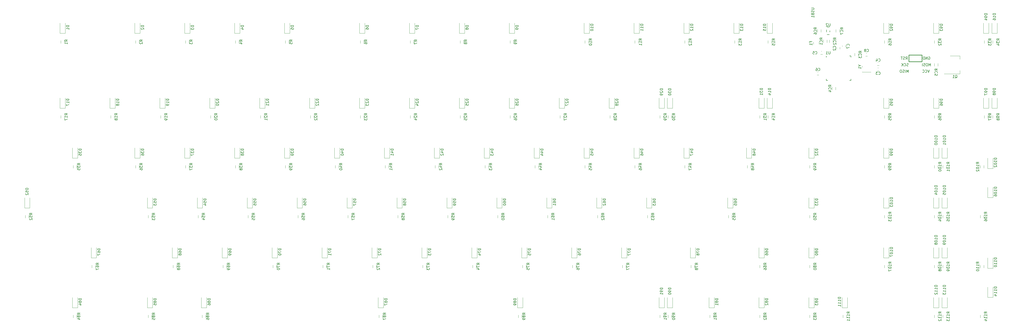
<source format=gbo>
G04 #@! TF.GenerationSoftware,KiCad,Pcbnew,(5.0.0)*
G04 #@! TF.CreationDate,2018-11-18T02:02:53-08:00*
G04 #@! TF.ProjectId,Voyager97,566F796167657239372E6B696361645F,rev?*
G04 #@! TF.SameCoordinates,Original*
G04 #@! TF.FileFunction,Legend,Bot*
G04 #@! TF.FilePolarity,Positive*
%FSLAX46Y46*%
G04 Gerber Fmt 4.6, Leading zero omitted, Abs format (unit mm)*
G04 Created by KiCad (PCBNEW (5.0.0)) date 11/18/18 02:02:53*
%MOMM*%
%LPD*%
G01*
G04 APERTURE LIST*
%ADD10C,0.120000*%
%ADD11C,0.250000*%
%ADD12C,0.150000*%
%ADD13C,0.300000*%
%ADD14C,0.010000*%
%ADD15C,2.150000*%
%ADD16R,2.305000X2.305000*%
%ADD17C,2.305000*%
%ADD18C,2.650000*%
%ADD19C,4.387800*%
%ADD20C,2.650000*%
%ADD21C,3.448000*%
%ADD22R,1.150000X1.200000*%
%ADD23R,1.200000X1.150000*%
%ADD24R,1.600000X1.300000*%
%ADD25R,2.430000X1.540000*%
%ADD26C,2.100000*%
%ADD27R,2.100000X2.100000*%
%ADD28R,2.400000X1.900000*%
%ADD29R,2.400000X4.200000*%
%ADD30R,1.300000X0.900000*%
%ADD31C,2.200000*%
%ADD32R,1.100000X1.000000*%
%ADD33R,1.100000X1.400000*%
%ADD34O,1.400000X2.000000*%
%ADD35O,1.400000X2.500000*%
%ADD36C,1.050000*%
%ADD37R,0.700000X1.850000*%
%ADD38R,1.000000X1.850000*%
%ADD39R,1.600000X1.800000*%
%ADD40R,2.237500X2.237500*%
%ADD41R,1.250000X0.700000*%
%ADD42R,0.700000X1.250000*%
G04 APERTURE END LIST*
D10*
G04 #@! TO.C,C2*
X345786000Y-41625000D02*
X345786000Y-40925000D01*
X344586000Y-40925000D02*
X344586000Y-41625000D01*
G04 #@! TO.C,C3*
X360776000Y-48803000D02*
X360076000Y-48803000D01*
X360076000Y-50003000D02*
X360776000Y-50003000D01*
G04 #@! TO.C,C4*
X360076000Y-47844000D02*
X360776000Y-47844000D01*
X360776000Y-46644000D02*
X360076000Y-46644000D01*
G04 #@! TO.C,C5*
X338486000Y-43653000D02*
X339186000Y-43653000D01*
X339186000Y-42453000D02*
X338486000Y-42453000D01*
G04 #@! TO.C,C6*
X337089000Y-51527000D02*
X337789000Y-51527000D01*
X337789000Y-50327000D02*
X337089000Y-50327000D01*
G04 #@! TO.C,C7*
X347945000Y-40863000D02*
X347945000Y-40163000D01*
X346745000Y-40163000D02*
X346745000Y-40863000D01*
G04 #@! TO.C,C8*
X355631000Y-44288000D02*
X356331000Y-44288000D01*
X356331000Y-43088000D02*
X355631000Y-43088000D01*
G04 #@! TO.C,D1*
X50212500Y-35587500D02*
X50212500Y-31687500D01*
X48212500Y-35587500D02*
X48212500Y-31687500D01*
X50212500Y-35587500D02*
X48212500Y-35587500D01*
G04 #@! TO.C,D2*
X78787500Y-35587500D02*
X76787500Y-35587500D01*
X76787500Y-35587500D02*
X76787500Y-31687500D01*
X78787500Y-35587500D02*
X78787500Y-31687500D01*
G04 #@! TO.C,D3*
X97837500Y-35587500D02*
X97837500Y-31687500D01*
X95837500Y-35587500D02*
X95837500Y-31687500D01*
X97837500Y-35587500D02*
X95837500Y-35587500D01*
G04 #@! TO.C,D4*
X116887500Y-35587500D02*
X114887500Y-35587500D01*
X114887500Y-35587500D02*
X114887500Y-31687500D01*
X116887500Y-35587500D02*
X116887500Y-31687500D01*
G04 #@! TO.C,D5*
X135937500Y-35587500D02*
X133937500Y-35587500D01*
X133937500Y-35587500D02*
X133937500Y-31687500D01*
X135937500Y-35587500D02*
X135937500Y-31687500D01*
G04 #@! TO.C,D6*
X164512500Y-35587500D02*
X164512500Y-31687500D01*
X162512500Y-35587500D02*
X162512500Y-31687500D01*
X164512500Y-35587500D02*
X162512500Y-35587500D01*
G04 #@! TO.C,D7*
X183562500Y-35587500D02*
X183562500Y-31687500D01*
X181562500Y-35587500D02*
X181562500Y-31687500D01*
X183562500Y-35587500D02*
X181562500Y-35587500D01*
G04 #@! TO.C,D8*
X202612500Y-35587500D02*
X200612500Y-35587500D01*
X200612500Y-35587500D02*
X200612500Y-31687500D01*
X202612500Y-35587500D02*
X202612500Y-31687500D01*
G04 #@! TO.C,D9*
X221662500Y-35587500D02*
X219662500Y-35587500D01*
X219662500Y-35587500D02*
X219662500Y-31687500D01*
X221662500Y-35587500D02*
X221662500Y-31687500D01*
G04 #@! TO.C,D10*
X250237500Y-35587500D02*
X248237500Y-35587500D01*
X248237500Y-35587500D02*
X248237500Y-31687500D01*
X250237500Y-35587500D02*
X250237500Y-31687500D01*
G04 #@! TO.C,D11*
X269287500Y-35587500D02*
X269287500Y-31687500D01*
X267287500Y-35587500D02*
X267287500Y-31687500D01*
X269287500Y-35587500D02*
X267287500Y-35587500D01*
G04 #@! TO.C,D12*
X288337500Y-35587500D02*
X288337500Y-31687500D01*
X286337500Y-35587500D02*
X286337500Y-31687500D01*
X288337500Y-35587500D02*
X286337500Y-35587500D01*
G04 #@! TO.C,D13*
X307387500Y-35587500D02*
X305387500Y-35587500D01*
X305387500Y-35587500D02*
X305387500Y-31687500D01*
X307387500Y-35587500D02*
X307387500Y-31687500D01*
G04 #@! TO.C,D14*
X320087500Y-64162500D02*
X320087500Y-60262500D01*
X318087500Y-64162500D02*
X318087500Y-60262500D01*
X320087500Y-64162500D02*
X318087500Y-64162500D01*
G04 #@! TO.C,D15*
X320087500Y-35587500D02*
X320087500Y-31687500D01*
X318087500Y-35587500D02*
X318087500Y-31687500D01*
X320087500Y-35587500D02*
X318087500Y-35587500D01*
G04 #@! TO.C,D16*
X405812500Y-35587500D02*
X403812500Y-35587500D01*
X403812500Y-35587500D02*
X403812500Y-31687500D01*
X405812500Y-35587500D02*
X405812500Y-31687500D01*
G04 #@! TO.C,D17*
X50212500Y-64162500D02*
X48212500Y-64162500D01*
X48212500Y-64162500D02*
X48212500Y-60262500D01*
X50212500Y-64162500D02*
X50212500Y-60262500D01*
G04 #@! TO.C,D18*
X69262500Y-64162500D02*
X67262500Y-64162500D01*
X67262500Y-64162500D02*
X67262500Y-60262500D01*
X69262500Y-64162500D02*
X69262500Y-60262500D01*
G04 #@! TO.C,D19*
X88312500Y-64162500D02*
X86312500Y-64162500D01*
X86312500Y-64162500D02*
X86312500Y-60262500D01*
X88312500Y-64162500D02*
X88312500Y-60262500D01*
G04 #@! TO.C,D20*
X107362500Y-64162500D02*
X105362500Y-64162500D01*
X105362500Y-64162500D02*
X105362500Y-60262500D01*
X107362500Y-64162500D02*
X107362500Y-60262500D01*
G04 #@! TO.C,D21*
X126412500Y-64162500D02*
X124412500Y-64162500D01*
X124412500Y-64162500D02*
X124412500Y-60262500D01*
X126412500Y-64162500D02*
X126412500Y-60262500D01*
G04 #@! TO.C,D22*
X145462500Y-64162500D02*
X145462500Y-60262500D01*
X143462500Y-64162500D02*
X143462500Y-60262500D01*
X145462500Y-64162500D02*
X143462500Y-64162500D01*
G04 #@! TO.C,D23*
X164512500Y-64162500D02*
X164512500Y-60262500D01*
X162512500Y-64162500D02*
X162512500Y-60262500D01*
X164512500Y-64162500D02*
X162512500Y-64162500D01*
G04 #@! TO.C,D24*
X183562500Y-64162500D02*
X183562500Y-60262500D01*
X181562500Y-64162500D02*
X181562500Y-60262500D01*
X183562500Y-64162500D02*
X181562500Y-64162500D01*
G04 #@! TO.C,D25*
X202612500Y-64162500D02*
X202612500Y-60262500D01*
X200612500Y-64162500D02*
X200612500Y-60262500D01*
X202612500Y-64162500D02*
X200612500Y-64162500D01*
G04 #@! TO.C,D26*
X221662500Y-64162500D02*
X221662500Y-60262500D01*
X219662500Y-64162500D02*
X219662500Y-60262500D01*
X221662500Y-64162500D02*
X219662500Y-64162500D01*
G04 #@! TO.C,D27*
X240712500Y-64162500D02*
X238712500Y-64162500D01*
X238712500Y-64162500D02*
X238712500Y-60262500D01*
X240712500Y-64162500D02*
X240712500Y-60262500D01*
G04 #@! TO.C,D28*
X259762500Y-64162500D02*
X257762500Y-64162500D01*
X257762500Y-64162500D02*
X257762500Y-60262500D01*
X259762500Y-64162500D02*
X259762500Y-60262500D01*
G04 #@! TO.C,D29*
X278812500Y-64162500D02*
X278812500Y-60262500D01*
X276812500Y-64162500D02*
X276812500Y-60262500D01*
X278812500Y-64162500D02*
X276812500Y-64162500D01*
G04 #@! TO.C,D30*
X281987500Y-64162500D02*
X279987500Y-64162500D01*
X279987500Y-64162500D02*
X279987500Y-60262500D01*
X281987500Y-64162500D02*
X281987500Y-60262500D01*
G04 #@! TO.C,D31*
X316912500Y-64162500D02*
X314912500Y-64162500D01*
X314912500Y-64162500D02*
X314912500Y-60262500D01*
X316912500Y-64162500D02*
X316912500Y-60262500D01*
G04 #@! TO.C,D32*
X335962500Y-83212500D02*
X333962500Y-83212500D01*
X333962500Y-83212500D02*
X333962500Y-79312500D01*
X335962500Y-83212500D02*
X335962500Y-79312500D01*
G04 #@! TO.C,D33*
X335962500Y-102262500D02*
X333962500Y-102262500D01*
X333962500Y-102262500D02*
X333962500Y-98362500D01*
X335962500Y-102262500D02*
X335962500Y-98362500D01*
G04 #@! TO.C,D35*
X54975000Y-83212500D02*
X52975000Y-83212500D01*
X52975000Y-83212500D02*
X52975000Y-79312500D01*
X54975000Y-83212500D02*
X54975000Y-79312500D01*
G04 #@! TO.C,D36*
X78787500Y-83212500D02*
X78787500Y-79312500D01*
X76787500Y-83212500D02*
X76787500Y-79312500D01*
X78787500Y-83212500D02*
X76787500Y-83212500D01*
G04 #@! TO.C,D37*
X97837500Y-83212500D02*
X95837500Y-83212500D01*
X95837500Y-83212500D02*
X95837500Y-79312500D01*
X97837500Y-83212500D02*
X97837500Y-79312500D01*
G04 #@! TO.C,D38*
X116887500Y-83212500D02*
X114887500Y-83212500D01*
X114887500Y-83212500D02*
X114887500Y-79312500D01*
X116887500Y-83212500D02*
X116887500Y-79312500D01*
G04 #@! TO.C,D39*
X135937500Y-83212500D02*
X135937500Y-79312500D01*
X133937500Y-83212500D02*
X133937500Y-79312500D01*
X135937500Y-83212500D02*
X133937500Y-83212500D01*
G04 #@! TO.C,D40*
X154987500Y-83212500D02*
X152987500Y-83212500D01*
X152987500Y-83212500D02*
X152987500Y-79312500D01*
X154987500Y-83212500D02*
X154987500Y-79312500D01*
G04 #@! TO.C,D41*
X174037500Y-83212500D02*
X172037500Y-83212500D01*
X172037500Y-83212500D02*
X172037500Y-79312500D01*
X174037500Y-83212500D02*
X174037500Y-79312500D01*
G04 #@! TO.C,D42*
X193087500Y-83212500D02*
X193087500Y-79312500D01*
X191087500Y-83212500D02*
X191087500Y-79312500D01*
X193087500Y-83212500D02*
X191087500Y-83212500D01*
G04 #@! TO.C,D43*
X212137500Y-83212500D02*
X210137500Y-83212500D01*
X210137500Y-83212500D02*
X210137500Y-79312500D01*
X212137500Y-83212500D02*
X212137500Y-79312500D01*
G04 #@! TO.C,D44*
X231187500Y-83212500D02*
X231187500Y-79312500D01*
X229187500Y-83212500D02*
X229187500Y-79312500D01*
X231187500Y-83212500D02*
X229187500Y-83212500D01*
G04 #@! TO.C,D45*
X250237500Y-83212500D02*
X248237500Y-83212500D01*
X248237500Y-83212500D02*
X248237500Y-79312500D01*
X250237500Y-83212500D02*
X250237500Y-79312500D01*
G04 #@! TO.C,D46*
X269287500Y-83212500D02*
X269287500Y-79312500D01*
X267287500Y-83212500D02*
X267287500Y-79312500D01*
X269287500Y-83212500D02*
X267287500Y-83212500D01*
G04 #@! TO.C,D47*
X288337500Y-83212500D02*
X288337500Y-79312500D01*
X286337500Y-83212500D02*
X286337500Y-79312500D01*
X288337500Y-83212500D02*
X286337500Y-83212500D01*
G04 #@! TO.C,D48*
X312150000Y-83212500D02*
X310150000Y-83212500D01*
X310150000Y-83212500D02*
X310150000Y-79312500D01*
X312150000Y-83212500D02*
X312150000Y-79312500D01*
G04 #@! TO.C,D52*
X36718750Y-102262500D02*
X36718750Y-98362500D01*
X34718750Y-102262500D02*
X34718750Y-98362500D01*
X36718750Y-102262500D02*
X34718750Y-102262500D01*
G04 #@! TO.C,D53*
X83550000Y-102262500D02*
X83550000Y-98362500D01*
X81550000Y-102262500D02*
X81550000Y-98362500D01*
X83550000Y-102262500D02*
X81550000Y-102262500D01*
G04 #@! TO.C,D54*
X102600000Y-102262500D02*
X100600000Y-102262500D01*
X100600000Y-102262500D02*
X100600000Y-98362500D01*
X102600000Y-102262500D02*
X102600000Y-98362500D01*
G04 #@! TO.C,D55*
X121650000Y-102262500D02*
X121650000Y-98362500D01*
X119650000Y-102262500D02*
X119650000Y-98362500D01*
X121650000Y-102262500D02*
X119650000Y-102262500D01*
G04 #@! TO.C,D56*
X140700000Y-102262500D02*
X140700000Y-98362500D01*
X138700000Y-102262500D02*
X138700000Y-98362500D01*
X140700000Y-102262500D02*
X138700000Y-102262500D01*
G04 #@! TO.C,D57*
X159750000Y-102262500D02*
X157750000Y-102262500D01*
X157750000Y-102262500D02*
X157750000Y-98362500D01*
X159750000Y-102262500D02*
X159750000Y-98362500D01*
G04 #@! TO.C,D58*
X178800000Y-102262500D02*
X178800000Y-98362500D01*
X176800000Y-102262500D02*
X176800000Y-98362500D01*
X178800000Y-102262500D02*
X176800000Y-102262500D01*
G04 #@! TO.C,D59*
X197850000Y-102262500D02*
X195850000Y-102262500D01*
X195850000Y-102262500D02*
X195850000Y-98362500D01*
X197850000Y-102262500D02*
X197850000Y-98362500D01*
G04 #@! TO.C,D60*
X216900000Y-102262500D02*
X214900000Y-102262500D01*
X214900000Y-102262500D02*
X214900000Y-98362500D01*
X216900000Y-102262500D02*
X216900000Y-98362500D01*
G04 #@! TO.C,D61*
X235950000Y-102262500D02*
X235950000Y-98362500D01*
X233950000Y-102262500D02*
X233950000Y-98362500D01*
X235950000Y-102262500D02*
X233950000Y-102262500D01*
G04 #@! TO.C,D62*
X255000000Y-102262500D02*
X255000000Y-98362500D01*
X253000000Y-102262500D02*
X253000000Y-98362500D01*
X255000000Y-102262500D02*
X253000000Y-102262500D01*
G04 #@! TO.C,D63*
X274050000Y-102262500D02*
X274050000Y-98362500D01*
X272050000Y-102262500D02*
X272050000Y-98362500D01*
X274050000Y-102262500D02*
X272050000Y-102262500D01*
G04 #@! TO.C,D65*
X305006250Y-102262500D02*
X305006250Y-98362500D01*
X303006250Y-102262500D02*
X303006250Y-98362500D01*
X305006250Y-102262500D02*
X303006250Y-102262500D01*
G04 #@! TO.C,D66*
X316912500Y-121312500D02*
X314912500Y-121312500D01*
X314912500Y-121312500D02*
X314912500Y-117412500D01*
X316912500Y-121312500D02*
X316912500Y-117412500D01*
G04 #@! TO.C,D67*
X62118750Y-121312500D02*
X60118750Y-121312500D01*
X60118750Y-121312500D02*
X60118750Y-117412500D01*
X62118750Y-121312500D02*
X62118750Y-117412500D01*
G04 #@! TO.C,D68*
X93075000Y-121312500D02*
X93075000Y-117412500D01*
X91075000Y-121312500D02*
X91075000Y-117412500D01*
X93075000Y-121312500D02*
X91075000Y-121312500D01*
G04 #@! TO.C,D69*
X112125000Y-121312500D02*
X110125000Y-121312500D01*
X110125000Y-121312500D02*
X110125000Y-117412500D01*
X112125000Y-121312500D02*
X112125000Y-117412500D01*
G04 #@! TO.C,D70*
X131175000Y-121312500D02*
X131175000Y-117412500D01*
X129175000Y-121312500D02*
X129175000Y-117412500D01*
X131175000Y-121312500D02*
X129175000Y-121312500D01*
G04 #@! TO.C,D71*
X150225000Y-121312500D02*
X148225000Y-121312500D01*
X148225000Y-121312500D02*
X148225000Y-117412500D01*
X150225000Y-121312500D02*
X150225000Y-117412500D01*
G04 #@! TO.C,D72*
X169275000Y-121312500D02*
X167275000Y-121312500D01*
X167275000Y-121312500D02*
X167275000Y-117412500D01*
X169275000Y-121312500D02*
X169275000Y-117412500D01*
G04 #@! TO.C,D73*
X188325000Y-121312500D02*
X188325000Y-117412500D01*
X186325000Y-121312500D02*
X186325000Y-117412500D01*
X188325000Y-121312500D02*
X186325000Y-121312500D01*
G04 #@! TO.C,D74*
X207375000Y-121312500D02*
X205375000Y-121312500D01*
X205375000Y-121312500D02*
X205375000Y-117412500D01*
X207375000Y-121312500D02*
X207375000Y-117412500D01*
G04 #@! TO.C,D75*
X226425000Y-121312500D02*
X226425000Y-117412500D01*
X224425000Y-121312500D02*
X224425000Y-117412500D01*
X226425000Y-121312500D02*
X224425000Y-121312500D01*
G04 #@! TO.C,D76*
X245475000Y-121312500D02*
X243475000Y-121312500D01*
X243475000Y-121312500D02*
X243475000Y-117412500D01*
X245475000Y-121312500D02*
X245475000Y-117412500D01*
G04 #@! TO.C,D77*
X264525000Y-121312500D02*
X264525000Y-117412500D01*
X262525000Y-121312500D02*
X262525000Y-117412500D01*
X264525000Y-121312500D02*
X262525000Y-121312500D01*
G04 #@! TO.C,D78*
X290718750Y-121312500D02*
X290718750Y-117412500D01*
X288718750Y-121312500D02*
X288718750Y-117412500D01*
X290718750Y-121312500D02*
X288718750Y-121312500D01*
G04 #@! TO.C,D80*
X335962500Y-121312500D02*
X335962500Y-117412500D01*
X333962500Y-121312500D02*
X333962500Y-117412500D01*
X335962500Y-121312500D02*
X333962500Y-121312500D01*
G04 #@! TO.C,D81*
X297862500Y-140362500D02*
X297862500Y-136462500D01*
X295862500Y-140362500D02*
X295862500Y-136462500D01*
X297862500Y-140362500D02*
X295862500Y-140362500D01*
G04 #@! TO.C,D82*
X316912500Y-140362500D02*
X316912500Y-136462500D01*
X314912500Y-140362500D02*
X314912500Y-136462500D01*
X316912500Y-140362500D02*
X314912500Y-140362500D01*
G04 #@! TO.C,D83*
X335962500Y-140362500D02*
X333962500Y-140362500D01*
X333962500Y-140362500D02*
X333962500Y-136462500D01*
X335962500Y-140362500D02*
X335962500Y-136462500D01*
G04 #@! TO.C,D84*
X54975000Y-140362500D02*
X52975000Y-140362500D01*
X52975000Y-140362500D02*
X52975000Y-136462500D01*
X54975000Y-140362500D02*
X54975000Y-136462500D01*
G04 #@! TO.C,D85*
X83550000Y-140362500D02*
X83550000Y-136462500D01*
X81550000Y-140362500D02*
X81550000Y-136462500D01*
X83550000Y-140362500D02*
X81550000Y-140362500D01*
G04 #@! TO.C,D86*
X104187500Y-140362500D02*
X102187500Y-140362500D01*
X102187500Y-140362500D02*
X102187500Y-136462500D01*
X104187500Y-140362500D02*
X104187500Y-136462500D01*
G04 #@! TO.C,D87*
X171656250Y-140362500D02*
X171656250Y-136462500D01*
X169656250Y-140362500D02*
X169656250Y-136462500D01*
X171656250Y-140362500D02*
X169656250Y-140362500D01*
G04 #@! TO.C,D89*
X224837500Y-140362500D02*
X222837500Y-140362500D01*
X222837500Y-140362500D02*
X222837500Y-136462500D01*
X224837500Y-140362500D02*
X224837500Y-136462500D01*
G04 #@! TO.C,D90*
X281987500Y-140362500D02*
X279987500Y-140362500D01*
X279987500Y-140362500D02*
X279987500Y-136462500D01*
X281987500Y-140362500D02*
X281987500Y-136462500D01*
G04 #@! TO.C,D91*
X278812500Y-140362500D02*
X278812500Y-136462500D01*
X276812500Y-140362500D02*
X276812500Y-136462500D01*
X278812500Y-140362500D02*
X276812500Y-140362500D01*
G04 #@! TO.C,D92*
X364537500Y-35587500D02*
X364537500Y-31687500D01*
X362537500Y-35587500D02*
X362537500Y-31687500D01*
X364537500Y-35587500D02*
X362537500Y-35587500D01*
G04 #@! TO.C,D93*
X383587500Y-35587500D02*
X383587500Y-31687500D01*
X381587500Y-35587500D02*
X381587500Y-31687500D01*
X383587500Y-35587500D02*
X381587500Y-35587500D01*
G04 #@! TO.C,D94*
X402637500Y-35587500D02*
X402637500Y-31687500D01*
X400637500Y-35587500D02*
X400637500Y-31687500D01*
X402637500Y-35587500D02*
X400637500Y-35587500D01*
G04 #@! TO.C,D95*
X364537500Y-64162500D02*
X364537500Y-60262500D01*
X362537500Y-64162500D02*
X362537500Y-60262500D01*
X364537500Y-64162500D02*
X362537500Y-64162500D01*
G04 #@! TO.C,D96*
X383587500Y-64162500D02*
X383587500Y-60262500D01*
X381587500Y-64162500D02*
X381587500Y-60262500D01*
X383587500Y-64162500D02*
X381587500Y-64162500D01*
G04 #@! TO.C,D97*
X402637500Y-64162500D02*
X402637500Y-60262500D01*
X400637500Y-64162500D02*
X400637500Y-60262500D01*
X402637500Y-64162500D02*
X400637500Y-64162500D01*
G04 #@! TO.C,D98*
X405812500Y-64162500D02*
X403812500Y-64162500D01*
X403812500Y-64162500D02*
X403812500Y-60262500D01*
X405812500Y-64162500D02*
X405812500Y-60262500D01*
G04 #@! TO.C,D99*
X364537500Y-83212500D02*
X362537500Y-83212500D01*
X362537500Y-83212500D02*
X362537500Y-79312500D01*
X364537500Y-83212500D02*
X364537500Y-79312500D01*
G04 #@! TO.C,D100*
X383587500Y-83212500D02*
X381587500Y-83212500D01*
X381587500Y-83212500D02*
X381587500Y-79312500D01*
X383587500Y-83212500D02*
X383587500Y-79312500D01*
G04 #@! TO.C,D101*
X386762500Y-83212500D02*
X384762500Y-83212500D01*
X384762500Y-83212500D02*
X384762500Y-79312500D01*
X386762500Y-83212500D02*
X386762500Y-79312500D01*
G04 #@! TO.C,D102*
X404225000Y-87181250D02*
X402225000Y-87181250D01*
X402225000Y-87181250D02*
X402225000Y-83281250D01*
X404225000Y-87181250D02*
X404225000Y-83281250D01*
G04 #@! TO.C,D103*
X364537500Y-102262500D02*
X362537500Y-102262500D01*
X362537500Y-102262500D02*
X362537500Y-98362500D01*
X364537500Y-102262500D02*
X364537500Y-98362500D01*
G04 #@! TO.C,D104*
X383587500Y-102262500D02*
X381587500Y-102262500D01*
X381587500Y-102262500D02*
X381587500Y-98362500D01*
X383587500Y-102262500D02*
X383587500Y-98362500D01*
G04 #@! TO.C,D105*
X386762500Y-102262500D02*
X386762500Y-98362500D01*
X384762500Y-102262500D02*
X384762500Y-98362500D01*
X386762500Y-102262500D02*
X384762500Y-102262500D01*
G04 #@! TO.C,D106*
X404225000Y-98293750D02*
X402225000Y-98293750D01*
X402225000Y-98293750D02*
X402225000Y-94393750D01*
X404225000Y-98293750D02*
X404225000Y-94393750D01*
G04 #@! TO.C,D107*
X364537500Y-121312500D02*
X364537500Y-117412500D01*
X362537500Y-121312500D02*
X362537500Y-117412500D01*
X364537500Y-121312500D02*
X362537500Y-121312500D01*
G04 #@! TO.C,D108*
X383587500Y-121312500D02*
X383587500Y-117412500D01*
X381587500Y-121312500D02*
X381587500Y-117412500D01*
X383587500Y-121312500D02*
X381587500Y-121312500D01*
G04 #@! TO.C,D109*
X386762500Y-121312500D02*
X386762500Y-117412500D01*
X384762500Y-121312500D02*
X384762500Y-117412500D01*
X386762500Y-121312500D02*
X384762500Y-121312500D01*
G04 #@! TO.C,D110*
X404225000Y-125281250D02*
X404225000Y-121381250D01*
X402225000Y-125281250D02*
X402225000Y-121381250D01*
X404225000Y-125281250D02*
X402225000Y-125281250D01*
G04 #@! TO.C,D111*
X348662500Y-140362500D02*
X348662500Y-136462500D01*
X346662500Y-140362500D02*
X346662500Y-136462500D01*
X348662500Y-140362500D02*
X346662500Y-140362500D01*
G04 #@! TO.C,D112*
X383587500Y-140362500D02*
X383587500Y-136462500D01*
X381587500Y-140362500D02*
X381587500Y-136462500D01*
X383587500Y-140362500D02*
X381587500Y-140362500D01*
G04 #@! TO.C,D113*
X386762500Y-140362500D02*
X384762500Y-140362500D01*
X384762500Y-140362500D02*
X384762500Y-136462500D01*
X386762500Y-140362500D02*
X386762500Y-136462500D01*
G04 #@! TO.C,D114*
X404225000Y-136393750D02*
X402225000Y-136393750D01*
X402225000Y-136393750D02*
X402225000Y-132493750D01*
X404225000Y-136393750D02*
X404225000Y-132493750D01*
G04 #@! TO.C,F1*
X337874000Y-40370000D02*
X337874000Y-38370000D01*
X335734000Y-38370000D02*
X335734000Y-40370000D01*
D11*
G04 #@! TO.C,J1*
X372150000Y-43875000D02*
X372150000Y-46375000D01*
X377150000Y-43875000D02*
X372150000Y-43875000D01*
X377150000Y-46375000D02*
X377150000Y-43875000D01*
X372150000Y-46375000D02*
X377150000Y-46375000D01*
D10*
G04 #@! TO.C,Q1*
X385631250Y-51035000D02*
X391641250Y-51035000D01*
X387881250Y-44215000D02*
X391641250Y-44215000D01*
X391641250Y-51035000D02*
X391641250Y-49775000D01*
X391641250Y-44215000D02*
X391641250Y-45475000D01*
G04 #@! TO.C,R1*
X49892500Y-39393750D02*
X49892500Y-38393750D01*
X48532500Y-38393750D02*
X48532500Y-39393750D01*
G04 #@! TO.C,R2*
X78467500Y-39393750D02*
X78467500Y-38393750D01*
X77107500Y-38393750D02*
X77107500Y-39393750D01*
G04 #@! TO.C,R3*
X96157500Y-38393750D02*
X96157500Y-39393750D01*
X97517500Y-39393750D02*
X97517500Y-38393750D01*
G04 #@! TO.C,R4*
X115207500Y-38393750D02*
X115207500Y-39393750D01*
X116567500Y-39393750D02*
X116567500Y-38393750D01*
G04 #@! TO.C,R5*
X134257500Y-38393750D02*
X134257500Y-39393750D01*
X135617500Y-39393750D02*
X135617500Y-38393750D01*
G04 #@! TO.C,R6*
X162832500Y-38393750D02*
X162832500Y-39393750D01*
X164192500Y-39393750D02*
X164192500Y-38393750D01*
G04 #@! TO.C,R7*
X181882500Y-38393750D02*
X181882500Y-39393750D01*
X183242500Y-39393750D02*
X183242500Y-38393750D01*
G04 #@! TO.C,R8*
X202292500Y-39393750D02*
X202292500Y-38393750D01*
X200932500Y-38393750D02*
X200932500Y-39393750D01*
G04 #@! TO.C,R9*
X221342500Y-39393750D02*
X221342500Y-38393750D01*
X219982500Y-38393750D02*
X219982500Y-39393750D01*
G04 #@! TO.C,R10*
X249917500Y-39393750D02*
X249917500Y-38393750D01*
X248557500Y-38393750D02*
X248557500Y-39393750D01*
G04 #@! TO.C,R11*
X267607500Y-38393750D02*
X267607500Y-39393750D01*
X268967500Y-39393750D02*
X268967500Y-38393750D01*
G04 #@! TO.C,R12*
X286657500Y-38393750D02*
X286657500Y-39393750D01*
X288017500Y-39393750D02*
X288017500Y-38393750D01*
G04 #@! TO.C,R13*
X307067500Y-39393750D02*
X307067500Y-38393750D01*
X305707500Y-38393750D02*
X305707500Y-39393750D01*
G04 #@! TO.C,R14*
X319767500Y-67968750D02*
X319767500Y-66968750D01*
X318407500Y-66968750D02*
X318407500Y-67968750D01*
G04 #@! TO.C,R15*
X318407500Y-38393750D02*
X318407500Y-39393750D01*
X319767500Y-39393750D02*
X319767500Y-38393750D01*
G04 #@! TO.C,R16*
X364217500Y-39393750D02*
X364217500Y-38393750D01*
X362857500Y-38393750D02*
X362857500Y-39393750D01*
G04 #@! TO.C,R17*
X48532500Y-66968750D02*
X48532500Y-67968750D01*
X49892500Y-67968750D02*
X49892500Y-66968750D01*
G04 #@! TO.C,R18*
X68942500Y-67968750D02*
X68942500Y-66968750D01*
X67582500Y-66968750D02*
X67582500Y-67968750D01*
G04 #@! TO.C,R19*
X87992500Y-67968750D02*
X87992500Y-66968750D01*
X86632500Y-66968750D02*
X86632500Y-67968750D01*
G04 #@! TO.C,R20*
X107042500Y-67968750D02*
X107042500Y-66968750D01*
X105682500Y-66968750D02*
X105682500Y-67968750D01*
G04 #@! TO.C,R21*
X126092500Y-67968750D02*
X126092500Y-66968750D01*
X124732500Y-66968750D02*
X124732500Y-67968750D01*
G04 #@! TO.C,R22*
X145142500Y-67968750D02*
X145142500Y-66968750D01*
X143782500Y-66968750D02*
X143782500Y-67968750D01*
G04 #@! TO.C,R23*
X162832500Y-66968750D02*
X162832500Y-67968750D01*
X164192500Y-67968750D02*
X164192500Y-66968750D01*
G04 #@! TO.C,R24*
X183242500Y-67968750D02*
X183242500Y-66968750D01*
X181882500Y-66968750D02*
X181882500Y-67968750D01*
G04 #@! TO.C,R25*
X202292500Y-67968750D02*
X202292500Y-66968750D01*
X200932500Y-66968750D02*
X200932500Y-67968750D01*
G04 #@! TO.C,R26*
X219982500Y-66968750D02*
X219982500Y-67968750D01*
X221342500Y-67968750D02*
X221342500Y-66968750D01*
G04 #@! TO.C,R27*
X239032500Y-66968750D02*
X239032500Y-67968750D01*
X240392500Y-67968750D02*
X240392500Y-66968750D01*
G04 #@! TO.C,R28*
X259442500Y-67968750D02*
X259442500Y-66968750D01*
X258082500Y-66968750D02*
X258082500Y-67968750D01*
G04 #@! TO.C,R29*
X277132500Y-66968750D02*
X277132500Y-67968750D01*
X278492500Y-67968750D02*
X278492500Y-66968750D01*
G04 #@! TO.C,R30*
X281667500Y-67968750D02*
X281667500Y-66968750D01*
X280307500Y-66968750D02*
X280307500Y-67968750D01*
G04 #@! TO.C,R31*
X316592500Y-67968750D02*
X316592500Y-66968750D01*
X315232500Y-66968750D02*
X315232500Y-67968750D01*
G04 #@! TO.C,R32*
X381907500Y-38393750D02*
X381907500Y-39393750D01*
X383267500Y-39393750D02*
X383267500Y-38393750D01*
G04 #@! TO.C,R33*
X402317500Y-39393750D02*
X402317500Y-38393750D01*
X400957500Y-38393750D02*
X400957500Y-39393750D01*
G04 #@! TO.C,R34*
X404132500Y-38393750D02*
X404132500Y-39393750D01*
X405492500Y-39393750D02*
X405492500Y-38393750D01*
G04 #@! TO.C,R35*
X53295000Y-86018750D02*
X53295000Y-87018750D01*
X54655000Y-87018750D02*
X54655000Y-86018750D01*
G04 #@! TO.C,R36*
X78467500Y-87018750D02*
X78467500Y-86018750D01*
X77107500Y-86018750D02*
X77107500Y-87018750D01*
G04 #@! TO.C,R37*
X96157500Y-86018750D02*
X96157500Y-87018750D01*
X97517500Y-87018750D02*
X97517500Y-86018750D01*
G04 #@! TO.C,R38*
X116567500Y-87018750D02*
X116567500Y-86018750D01*
X115207500Y-86018750D02*
X115207500Y-87018750D01*
G04 #@! TO.C,R39*
X134257500Y-86018750D02*
X134257500Y-87018750D01*
X135617500Y-87018750D02*
X135617500Y-86018750D01*
G04 #@! TO.C,R40*
X154667500Y-87018750D02*
X154667500Y-86018750D01*
X153307500Y-86018750D02*
X153307500Y-87018750D01*
G04 #@! TO.C,R41*
X173717500Y-87018750D02*
X173717500Y-86018750D01*
X172357500Y-86018750D02*
X172357500Y-87018750D01*
G04 #@! TO.C,R42*
X192767500Y-87018750D02*
X192767500Y-86018750D01*
X191407500Y-86018750D02*
X191407500Y-87018750D01*
G04 #@! TO.C,R43*
X210457500Y-86018750D02*
X210457500Y-87018750D01*
X211817500Y-87018750D02*
X211817500Y-86018750D01*
G04 #@! TO.C,R44*
X230867500Y-87018750D02*
X230867500Y-86018750D01*
X229507500Y-86018750D02*
X229507500Y-87018750D01*
G04 #@! TO.C,R45*
X248557500Y-86018750D02*
X248557500Y-87018750D01*
X249917500Y-87018750D02*
X249917500Y-86018750D01*
G04 #@! TO.C,R46*
X268967500Y-87018750D02*
X268967500Y-86018750D01*
X267607500Y-86018750D02*
X267607500Y-87018750D01*
G04 #@! TO.C,R47*
X286657500Y-86018750D02*
X286657500Y-87018750D01*
X288017500Y-87018750D02*
X288017500Y-86018750D01*
G04 #@! TO.C,R48*
X311830000Y-87018750D02*
X311830000Y-86018750D01*
X310470000Y-86018750D02*
X310470000Y-87018750D01*
G04 #@! TO.C,R49*
X335642500Y-87018750D02*
X335642500Y-86018750D01*
X334282500Y-86018750D02*
X334282500Y-87018750D01*
G04 #@! TO.C,R50*
X334282500Y-105068750D02*
X334282500Y-106068750D01*
X335642500Y-106068750D02*
X335642500Y-105068750D01*
G04 #@! TO.C,R52*
X35038750Y-105068750D02*
X35038750Y-106068750D01*
X36398750Y-106068750D02*
X36398750Y-105068750D01*
G04 #@! TO.C,R53*
X81870000Y-105068750D02*
X81870000Y-106068750D01*
X83230000Y-106068750D02*
X83230000Y-105068750D01*
G04 #@! TO.C,R54*
X100920000Y-105068750D02*
X100920000Y-106068750D01*
X102280000Y-106068750D02*
X102280000Y-105068750D01*
G04 #@! TO.C,R55*
X119970000Y-105068750D02*
X119970000Y-106068750D01*
X121330000Y-106068750D02*
X121330000Y-105068750D01*
G04 #@! TO.C,R56*
X140380000Y-106068750D02*
X140380000Y-105068750D01*
X139020000Y-105068750D02*
X139020000Y-106068750D01*
G04 #@! TO.C,R57*
X158070000Y-105068750D02*
X158070000Y-106068750D01*
X159430000Y-106068750D02*
X159430000Y-105068750D01*
G04 #@! TO.C,R58*
X178480000Y-106068750D02*
X178480000Y-105068750D01*
X177120000Y-105068750D02*
X177120000Y-106068750D01*
G04 #@! TO.C,R59*
X196170000Y-105068750D02*
X196170000Y-106068750D01*
X197530000Y-106068750D02*
X197530000Y-105068750D01*
G04 #@! TO.C,R60*
X216580000Y-106068750D02*
X216580000Y-105068750D01*
X215220000Y-105068750D02*
X215220000Y-106068750D01*
G04 #@! TO.C,R61*
X234270000Y-105068750D02*
X234270000Y-106068750D01*
X235630000Y-106068750D02*
X235630000Y-105068750D01*
G04 #@! TO.C,R62*
X254680000Y-106068750D02*
X254680000Y-105068750D01*
X253320000Y-105068750D02*
X253320000Y-106068750D01*
G04 #@! TO.C,R63*
X272370000Y-105068750D02*
X272370000Y-106068750D01*
X273730000Y-106068750D02*
X273730000Y-105068750D01*
G04 #@! TO.C,R65*
X303326250Y-105068750D02*
X303326250Y-106068750D01*
X304686250Y-106068750D02*
X304686250Y-105068750D01*
G04 #@! TO.C,R66*
X316592500Y-125118750D02*
X316592500Y-124118750D01*
X315232500Y-124118750D02*
X315232500Y-125118750D01*
G04 #@! TO.C,R67*
X61798750Y-125118750D02*
X61798750Y-124118750D01*
X60438750Y-124118750D02*
X60438750Y-125118750D01*
G04 #@! TO.C,R68*
X92755000Y-125118750D02*
X92755000Y-124118750D01*
X91395000Y-124118750D02*
X91395000Y-125118750D01*
G04 #@! TO.C,R69*
X111805000Y-125118750D02*
X111805000Y-124118750D01*
X110445000Y-124118750D02*
X110445000Y-125118750D01*
G04 #@! TO.C,R70*
X130855000Y-125118750D02*
X130855000Y-124118750D01*
X129495000Y-124118750D02*
X129495000Y-125118750D01*
G04 #@! TO.C,R71*
X148545000Y-124118750D02*
X148545000Y-125118750D01*
X149905000Y-125118750D02*
X149905000Y-124118750D01*
G04 #@! TO.C,R72*
X168955000Y-125118750D02*
X168955000Y-124118750D01*
X167595000Y-124118750D02*
X167595000Y-125118750D01*
G04 #@! TO.C,R73*
X186645000Y-124118750D02*
X186645000Y-125118750D01*
X188005000Y-125118750D02*
X188005000Y-124118750D01*
G04 #@! TO.C,R74*
X207055000Y-125118750D02*
X207055000Y-124118750D01*
X205695000Y-124118750D02*
X205695000Y-125118750D01*
G04 #@! TO.C,R75*
X224745000Y-124118750D02*
X224745000Y-125118750D01*
X226105000Y-125118750D02*
X226105000Y-124118750D01*
G04 #@! TO.C,R76*
X245155000Y-125118750D02*
X245155000Y-124118750D01*
X243795000Y-124118750D02*
X243795000Y-125118750D01*
G04 #@! TO.C,R77*
X262845000Y-124118750D02*
X262845000Y-125118750D01*
X264205000Y-125118750D02*
X264205000Y-124118750D01*
G04 #@! TO.C,R78*
X290398750Y-125118750D02*
X290398750Y-124118750D01*
X289038750Y-124118750D02*
X289038750Y-125118750D01*
G04 #@! TO.C,R80*
X334282500Y-124118750D02*
X334282500Y-125118750D01*
X335642500Y-125118750D02*
X335642500Y-124118750D01*
G04 #@! TO.C,R81*
X297542500Y-144168750D02*
X297542500Y-143168750D01*
X296182500Y-143168750D02*
X296182500Y-144168750D01*
G04 #@! TO.C,R82*
X316592500Y-144168750D02*
X316592500Y-143168750D01*
X315232500Y-143168750D02*
X315232500Y-144168750D01*
G04 #@! TO.C,R83*
X334282500Y-143168750D02*
X334282500Y-144168750D01*
X335642500Y-144168750D02*
X335642500Y-143168750D01*
G04 #@! TO.C,R84*
X53295000Y-143168750D02*
X53295000Y-144168750D01*
X54655000Y-144168750D02*
X54655000Y-143168750D01*
G04 #@! TO.C,R85*
X81870000Y-143168750D02*
X81870000Y-144168750D01*
X83230000Y-144168750D02*
X83230000Y-143168750D01*
G04 #@! TO.C,R86*
X103867500Y-144168750D02*
X103867500Y-143168750D01*
X102507500Y-143168750D02*
X102507500Y-144168750D01*
G04 #@! TO.C,R87*
X171336250Y-144168750D02*
X171336250Y-143168750D01*
X169976250Y-143168750D02*
X169976250Y-144168750D01*
G04 #@! TO.C,R89*
X223157500Y-143168750D02*
X223157500Y-144168750D01*
X224517500Y-144168750D02*
X224517500Y-143168750D01*
G04 #@! TO.C,R90*
X281667500Y-144168750D02*
X281667500Y-143168750D01*
X280307500Y-143168750D02*
X280307500Y-144168750D01*
G04 #@! TO.C,R91*
X277132500Y-143168750D02*
X277132500Y-144168750D01*
X278492500Y-144168750D02*
X278492500Y-143168750D01*
G04 #@! TO.C,R95*
X362857500Y-66968750D02*
X362857500Y-67968750D01*
X364217500Y-67968750D02*
X364217500Y-66968750D01*
G04 #@! TO.C,R96*
X383267500Y-67968750D02*
X383267500Y-66968750D01*
X381907500Y-66968750D02*
X381907500Y-67968750D01*
G04 #@! TO.C,R97*
X400957500Y-66968750D02*
X400957500Y-67968750D01*
X402317500Y-67968750D02*
X402317500Y-66968750D01*
G04 #@! TO.C,R98*
X405492500Y-67968750D02*
X405492500Y-66968750D01*
X404132500Y-66968750D02*
X404132500Y-67968750D01*
G04 #@! TO.C,R99*
X362857500Y-86018750D02*
X362857500Y-87018750D01*
X364217500Y-87018750D02*
X364217500Y-86018750D01*
G04 #@! TO.C,R100*
X381907500Y-86018750D02*
X381907500Y-87018750D01*
X383267500Y-87018750D02*
X383267500Y-86018750D01*
G04 #@! TO.C,R101*
X385082500Y-86018750D02*
X385082500Y-87018750D01*
X386442500Y-87018750D02*
X386442500Y-86018750D01*
G04 #@! TO.C,R102*
X400730000Y-87018750D02*
X400730000Y-86018750D01*
X399370000Y-86018750D02*
X399370000Y-87018750D01*
G04 #@! TO.C,R103*
X362857500Y-105068750D02*
X362857500Y-106068750D01*
X364217500Y-106068750D02*
X364217500Y-105068750D01*
G04 #@! TO.C,R104*
X383267500Y-106068750D02*
X383267500Y-105068750D01*
X381907500Y-105068750D02*
X381907500Y-106068750D01*
G04 #@! TO.C,R105*
X385082500Y-105068750D02*
X385082500Y-106068750D01*
X386442500Y-106068750D02*
X386442500Y-105068750D01*
G04 #@! TO.C,R106*
X400730000Y-106068750D02*
X400730000Y-105068750D01*
X399370000Y-105068750D02*
X399370000Y-106068750D01*
G04 #@! TO.C,R107*
X362857500Y-124118750D02*
X362857500Y-125118750D01*
X364217500Y-125118750D02*
X364217500Y-124118750D01*
G04 #@! TO.C,R108*
X383267500Y-125118750D02*
X383267500Y-124118750D01*
X381907500Y-124118750D02*
X381907500Y-125118750D01*
G04 #@! TO.C,R109*
X385082500Y-124118750D02*
X385082500Y-125118750D01*
X386442500Y-125118750D02*
X386442500Y-124118750D01*
G04 #@! TO.C,R110*
X400730000Y-125118750D02*
X400730000Y-124118750D01*
X399370000Y-124118750D02*
X399370000Y-125118750D01*
G04 #@! TO.C,R111*
X348342500Y-144168750D02*
X348342500Y-143168750D01*
X346982500Y-143168750D02*
X346982500Y-144168750D01*
G04 #@! TO.C,R112*
X383267500Y-144168750D02*
X383267500Y-143168750D01*
X381907500Y-143168750D02*
X381907500Y-144168750D01*
G04 #@! TO.C,R113*
X385082500Y-143168750D02*
X385082500Y-144168750D01*
X386442500Y-144168750D02*
X386442500Y-143168750D01*
G04 #@! TO.C,R114*
X400730000Y-144168750D02*
X400730000Y-143168750D01*
X399370000Y-143168750D02*
X399370000Y-144168750D01*
G04 #@! TO.C,RC1*
X339553000Y-38108000D02*
X339553000Y-39108000D01*
X340913000Y-39108000D02*
X340913000Y-38108000D01*
G04 #@! TO.C,RC2*
X343199000Y-39108000D02*
X343199000Y-38108000D01*
X341839000Y-38108000D02*
X341839000Y-39108000D01*
G04 #@! TO.C,RC3*
X352851000Y-44188000D02*
X352851000Y-43188000D01*
X351491000Y-43188000D02*
X351491000Y-44188000D01*
G04 #@! TO.C,RC4*
X344215000Y-57142000D02*
X344215000Y-56142000D01*
X342855000Y-56142000D02*
X342855000Y-57142000D01*
G04 #@! TO.C,RC5*
X383267500Y-48125000D02*
X383267500Y-47125000D01*
X381907500Y-47125000D02*
X381907500Y-48125000D01*
D12*
G04 #@! TO.C,U2*
X342026000Y-36121000D02*
X340726000Y-36121000D01*
X342026000Y-33221000D02*
X342026000Y-36121000D01*
X340726000Y-33221000D02*
X342026000Y-33221000D01*
X340726000Y-33221000D02*
X340726000Y-36121000D01*
D10*
G04 #@! TO.C,Y1*
X354331000Y-50387000D02*
X354331000Y-46387000D01*
X357631000Y-50387000D02*
X354331000Y-50387000D01*
D12*
G04 #@! TO.C,U1*
X340676500Y-53595000D02*
X340676500Y-53020000D01*
X350076500Y-53595000D02*
X350076500Y-53020000D01*
X350076500Y-44195000D02*
X350076500Y-44770000D01*
X340676500Y-44195000D02*
X340676500Y-44770000D01*
X350076500Y-53595000D02*
X349501500Y-53595000D01*
X350076500Y-44195000D02*
X349501500Y-44195000D01*
X340676500Y-53595000D02*
X341251500Y-53595000D01*
D10*
G04 #@! TO.C,RC6*
X337267000Y-34171000D02*
X337267000Y-35171000D01*
X338627000Y-35171000D02*
X338627000Y-34171000D01*
G04 #@! TO.C,RC7*
X345612000Y-35171000D02*
X345612000Y-34171000D01*
X344252000Y-34171000D02*
X344252000Y-35171000D01*
G04 #@! TO.C,C2*
D12*
X344146142Y-41108333D02*
X344193761Y-41060714D01*
X344241380Y-40917857D01*
X344241380Y-40822619D01*
X344193761Y-40679761D01*
X344098523Y-40584523D01*
X344003285Y-40536904D01*
X343812809Y-40489285D01*
X343669952Y-40489285D01*
X343479476Y-40536904D01*
X343384238Y-40584523D01*
X343289000Y-40679761D01*
X343241380Y-40822619D01*
X343241380Y-40917857D01*
X343289000Y-41060714D01*
X343336619Y-41108333D01*
X343336619Y-41489285D02*
X343289000Y-41536904D01*
X343241380Y-41632142D01*
X343241380Y-41870238D01*
X343289000Y-41965476D01*
X343336619Y-42013095D01*
X343431857Y-42060714D01*
X343527095Y-42060714D01*
X343669952Y-42013095D01*
X344241380Y-41441666D01*
X344241380Y-42060714D01*
G04 #@! TO.C,C3*
X360592666Y-51260142D02*
X360640285Y-51307761D01*
X360783142Y-51355380D01*
X360878380Y-51355380D01*
X361021238Y-51307761D01*
X361116476Y-51212523D01*
X361164095Y-51117285D01*
X361211714Y-50926809D01*
X361211714Y-50783952D01*
X361164095Y-50593476D01*
X361116476Y-50498238D01*
X361021238Y-50403000D01*
X360878380Y-50355380D01*
X360783142Y-50355380D01*
X360640285Y-50403000D01*
X360592666Y-50450619D01*
X360259333Y-50355380D02*
X359640285Y-50355380D01*
X359973619Y-50736333D01*
X359830761Y-50736333D01*
X359735523Y-50783952D01*
X359687904Y-50831571D01*
X359640285Y-50926809D01*
X359640285Y-51164904D01*
X359687904Y-51260142D01*
X359735523Y-51307761D01*
X359830761Y-51355380D01*
X360116476Y-51355380D01*
X360211714Y-51307761D01*
X360259333Y-51260142D01*
G04 #@! TO.C,C4*
X360592666Y-46204142D02*
X360640285Y-46251761D01*
X360783142Y-46299380D01*
X360878380Y-46299380D01*
X361021238Y-46251761D01*
X361116476Y-46156523D01*
X361164095Y-46061285D01*
X361211714Y-45870809D01*
X361211714Y-45727952D01*
X361164095Y-45537476D01*
X361116476Y-45442238D01*
X361021238Y-45347000D01*
X360878380Y-45299380D01*
X360783142Y-45299380D01*
X360640285Y-45347000D01*
X360592666Y-45394619D01*
X359735523Y-45632714D02*
X359735523Y-46299380D01*
X359973619Y-45251761D02*
X360211714Y-45966047D01*
X359592666Y-45966047D01*
G04 #@! TO.C,C5*
X336462666Y-43410142D02*
X336510285Y-43457761D01*
X336653142Y-43505380D01*
X336748380Y-43505380D01*
X336891238Y-43457761D01*
X336986476Y-43362523D01*
X337034095Y-43267285D01*
X337081714Y-43076809D01*
X337081714Y-42933952D01*
X337034095Y-42743476D01*
X336986476Y-42648238D01*
X336891238Y-42553000D01*
X336748380Y-42505380D01*
X336653142Y-42505380D01*
X336510285Y-42553000D01*
X336462666Y-42600619D01*
X335557904Y-42505380D02*
X336034095Y-42505380D01*
X336081714Y-42981571D01*
X336034095Y-42933952D01*
X335938857Y-42886333D01*
X335700761Y-42886333D01*
X335605523Y-42933952D01*
X335557904Y-42981571D01*
X335510285Y-43076809D01*
X335510285Y-43314904D01*
X335557904Y-43410142D01*
X335605523Y-43457761D01*
X335700761Y-43505380D01*
X335938857Y-43505380D01*
X336034095Y-43457761D01*
X336081714Y-43410142D01*
G04 #@! TO.C,C6*
X337605666Y-49784142D02*
X337653285Y-49831761D01*
X337796142Y-49879380D01*
X337891380Y-49879380D01*
X338034238Y-49831761D01*
X338129476Y-49736523D01*
X338177095Y-49641285D01*
X338224714Y-49450809D01*
X338224714Y-49307952D01*
X338177095Y-49117476D01*
X338129476Y-49022238D01*
X338034238Y-48927000D01*
X337891380Y-48879380D01*
X337796142Y-48879380D01*
X337653285Y-48927000D01*
X337605666Y-48974619D01*
X336748523Y-48879380D02*
X336939000Y-48879380D01*
X337034238Y-48927000D01*
X337081857Y-48974619D01*
X337177095Y-49117476D01*
X337224714Y-49307952D01*
X337224714Y-49688904D01*
X337177095Y-49784142D01*
X337129476Y-49831761D01*
X337034238Y-49879380D01*
X336843761Y-49879380D01*
X336748523Y-49831761D01*
X336700904Y-49784142D01*
X336653285Y-49688904D01*
X336653285Y-49450809D01*
X336700904Y-49355571D01*
X336748523Y-49307952D01*
X336843761Y-49260333D01*
X337034238Y-49260333D01*
X337129476Y-49307952D01*
X337177095Y-49355571D01*
X337224714Y-49450809D01*
G04 #@! TO.C,C7*
X349353142Y-40346333D02*
X349400761Y-40298714D01*
X349448380Y-40155857D01*
X349448380Y-40060619D01*
X349400761Y-39917761D01*
X349305523Y-39822523D01*
X349210285Y-39774904D01*
X349019809Y-39727285D01*
X348876952Y-39727285D01*
X348686476Y-39774904D01*
X348591238Y-39822523D01*
X348496000Y-39917761D01*
X348448380Y-40060619D01*
X348448380Y-40155857D01*
X348496000Y-40298714D01*
X348543619Y-40346333D01*
X348448380Y-40679666D02*
X348448380Y-41346333D01*
X349448380Y-40917761D01*
G04 #@! TO.C,C8*
X356147666Y-42545142D02*
X356195285Y-42592761D01*
X356338142Y-42640380D01*
X356433380Y-42640380D01*
X356576238Y-42592761D01*
X356671476Y-42497523D01*
X356719095Y-42402285D01*
X356766714Y-42211809D01*
X356766714Y-42068952D01*
X356719095Y-41878476D01*
X356671476Y-41783238D01*
X356576238Y-41688000D01*
X356433380Y-41640380D01*
X356338142Y-41640380D01*
X356195285Y-41688000D01*
X356147666Y-41735619D01*
X355576238Y-42068952D02*
X355671476Y-42021333D01*
X355719095Y-41973714D01*
X355766714Y-41878476D01*
X355766714Y-41830857D01*
X355719095Y-41735619D01*
X355671476Y-41688000D01*
X355576238Y-41640380D01*
X355385761Y-41640380D01*
X355290523Y-41688000D01*
X355242904Y-41735619D01*
X355195285Y-41830857D01*
X355195285Y-41878476D01*
X355242904Y-41973714D01*
X355290523Y-42021333D01*
X355385761Y-42068952D01*
X355576238Y-42068952D01*
X355671476Y-42116571D01*
X355719095Y-42164190D01*
X355766714Y-42259428D01*
X355766714Y-42449904D01*
X355719095Y-42545142D01*
X355671476Y-42592761D01*
X355576238Y-42640380D01*
X355385761Y-42640380D01*
X355290523Y-42592761D01*
X355242904Y-42545142D01*
X355195285Y-42449904D01*
X355195285Y-42259428D01*
X355242904Y-42164190D01*
X355290523Y-42116571D01*
X355385761Y-42068952D01*
G04 #@! TO.C,D1*
X51664880Y-32599404D02*
X50664880Y-32599404D01*
X50664880Y-32837500D01*
X50712500Y-32980357D01*
X50807738Y-33075595D01*
X50902976Y-33123214D01*
X51093452Y-33170833D01*
X51236309Y-33170833D01*
X51426785Y-33123214D01*
X51522023Y-33075595D01*
X51617261Y-32980357D01*
X51664880Y-32837500D01*
X51664880Y-32599404D01*
X51664880Y-34123214D02*
X51664880Y-33551785D01*
X51664880Y-33837500D02*
X50664880Y-33837500D01*
X50807738Y-33742261D01*
X50902976Y-33647023D01*
X50950595Y-33551785D01*
G04 #@! TO.C,D2*
X80239880Y-32599404D02*
X79239880Y-32599404D01*
X79239880Y-32837500D01*
X79287500Y-32980357D01*
X79382738Y-33075595D01*
X79477976Y-33123214D01*
X79668452Y-33170833D01*
X79811309Y-33170833D01*
X80001785Y-33123214D01*
X80097023Y-33075595D01*
X80192261Y-32980357D01*
X80239880Y-32837500D01*
X80239880Y-32599404D01*
X79335119Y-33551785D02*
X79287500Y-33599404D01*
X79239880Y-33694642D01*
X79239880Y-33932738D01*
X79287500Y-34027976D01*
X79335119Y-34075595D01*
X79430357Y-34123214D01*
X79525595Y-34123214D01*
X79668452Y-34075595D01*
X80239880Y-33504166D01*
X80239880Y-34123214D01*
G04 #@! TO.C,D3*
X99289880Y-32599404D02*
X98289880Y-32599404D01*
X98289880Y-32837500D01*
X98337500Y-32980357D01*
X98432738Y-33075595D01*
X98527976Y-33123214D01*
X98718452Y-33170833D01*
X98861309Y-33170833D01*
X99051785Y-33123214D01*
X99147023Y-33075595D01*
X99242261Y-32980357D01*
X99289880Y-32837500D01*
X99289880Y-32599404D01*
X98289880Y-33504166D02*
X98289880Y-34123214D01*
X98670833Y-33789880D01*
X98670833Y-33932738D01*
X98718452Y-34027976D01*
X98766071Y-34075595D01*
X98861309Y-34123214D01*
X99099404Y-34123214D01*
X99194642Y-34075595D01*
X99242261Y-34027976D01*
X99289880Y-33932738D01*
X99289880Y-33647023D01*
X99242261Y-33551785D01*
X99194642Y-33504166D01*
G04 #@! TO.C,D4*
X118339880Y-32599404D02*
X117339880Y-32599404D01*
X117339880Y-32837500D01*
X117387500Y-32980357D01*
X117482738Y-33075595D01*
X117577976Y-33123214D01*
X117768452Y-33170833D01*
X117911309Y-33170833D01*
X118101785Y-33123214D01*
X118197023Y-33075595D01*
X118292261Y-32980357D01*
X118339880Y-32837500D01*
X118339880Y-32599404D01*
X117673214Y-34027976D02*
X118339880Y-34027976D01*
X117292261Y-33789880D02*
X118006547Y-33551785D01*
X118006547Y-34170833D01*
G04 #@! TO.C,D5*
X137389880Y-32599404D02*
X136389880Y-32599404D01*
X136389880Y-32837500D01*
X136437500Y-32980357D01*
X136532738Y-33075595D01*
X136627976Y-33123214D01*
X136818452Y-33170833D01*
X136961309Y-33170833D01*
X137151785Y-33123214D01*
X137247023Y-33075595D01*
X137342261Y-32980357D01*
X137389880Y-32837500D01*
X137389880Y-32599404D01*
X136389880Y-34075595D02*
X136389880Y-33599404D01*
X136866071Y-33551785D01*
X136818452Y-33599404D01*
X136770833Y-33694642D01*
X136770833Y-33932738D01*
X136818452Y-34027976D01*
X136866071Y-34075595D01*
X136961309Y-34123214D01*
X137199404Y-34123214D01*
X137294642Y-34075595D01*
X137342261Y-34027976D01*
X137389880Y-33932738D01*
X137389880Y-33694642D01*
X137342261Y-33599404D01*
X137294642Y-33551785D01*
G04 #@! TO.C,D6*
X165964880Y-32599404D02*
X164964880Y-32599404D01*
X164964880Y-32837500D01*
X165012500Y-32980357D01*
X165107738Y-33075595D01*
X165202976Y-33123214D01*
X165393452Y-33170833D01*
X165536309Y-33170833D01*
X165726785Y-33123214D01*
X165822023Y-33075595D01*
X165917261Y-32980357D01*
X165964880Y-32837500D01*
X165964880Y-32599404D01*
X164964880Y-34027976D02*
X164964880Y-33837500D01*
X165012500Y-33742261D01*
X165060119Y-33694642D01*
X165202976Y-33599404D01*
X165393452Y-33551785D01*
X165774404Y-33551785D01*
X165869642Y-33599404D01*
X165917261Y-33647023D01*
X165964880Y-33742261D01*
X165964880Y-33932738D01*
X165917261Y-34027976D01*
X165869642Y-34075595D01*
X165774404Y-34123214D01*
X165536309Y-34123214D01*
X165441071Y-34075595D01*
X165393452Y-34027976D01*
X165345833Y-33932738D01*
X165345833Y-33742261D01*
X165393452Y-33647023D01*
X165441071Y-33599404D01*
X165536309Y-33551785D01*
G04 #@! TO.C,D7*
X185014880Y-32599404D02*
X184014880Y-32599404D01*
X184014880Y-32837500D01*
X184062500Y-32980357D01*
X184157738Y-33075595D01*
X184252976Y-33123214D01*
X184443452Y-33170833D01*
X184586309Y-33170833D01*
X184776785Y-33123214D01*
X184872023Y-33075595D01*
X184967261Y-32980357D01*
X185014880Y-32837500D01*
X185014880Y-32599404D01*
X184014880Y-33504166D02*
X184014880Y-34170833D01*
X185014880Y-33742261D01*
G04 #@! TO.C,D8*
X204064880Y-32599404D02*
X203064880Y-32599404D01*
X203064880Y-32837500D01*
X203112500Y-32980357D01*
X203207738Y-33075595D01*
X203302976Y-33123214D01*
X203493452Y-33170833D01*
X203636309Y-33170833D01*
X203826785Y-33123214D01*
X203922023Y-33075595D01*
X204017261Y-32980357D01*
X204064880Y-32837500D01*
X204064880Y-32599404D01*
X203493452Y-33742261D02*
X203445833Y-33647023D01*
X203398214Y-33599404D01*
X203302976Y-33551785D01*
X203255357Y-33551785D01*
X203160119Y-33599404D01*
X203112500Y-33647023D01*
X203064880Y-33742261D01*
X203064880Y-33932738D01*
X203112500Y-34027976D01*
X203160119Y-34075595D01*
X203255357Y-34123214D01*
X203302976Y-34123214D01*
X203398214Y-34075595D01*
X203445833Y-34027976D01*
X203493452Y-33932738D01*
X203493452Y-33742261D01*
X203541071Y-33647023D01*
X203588690Y-33599404D01*
X203683928Y-33551785D01*
X203874404Y-33551785D01*
X203969642Y-33599404D01*
X204017261Y-33647023D01*
X204064880Y-33742261D01*
X204064880Y-33932738D01*
X204017261Y-34027976D01*
X203969642Y-34075595D01*
X203874404Y-34123214D01*
X203683928Y-34123214D01*
X203588690Y-34075595D01*
X203541071Y-34027976D01*
X203493452Y-33932738D01*
G04 #@! TO.C,D9*
X223114880Y-32599404D02*
X222114880Y-32599404D01*
X222114880Y-32837500D01*
X222162500Y-32980357D01*
X222257738Y-33075595D01*
X222352976Y-33123214D01*
X222543452Y-33170833D01*
X222686309Y-33170833D01*
X222876785Y-33123214D01*
X222972023Y-33075595D01*
X223067261Y-32980357D01*
X223114880Y-32837500D01*
X223114880Y-32599404D01*
X223114880Y-33647023D02*
X223114880Y-33837500D01*
X223067261Y-33932738D01*
X223019642Y-33980357D01*
X222876785Y-34075595D01*
X222686309Y-34123214D01*
X222305357Y-34123214D01*
X222210119Y-34075595D01*
X222162500Y-34027976D01*
X222114880Y-33932738D01*
X222114880Y-33742261D01*
X222162500Y-33647023D01*
X222210119Y-33599404D01*
X222305357Y-33551785D01*
X222543452Y-33551785D01*
X222638690Y-33599404D01*
X222686309Y-33647023D01*
X222733928Y-33742261D01*
X222733928Y-33932738D01*
X222686309Y-34027976D01*
X222638690Y-34075595D01*
X222543452Y-34123214D01*
G04 #@! TO.C,D10*
X251689880Y-32123214D02*
X250689880Y-32123214D01*
X250689880Y-32361309D01*
X250737500Y-32504166D01*
X250832738Y-32599404D01*
X250927976Y-32647023D01*
X251118452Y-32694642D01*
X251261309Y-32694642D01*
X251451785Y-32647023D01*
X251547023Y-32599404D01*
X251642261Y-32504166D01*
X251689880Y-32361309D01*
X251689880Y-32123214D01*
X251689880Y-33647023D02*
X251689880Y-33075595D01*
X251689880Y-33361309D02*
X250689880Y-33361309D01*
X250832738Y-33266071D01*
X250927976Y-33170833D01*
X250975595Y-33075595D01*
X250689880Y-34266071D02*
X250689880Y-34361309D01*
X250737500Y-34456547D01*
X250785119Y-34504166D01*
X250880357Y-34551785D01*
X251070833Y-34599404D01*
X251308928Y-34599404D01*
X251499404Y-34551785D01*
X251594642Y-34504166D01*
X251642261Y-34456547D01*
X251689880Y-34361309D01*
X251689880Y-34266071D01*
X251642261Y-34170833D01*
X251594642Y-34123214D01*
X251499404Y-34075595D01*
X251308928Y-34027976D01*
X251070833Y-34027976D01*
X250880357Y-34075595D01*
X250785119Y-34123214D01*
X250737500Y-34170833D01*
X250689880Y-34266071D01*
G04 #@! TO.C,D11*
X270739880Y-32123214D02*
X269739880Y-32123214D01*
X269739880Y-32361309D01*
X269787500Y-32504166D01*
X269882738Y-32599404D01*
X269977976Y-32647023D01*
X270168452Y-32694642D01*
X270311309Y-32694642D01*
X270501785Y-32647023D01*
X270597023Y-32599404D01*
X270692261Y-32504166D01*
X270739880Y-32361309D01*
X270739880Y-32123214D01*
X270739880Y-33647023D02*
X270739880Y-33075595D01*
X270739880Y-33361309D02*
X269739880Y-33361309D01*
X269882738Y-33266071D01*
X269977976Y-33170833D01*
X270025595Y-33075595D01*
X270739880Y-34599404D02*
X270739880Y-34027976D01*
X270739880Y-34313690D02*
X269739880Y-34313690D01*
X269882738Y-34218452D01*
X269977976Y-34123214D01*
X270025595Y-34027976D01*
G04 #@! TO.C,D12*
X289789880Y-32123214D02*
X288789880Y-32123214D01*
X288789880Y-32361309D01*
X288837500Y-32504166D01*
X288932738Y-32599404D01*
X289027976Y-32647023D01*
X289218452Y-32694642D01*
X289361309Y-32694642D01*
X289551785Y-32647023D01*
X289647023Y-32599404D01*
X289742261Y-32504166D01*
X289789880Y-32361309D01*
X289789880Y-32123214D01*
X289789880Y-33647023D02*
X289789880Y-33075595D01*
X289789880Y-33361309D02*
X288789880Y-33361309D01*
X288932738Y-33266071D01*
X289027976Y-33170833D01*
X289075595Y-33075595D01*
X288885119Y-34027976D02*
X288837500Y-34075595D01*
X288789880Y-34170833D01*
X288789880Y-34408928D01*
X288837500Y-34504166D01*
X288885119Y-34551785D01*
X288980357Y-34599404D01*
X289075595Y-34599404D01*
X289218452Y-34551785D01*
X289789880Y-33980357D01*
X289789880Y-34599404D01*
G04 #@! TO.C,D13*
X308839880Y-32123214D02*
X307839880Y-32123214D01*
X307839880Y-32361309D01*
X307887500Y-32504166D01*
X307982738Y-32599404D01*
X308077976Y-32647023D01*
X308268452Y-32694642D01*
X308411309Y-32694642D01*
X308601785Y-32647023D01*
X308697023Y-32599404D01*
X308792261Y-32504166D01*
X308839880Y-32361309D01*
X308839880Y-32123214D01*
X308839880Y-33647023D02*
X308839880Y-33075595D01*
X308839880Y-33361309D02*
X307839880Y-33361309D01*
X307982738Y-33266071D01*
X308077976Y-33170833D01*
X308125595Y-33075595D01*
X307839880Y-33980357D02*
X307839880Y-34599404D01*
X308220833Y-34266071D01*
X308220833Y-34408928D01*
X308268452Y-34504166D01*
X308316071Y-34551785D01*
X308411309Y-34599404D01*
X308649404Y-34599404D01*
X308744642Y-34551785D01*
X308792261Y-34504166D01*
X308839880Y-34408928D01*
X308839880Y-34123214D01*
X308792261Y-34027976D01*
X308744642Y-33980357D01*
G04 #@! TO.C,D14*
X319507880Y-56634214D02*
X318507880Y-56634214D01*
X318507880Y-56872309D01*
X318555500Y-57015166D01*
X318650738Y-57110404D01*
X318745976Y-57158023D01*
X318936452Y-57205642D01*
X319079309Y-57205642D01*
X319269785Y-57158023D01*
X319365023Y-57110404D01*
X319460261Y-57015166D01*
X319507880Y-56872309D01*
X319507880Y-56634214D01*
X319507880Y-58158023D02*
X319507880Y-57586595D01*
X319507880Y-57872309D02*
X318507880Y-57872309D01*
X318650738Y-57777071D01*
X318745976Y-57681833D01*
X318793595Y-57586595D01*
X318841214Y-59015166D02*
X319507880Y-59015166D01*
X318460261Y-58777071D02*
X319174547Y-58538976D01*
X319174547Y-59158023D01*
G04 #@! TO.C,D15*
X317571380Y-32123214D02*
X316571380Y-32123214D01*
X316571380Y-32361309D01*
X316619000Y-32504166D01*
X316714238Y-32599404D01*
X316809476Y-32647023D01*
X316999952Y-32694642D01*
X317142809Y-32694642D01*
X317333285Y-32647023D01*
X317428523Y-32599404D01*
X317523761Y-32504166D01*
X317571380Y-32361309D01*
X317571380Y-32123214D01*
X317571380Y-33647023D02*
X317571380Y-33075595D01*
X317571380Y-33361309D02*
X316571380Y-33361309D01*
X316714238Y-33266071D01*
X316809476Y-33170833D01*
X316857095Y-33075595D01*
X316571380Y-34551785D02*
X316571380Y-34075595D01*
X317047571Y-34027976D01*
X316999952Y-34075595D01*
X316952333Y-34170833D01*
X316952333Y-34408928D01*
X316999952Y-34504166D01*
X317047571Y-34551785D01*
X317142809Y-34599404D01*
X317380904Y-34599404D01*
X317476142Y-34551785D01*
X317523761Y-34504166D01*
X317571380Y-34408928D01*
X317571380Y-34170833D01*
X317523761Y-34075595D01*
X317476142Y-34027976D01*
G04 #@! TO.C,D16*
X405232880Y-28059214D02*
X404232880Y-28059214D01*
X404232880Y-28297309D01*
X404280500Y-28440166D01*
X404375738Y-28535404D01*
X404470976Y-28583023D01*
X404661452Y-28630642D01*
X404804309Y-28630642D01*
X404994785Y-28583023D01*
X405090023Y-28535404D01*
X405185261Y-28440166D01*
X405232880Y-28297309D01*
X405232880Y-28059214D01*
X405232880Y-29583023D02*
X405232880Y-29011595D01*
X405232880Y-29297309D02*
X404232880Y-29297309D01*
X404375738Y-29202071D01*
X404470976Y-29106833D01*
X404518595Y-29011595D01*
X404232880Y-30440166D02*
X404232880Y-30249690D01*
X404280500Y-30154452D01*
X404328119Y-30106833D01*
X404470976Y-30011595D01*
X404661452Y-29963976D01*
X405042404Y-29963976D01*
X405137642Y-30011595D01*
X405185261Y-30059214D01*
X405232880Y-30154452D01*
X405232880Y-30344928D01*
X405185261Y-30440166D01*
X405137642Y-30487785D01*
X405042404Y-30535404D01*
X404804309Y-30535404D01*
X404709071Y-30487785D01*
X404661452Y-30440166D01*
X404613833Y-30344928D01*
X404613833Y-30154452D01*
X404661452Y-30059214D01*
X404709071Y-30011595D01*
X404804309Y-29963976D01*
G04 #@! TO.C,D17*
X51664880Y-60698214D02*
X50664880Y-60698214D01*
X50664880Y-60936309D01*
X50712500Y-61079166D01*
X50807738Y-61174404D01*
X50902976Y-61222023D01*
X51093452Y-61269642D01*
X51236309Y-61269642D01*
X51426785Y-61222023D01*
X51522023Y-61174404D01*
X51617261Y-61079166D01*
X51664880Y-60936309D01*
X51664880Y-60698214D01*
X51664880Y-62222023D02*
X51664880Y-61650595D01*
X51664880Y-61936309D02*
X50664880Y-61936309D01*
X50807738Y-61841071D01*
X50902976Y-61745833D01*
X50950595Y-61650595D01*
X50664880Y-62555357D02*
X50664880Y-63222023D01*
X51664880Y-62793452D01*
G04 #@! TO.C,D18*
X70714880Y-60698214D02*
X69714880Y-60698214D01*
X69714880Y-60936309D01*
X69762500Y-61079166D01*
X69857738Y-61174404D01*
X69952976Y-61222023D01*
X70143452Y-61269642D01*
X70286309Y-61269642D01*
X70476785Y-61222023D01*
X70572023Y-61174404D01*
X70667261Y-61079166D01*
X70714880Y-60936309D01*
X70714880Y-60698214D01*
X70714880Y-62222023D02*
X70714880Y-61650595D01*
X70714880Y-61936309D02*
X69714880Y-61936309D01*
X69857738Y-61841071D01*
X69952976Y-61745833D01*
X70000595Y-61650595D01*
X70143452Y-62793452D02*
X70095833Y-62698214D01*
X70048214Y-62650595D01*
X69952976Y-62602976D01*
X69905357Y-62602976D01*
X69810119Y-62650595D01*
X69762500Y-62698214D01*
X69714880Y-62793452D01*
X69714880Y-62983928D01*
X69762500Y-63079166D01*
X69810119Y-63126785D01*
X69905357Y-63174404D01*
X69952976Y-63174404D01*
X70048214Y-63126785D01*
X70095833Y-63079166D01*
X70143452Y-62983928D01*
X70143452Y-62793452D01*
X70191071Y-62698214D01*
X70238690Y-62650595D01*
X70333928Y-62602976D01*
X70524404Y-62602976D01*
X70619642Y-62650595D01*
X70667261Y-62698214D01*
X70714880Y-62793452D01*
X70714880Y-62983928D01*
X70667261Y-63079166D01*
X70619642Y-63126785D01*
X70524404Y-63174404D01*
X70333928Y-63174404D01*
X70238690Y-63126785D01*
X70191071Y-63079166D01*
X70143452Y-62983928D01*
G04 #@! TO.C,D19*
X89764880Y-60698214D02*
X88764880Y-60698214D01*
X88764880Y-60936309D01*
X88812500Y-61079166D01*
X88907738Y-61174404D01*
X89002976Y-61222023D01*
X89193452Y-61269642D01*
X89336309Y-61269642D01*
X89526785Y-61222023D01*
X89622023Y-61174404D01*
X89717261Y-61079166D01*
X89764880Y-60936309D01*
X89764880Y-60698214D01*
X89764880Y-62222023D02*
X89764880Y-61650595D01*
X89764880Y-61936309D02*
X88764880Y-61936309D01*
X88907738Y-61841071D01*
X89002976Y-61745833D01*
X89050595Y-61650595D01*
X89764880Y-62698214D02*
X89764880Y-62888690D01*
X89717261Y-62983928D01*
X89669642Y-63031547D01*
X89526785Y-63126785D01*
X89336309Y-63174404D01*
X88955357Y-63174404D01*
X88860119Y-63126785D01*
X88812500Y-63079166D01*
X88764880Y-62983928D01*
X88764880Y-62793452D01*
X88812500Y-62698214D01*
X88860119Y-62650595D01*
X88955357Y-62602976D01*
X89193452Y-62602976D01*
X89288690Y-62650595D01*
X89336309Y-62698214D01*
X89383928Y-62793452D01*
X89383928Y-62983928D01*
X89336309Y-63079166D01*
X89288690Y-63126785D01*
X89193452Y-63174404D01*
G04 #@! TO.C,D20*
X108814880Y-60698214D02*
X107814880Y-60698214D01*
X107814880Y-60936309D01*
X107862500Y-61079166D01*
X107957738Y-61174404D01*
X108052976Y-61222023D01*
X108243452Y-61269642D01*
X108386309Y-61269642D01*
X108576785Y-61222023D01*
X108672023Y-61174404D01*
X108767261Y-61079166D01*
X108814880Y-60936309D01*
X108814880Y-60698214D01*
X107910119Y-61650595D02*
X107862500Y-61698214D01*
X107814880Y-61793452D01*
X107814880Y-62031547D01*
X107862500Y-62126785D01*
X107910119Y-62174404D01*
X108005357Y-62222023D01*
X108100595Y-62222023D01*
X108243452Y-62174404D01*
X108814880Y-61602976D01*
X108814880Y-62222023D01*
X107814880Y-62841071D02*
X107814880Y-62936309D01*
X107862500Y-63031547D01*
X107910119Y-63079166D01*
X108005357Y-63126785D01*
X108195833Y-63174404D01*
X108433928Y-63174404D01*
X108624404Y-63126785D01*
X108719642Y-63079166D01*
X108767261Y-63031547D01*
X108814880Y-62936309D01*
X108814880Y-62841071D01*
X108767261Y-62745833D01*
X108719642Y-62698214D01*
X108624404Y-62650595D01*
X108433928Y-62602976D01*
X108195833Y-62602976D01*
X108005357Y-62650595D01*
X107910119Y-62698214D01*
X107862500Y-62745833D01*
X107814880Y-62841071D01*
G04 #@! TO.C,D21*
X127864880Y-60698214D02*
X126864880Y-60698214D01*
X126864880Y-60936309D01*
X126912500Y-61079166D01*
X127007738Y-61174404D01*
X127102976Y-61222023D01*
X127293452Y-61269642D01*
X127436309Y-61269642D01*
X127626785Y-61222023D01*
X127722023Y-61174404D01*
X127817261Y-61079166D01*
X127864880Y-60936309D01*
X127864880Y-60698214D01*
X126960119Y-61650595D02*
X126912500Y-61698214D01*
X126864880Y-61793452D01*
X126864880Y-62031547D01*
X126912500Y-62126785D01*
X126960119Y-62174404D01*
X127055357Y-62222023D01*
X127150595Y-62222023D01*
X127293452Y-62174404D01*
X127864880Y-61602976D01*
X127864880Y-62222023D01*
X127864880Y-63174404D02*
X127864880Y-62602976D01*
X127864880Y-62888690D02*
X126864880Y-62888690D01*
X127007738Y-62793452D01*
X127102976Y-62698214D01*
X127150595Y-62602976D01*
G04 #@! TO.C,D22*
X146914880Y-60698214D02*
X145914880Y-60698214D01*
X145914880Y-60936309D01*
X145962500Y-61079166D01*
X146057738Y-61174404D01*
X146152976Y-61222023D01*
X146343452Y-61269642D01*
X146486309Y-61269642D01*
X146676785Y-61222023D01*
X146772023Y-61174404D01*
X146867261Y-61079166D01*
X146914880Y-60936309D01*
X146914880Y-60698214D01*
X146010119Y-61650595D02*
X145962500Y-61698214D01*
X145914880Y-61793452D01*
X145914880Y-62031547D01*
X145962500Y-62126785D01*
X146010119Y-62174404D01*
X146105357Y-62222023D01*
X146200595Y-62222023D01*
X146343452Y-62174404D01*
X146914880Y-61602976D01*
X146914880Y-62222023D01*
X146010119Y-62602976D02*
X145962500Y-62650595D01*
X145914880Y-62745833D01*
X145914880Y-62983928D01*
X145962500Y-63079166D01*
X146010119Y-63126785D01*
X146105357Y-63174404D01*
X146200595Y-63174404D01*
X146343452Y-63126785D01*
X146914880Y-62555357D01*
X146914880Y-63174404D01*
G04 #@! TO.C,D23*
X165964880Y-60698214D02*
X164964880Y-60698214D01*
X164964880Y-60936309D01*
X165012500Y-61079166D01*
X165107738Y-61174404D01*
X165202976Y-61222023D01*
X165393452Y-61269642D01*
X165536309Y-61269642D01*
X165726785Y-61222023D01*
X165822023Y-61174404D01*
X165917261Y-61079166D01*
X165964880Y-60936309D01*
X165964880Y-60698214D01*
X165060119Y-61650595D02*
X165012500Y-61698214D01*
X164964880Y-61793452D01*
X164964880Y-62031547D01*
X165012500Y-62126785D01*
X165060119Y-62174404D01*
X165155357Y-62222023D01*
X165250595Y-62222023D01*
X165393452Y-62174404D01*
X165964880Y-61602976D01*
X165964880Y-62222023D01*
X164964880Y-62555357D02*
X164964880Y-63174404D01*
X165345833Y-62841071D01*
X165345833Y-62983928D01*
X165393452Y-63079166D01*
X165441071Y-63126785D01*
X165536309Y-63174404D01*
X165774404Y-63174404D01*
X165869642Y-63126785D01*
X165917261Y-63079166D01*
X165964880Y-62983928D01*
X165964880Y-62698214D01*
X165917261Y-62602976D01*
X165869642Y-62555357D01*
G04 #@! TO.C,D24*
X185014880Y-60698214D02*
X184014880Y-60698214D01*
X184014880Y-60936309D01*
X184062500Y-61079166D01*
X184157738Y-61174404D01*
X184252976Y-61222023D01*
X184443452Y-61269642D01*
X184586309Y-61269642D01*
X184776785Y-61222023D01*
X184872023Y-61174404D01*
X184967261Y-61079166D01*
X185014880Y-60936309D01*
X185014880Y-60698214D01*
X184110119Y-61650595D02*
X184062500Y-61698214D01*
X184014880Y-61793452D01*
X184014880Y-62031547D01*
X184062500Y-62126785D01*
X184110119Y-62174404D01*
X184205357Y-62222023D01*
X184300595Y-62222023D01*
X184443452Y-62174404D01*
X185014880Y-61602976D01*
X185014880Y-62222023D01*
X184348214Y-63079166D02*
X185014880Y-63079166D01*
X183967261Y-62841071D02*
X184681547Y-62602976D01*
X184681547Y-63222023D01*
G04 #@! TO.C,D25*
X204064880Y-60698214D02*
X203064880Y-60698214D01*
X203064880Y-60936309D01*
X203112500Y-61079166D01*
X203207738Y-61174404D01*
X203302976Y-61222023D01*
X203493452Y-61269642D01*
X203636309Y-61269642D01*
X203826785Y-61222023D01*
X203922023Y-61174404D01*
X204017261Y-61079166D01*
X204064880Y-60936309D01*
X204064880Y-60698214D01*
X203160119Y-61650595D02*
X203112500Y-61698214D01*
X203064880Y-61793452D01*
X203064880Y-62031547D01*
X203112500Y-62126785D01*
X203160119Y-62174404D01*
X203255357Y-62222023D01*
X203350595Y-62222023D01*
X203493452Y-62174404D01*
X204064880Y-61602976D01*
X204064880Y-62222023D01*
X203064880Y-63126785D02*
X203064880Y-62650595D01*
X203541071Y-62602976D01*
X203493452Y-62650595D01*
X203445833Y-62745833D01*
X203445833Y-62983928D01*
X203493452Y-63079166D01*
X203541071Y-63126785D01*
X203636309Y-63174404D01*
X203874404Y-63174404D01*
X203969642Y-63126785D01*
X204017261Y-63079166D01*
X204064880Y-62983928D01*
X204064880Y-62745833D01*
X204017261Y-62650595D01*
X203969642Y-62602976D01*
G04 #@! TO.C,D26*
X223114880Y-60698214D02*
X222114880Y-60698214D01*
X222114880Y-60936309D01*
X222162500Y-61079166D01*
X222257738Y-61174404D01*
X222352976Y-61222023D01*
X222543452Y-61269642D01*
X222686309Y-61269642D01*
X222876785Y-61222023D01*
X222972023Y-61174404D01*
X223067261Y-61079166D01*
X223114880Y-60936309D01*
X223114880Y-60698214D01*
X222210119Y-61650595D02*
X222162500Y-61698214D01*
X222114880Y-61793452D01*
X222114880Y-62031547D01*
X222162500Y-62126785D01*
X222210119Y-62174404D01*
X222305357Y-62222023D01*
X222400595Y-62222023D01*
X222543452Y-62174404D01*
X223114880Y-61602976D01*
X223114880Y-62222023D01*
X222114880Y-63079166D02*
X222114880Y-62888690D01*
X222162500Y-62793452D01*
X222210119Y-62745833D01*
X222352976Y-62650595D01*
X222543452Y-62602976D01*
X222924404Y-62602976D01*
X223019642Y-62650595D01*
X223067261Y-62698214D01*
X223114880Y-62793452D01*
X223114880Y-62983928D01*
X223067261Y-63079166D01*
X223019642Y-63126785D01*
X222924404Y-63174404D01*
X222686309Y-63174404D01*
X222591071Y-63126785D01*
X222543452Y-63079166D01*
X222495833Y-62983928D01*
X222495833Y-62793452D01*
X222543452Y-62698214D01*
X222591071Y-62650595D01*
X222686309Y-62602976D01*
G04 #@! TO.C,D27*
X242164880Y-60698214D02*
X241164880Y-60698214D01*
X241164880Y-60936309D01*
X241212500Y-61079166D01*
X241307738Y-61174404D01*
X241402976Y-61222023D01*
X241593452Y-61269642D01*
X241736309Y-61269642D01*
X241926785Y-61222023D01*
X242022023Y-61174404D01*
X242117261Y-61079166D01*
X242164880Y-60936309D01*
X242164880Y-60698214D01*
X241260119Y-61650595D02*
X241212500Y-61698214D01*
X241164880Y-61793452D01*
X241164880Y-62031547D01*
X241212500Y-62126785D01*
X241260119Y-62174404D01*
X241355357Y-62222023D01*
X241450595Y-62222023D01*
X241593452Y-62174404D01*
X242164880Y-61602976D01*
X242164880Y-62222023D01*
X241164880Y-62555357D02*
X241164880Y-63222023D01*
X242164880Y-62793452D01*
G04 #@! TO.C,D28*
X261214880Y-60698214D02*
X260214880Y-60698214D01*
X260214880Y-60936309D01*
X260262500Y-61079166D01*
X260357738Y-61174404D01*
X260452976Y-61222023D01*
X260643452Y-61269642D01*
X260786309Y-61269642D01*
X260976785Y-61222023D01*
X261072023Y-61174404D01*
X261167261Y-61079166D01*
X261214880Y-60936309D01*
X261214880Y-60698214D01*
X260310119Y-61650595D02*
X260262500Y-61698214D01*
X260214880Y-61793452D01*
X260214880Y-62031547D01*
X260262500Y-62126785D01*
X260310119Y-62174404D01*
X260405357Y-62222023D01*
X260500595Y-62222023D01*
X260643452Y-62174404D01*
X261214880Y-61602976D01*
X261214880Y-62222023D01*
X260643452Y-62793452D02*
X260595833Y-62698214D01*
X260548214Y-62650595D01*
X260452976Y-62602976D01*
X260405357Y-62602976D01*
X260310119Y-62650595D01*
X260262500Y-62698214D01*
X260214880Y-62793452D01*
X260214880Y-62983928D01*
X260262500Y-63079166D01*
X260310119Y-63126785D01*
X260405357Y-63174404D01*
X260452976Y-63174404D01*
X260548214Y-63126785D01*
X260595833Y-63079166D01*
X260643452Y-62983928D01*
X260643452Y-62793452D01*
X260691071Y-62698214D01*
X260738690Y-62650595D01*
X260833928Y-62602976D01*
X261024404Y-62602976D01*
X261119642Y-62650595D01*
X261167261Y-62698214D01*
X261214880Y-62793452D01*
X261214880Y-62983928D01*
X261167261Y-63079166D01*
X261119642Y-63126785D01*
X261024404Y-63174404D01*
X260833928Y-63174404D01*
X260738690Y-63126785D01*
X260691071Y-63079166D01*
X260643452Y-62983928D01*
G04 #@! TO.C,D29*
X278232880Y-56761214D02*
X277232880Y-56761214D01*
X277232880Y-56999309D01*
X277280500Y-57142166D01*
X277375738Y-57237404D01*
X277470976Y-57285023D01*
X277661452Y-57332642D01*
X277804309Y-57332642D01*
X277994785Y-57285023D01*
X278090023Y-57237404D01*
X278185261Y-57142166D01*
X278232880Y-56999309D01*
X278232880Y-56761214D01*
X277328119Y-57713595D02*
X277280500Y-57761214D01*
X277232880Y-57856452D01*
X277232880Y-58094547D01*
X277280500Y-58189785D01*
X277328119Y-58237404D01*
X277423357Y-58285023D01*
X277518595Y-58285023D01*
X277661452Y-58237404D01*
X278232880Y-57665976D01*
X278232880Y-58285023D01*
X278232880Y-58761214D02*
X278232880Y-58951690D01*
X278185261Y-59046928D01*
X278137642Y-59094547D01*
X277994785Y-59189785D01*
X277804309Y-59237404D01*
X277423357Y-59237404D01*
X277328119Y-59189785D01*
X277280500Y-59142166D01*
X277232880Y-59046928D01*
X277232880Y-58856452D01*
X277280500Y-58761214D01*
X277328119Y-58713595D01*
X277423357Y-58665976D01*
X277661452Y-58665976D01*
X277756690Y-58713595D01*
X277804309Y-58761214D01*
X277851928Y-58856452D01*
X277851928Y-59046928D01*
X277804309Y-59142166D01*
X277756690Y-59189785D01*
X277661452Y-59237404D01*
G04 #@! TO.C,D30*
X281407880Y-56761214D02*
X280407880Y-56761214D01*
X280407880Y-56999309D01*
X280455500Y-57142166D01*
X280550738Y-57237404D01*
X280645976Y-57285023D01*
X280836452Y-57332642D01*
X280979309Y-57332642D01*
X281169785Y-57285023D01*
X281265023Y-57237404D01*
X281360261Y-57142166D01*
X281407880Y-56999309D01*
X281407880Y-56761214D01*
X280407880Y-57665976D02*
X280407880Y-58285023D01*
X280788833Y-57951690D01*
X280788833Y-58094547D01*
X280836452Y-58189785D01*
X280884071Y-58237404D01*
X280979309Y-58285023D01*
X281217404Y-58285023D01*
X281312642Y-58237404D01*
X281360261Y-58189785D01*
X281407880Y-58094547D01*
X281407880Y-57808833D01*
X281360261Y-57713595D01*
X281312642Y-57665976D01*
X280407880Y-58904071D02*
X280407880Y-58999309D01*
X280455500Y-59094547D01*
X280503119Y-59142166D01*
X280598357Y-59189785D01*
X280788833Y-59237404D01*
X281026928Y-59237404D01*
X281217404Y-59189785D01*
X281312642Y-59142166D01*
X281360261Y-59094547D01*
X281407880Y-58999309D01*
X281407880Y-58904071D01*
X281360261Y-58808833D01*
X281312642Y-58761214D01*
X281217404Y-58713595D01*
X281026928Y-58665976D01*
X280788833Y-58665976D01*
X280598357Y-58713595D01*
X280503119Y-58761214D01*
X280455500Y-58808833D01*
X280407880Y-58904071D01*
G04 #@! TO.C,D31*
X316332880Y-56634214D02*
X315332880Y-56634214D01*
X315332880Y-56872309D01*
X315380500Y-57015166D01*
X315475738Y-57110404D01*
X315570976Y-57158023D01*
X315761452Y-57205642D01*
X315904309Y-57205642D01*
X316094785Y-57158023D01*
X316190023Y-57110404D01*
X316285261Y-57015166D01*
X316332880Y-56872309D01*
X316332880Y-56634214D01*
X315332880Y-57538976D02*
X315332880Y-58158023D01*
X315713833Y-57824690D01*
X315713833Y-57967547D01*
X315761452Y-58062785D01*
X315809071Y-58110404D01*
X315904309Y-58158023D01*
X316142404Y-58158023D01*
X316237642Y-58110404D01*
X316285261Y-58062785D01*
X316332880Y-57967547D01*
X316332880Y-57681833D01*
X316285261Y-57586595D01*
X316237642Y-57538976D01*
X316332880Y-59110404D02*
X316332880Y-58538976D01*
X316332880Y-58824690D02*
X315332880Y-58824690D01*
X315475738Y-58729452D01*
X315570976Y-58634214D01*
X315618595Y-58538976D01*
G04 #@! TO.C,D32*
X337414880Y-79748214D02*
X336414880Y-79748214D01*
X336414880Y-79986309D01*
X336462500Y-80129166D01*
X336557738Y-80224404D01*
X336652976Y-80272023D01*
X336843452Y-80319642D01*
X336986309Y-80319642D01*
X337176785Y-80272023D01*
X337272023Y-80224404D01*
X337367261Y-80129166D01*
X337414880Y-79986309D01*
X337414880Y-79748214D01*
X336414880Y-80652976D02*
X336414880Y-81272023D01*
X336795833Y-80938690D01*
X336795833Y-81081547D01*
X336843452Y-81176785D01*
X336891071Y-81224404D01*
X336986309Y-81272023D01*
X337224404Y-81272023D01*
X337319642Y-81224404D01*
X337367261Y-81176785D01*
X337414880Y-81081547D01*
X337414880Y-80795833D01*
X337367261Y-80700595D01*
X337319642Y-80652976D01*
X336510119Y-81652976D02*
X336462500Y-81700595D01*
X336414880Y-81795833D01*
X336414880Y-82033928D01*
X336462500Y-82129166D01*
X336510119Y-82176785D01*
X336605357Y-82224404D01*
X336700595Y-82224404D01*
X336843452Y-82176785D01*
X337414880Y-81605357D01*
X337414880Y-82224404D01*
G04 #@! TO.C,D33*
X337414880Y-98798214D02*
X336414880Y-98798214D01*
X336414880Y-99036309D01*
X336462500Y-99179166D01*
X336557738Y-99274404D01*
X336652976Y-99322023D01*
X336843452Y-99369642D01*
X336986309Y-99369642D01*
X337176785Y-99322023D01*
X337272023Y-99274404D01*
X337367261Y-99179166D01*
X337414880Y-99036309D01*
X337414880Y-98798214D01*
X336414880Y-99702976D02*
X336414880Y-100322023D01*
X336795833Y-99988690D01*
X336795833Y-100131547D01*
X336843452Y-100226785D01*
X336891071Y-100274404D01*
X336986309Y-100322023D01*
X337224404Y-100322023D01*
X337319642Y-100274404D01*
X337367261Y-100226785D01*
X337414880Y-100131547D01*
X337414880Y-99845833D01*
X337367261Y-99750595D01*
X337319642Y-99702976D01*
X336414880Y-100655357D02*
X336414880Y-101274404D01*
X336795833Y-100941071D01*
X336795833Y-101083928D01*
X336843452Y-101179166D01*
X336891071Y-101226785D01*
X336986309Y-101274404D01*
X337224404Y-101274404D01*
X337319642Y-101226785D01*
X337367261Y-101179166D01*
X337414880Y-101083928D01*
X337414880Y-100798214D01*
X337367261Y-100702976D01*
X337319642Y-100655357D01*
G04 #@! TO.C,D35*
X56427380Y-79748214D02*
X55427380Y-79748214D01*
X55427380Y-79986309D01*
X55475000Y-80129166D01*
X55570238Y-80224404D01*
X55665476Y-80272023D01*
X55855952Y-80319642D01*
X55998809Y-80319642D01*
X56189285Y-80272023D01*
X56284523Y-80224404D01*
X56379761Y-80129166D01*
X56427380Y-79986309D01*
X56427380Y-79748214D01*
X55427380Y-80652976D02*
X55427380Y-81272023D01*
X55808333Y-80938690D01*
X55808333Y-81081547D01*
X55855952Y-81176785D01*
X55903571Y-81224404D01*
X55998809Y-81272023D01*
X56236904Y-81272023D01*
X56332142Y-81224404D01*
X56379761Y-81176785D01*
X56427380Y-81081547D01*
X56427380Y-80795833D01*
X56379761Y-80700595D01*
X56332142Y-80652976D01*
X55427380Y-82176785D02*
X55427380Y-81700595D01*
X55903571Y-81652976D01*
X55855952Y-81700595D01*
X55808333Y-81795833D01*
X55808333Y-82033928D01*
X55855952Y-82129166D01*
X55903571Y-82176785D01*
X55998809Y-82224404D01*
X56236904Y-82224404D01*
X56332142Y-82176785D01*
X56379761Y-82129166D01*
X56427380Y-82033928D01*
X56427380Y-81795833D01*
X56379761Y-81700595D01*
X56332142Y-81652976D01*
G04 #@! TO.C,D36*
X80239880Y-79748214D02*
X79239880Y-79748214D01*
X79239880Y-79986309D01*
X79287500Y-80129166D01*
X79382738Y-80224404D01*
X79477976Y-80272023D01*
X79668452Y-80319642D01*
X79811309Y-80319642D01*
X80001785Y-80272023D01*
X80097023Y-80224404D01*
X80192261Y-80129166D01*
X80239880Y-79986309D01*
X80239880Y-79748214D01*
X79239880Y-80652976D02*
X79239880Y-81272023D01*
X79620833Y-80938690D01*
X79620833Y-81081547D01*
X79668452Y-81176785D01*
X79716071Y-81224404D01*
X79811309Y-81272023D01*
X80049404Y-81272023D01*
X80144642Y-81224404D01*
X80192261Y-81176785D01*
X80239880Y-81081547D01*
X80239880Y-80795833D01*
X80192261Y-80700595D01*
X80144642Y-80652976D01*
X79239880Y-82129166D02*
X79239880Y-81938690D01*
X79287500Y-81843452D01*
X79335119Y-81795833D01*
X79477976Y-81700595D01*
X79668452Y-81652976D01*
X80049404Y-81652976D01*
X80144642Y-81700595D01*
X80192261Y-81748214D01*
X80239880Y-81843452D01*
X80239880Y-82033928D01*
X80192261Y-82129166D01*
X80144642Y-82176785D01*
X80049404Y-82224404D01*
X79811309Y-82224404D01*
X79716071Y-82176785D01*
X79668452Y-82129166D01*
X79620833Y-82033928D01*
X79620833Y-81843452D01*
X79668452Y-81748214D01*
X79716071Y-81700595D01*
X79811309Y-81652976D01*
G04 #@! TO.C,D37*
X99289880Y-79748214D02*
X98289880Y-79748214D01*
X98289880Y-79986309D01*
X98337500Y-80129166D01*
X98432738Y-80224404D01*
X98527976Y-80272023D01*
X98718452Y-80319642D01*
X98861309Y-80319642D01*
X99051785Y-80272023D01*
X99147023Y-80224404D01*
X99242261Y-80129166D01*
X99289880Y-79986309D01*
X99289880Y-79748214D01*
X98289880Y-80652976D02*
X98289880Y-81272023D01*
X98670833Y-80938690D01*
X98670833Y-81081547D01*
X98718452Y-81176785D01*
X98766071Y-81224404D01*
X98861309Y-81272023D01*
X99099404Y-81272023D01*
X99194642Y-81224404D01*
X99242261Y-81176785D01*
X99289880Y-81081547D01*
X99289880Y-80795833D01*
X99242261Y-80700595D01*
X99194642Y-80652976D01*
X98289880Y-81605357D02*
X98289880Y-82272023D01*
X99289880Y-81843452D01*
G04 #@! TO.C,D38*
X118339880Y-79748214D02*
X117339880Y-79748214D01*
X117339880Y-79986309D01*
X117387500Y-80129166D01*
X117482738Y-80224404D01*
X117577976Y-80272023D01*
X117768452Y-80319642D01*
X117911309Y-80319642D01*
X118101785Y-80272023D01*
X118197023Y-80224404D01*
X118292261Y-80129166D01*
X118339880Y-79986309D01*
X118339880Y-79748214D01*
X117339880Y-80652976D02*
X117339880Y-81272023D01*
X117720833Y-80938690D01*
X117720833Y-81081547D01*
X117768452Y-81176785D01*
X117816071Y-81224404D01*
X117911309Y-81272023D01*
X118149404Y-81272023D01*
X118244642Y-81224404D01*
X118292261Y-81176785D01*
X118339880Y-81081547D01*
X118339880Y-80795833D01*
X118292261Y-80700595D01*
X118244642Y-80652976D01*
X117768452Y-81843452D02*
X117720833Y-81748214D01*
X117673214Y-81700595D01*
X117577976Y-81652976D01*
X117530357Y-81652976D01*
X117435119Y-81700595D01*
X117387500Y-81748214D01*
X117339880Y-81843452D01*
X117339880Y-82033928D01*
X117387500Y-82129166D01*
X117435119Y-82176785D01*
X117530357Y-82224404D01*
X117577976Y-82224404D01*
X117673214Y-82176785D01*
X117720833Y-82129166D01*
X117768452Y-82033928D01*
X117768452Y-81843452D01*
X117816071Y-81748214D01*
X117863690Y-81700595D01*
X117958928Y-81652976D01*
X118149404Y-81652976D01*
X118244642Y-81700595D01*
X118292261Y-81748214D01*
X118339880Y-81843452D01*
X118339880Y-82033928D01*
X118292261Y-82129166D01*
X118244642Y-82176785D01*
X118149404Y-82224404D01*
X117958928Y-82224404D01*
X117863690Y-82176785D01*
X117816071Y-82129166D01*
X117768452Y-82033928D01*
G04 #@! TO.C,D39*
X137389880Y-79748214D02*
X136389880Y-79748214D01*
X136389880Y-79986309D01*
X136437500Y-80129166D01*
X136532738Y-80224404D01*
X136627976Y-80272023D01*
X136818452Y-80319642D01*
X136961309Y-80319642D01*
X137151785Y-80272023D01*
X137247023Y-80224404D01*
X137342261Y-80129166D01*
X137389880Y-79986309D01*
X137389880Y-79748214D01*
X136389880Y-80652976D02*
X136389880Y-81272023D01*
X136770833Y-80938690D01*
X136770833Y-81081547D01*
X136818452Y-81176785D01*
X136866071Y-81224404D01*
X136961309Y-81272023D01*
X137199404Y-81272023D01*
X137294642Y-81224404D01*
X137342261Y-81176785D01*
X137389880Y-81081547D01*
X137389880Y-80795833D01*
X137342261Y-80700595D01*
X137294642Y-80652976D01*
X137389880Y-81748214D02*
X137389880Y-81938690D01*
X137342261Y-82033928D01*
X137294642Y-82081547D01*
X137151785Y-82176785D01*
X136961309Y-82224404D01*
X136580357Y-82224404D01*
X136485119Y-82176785D01*
X136437500Y-82129166D01*
X136389880Y-82033928D01*
X136389880Y-81843452D01*
X136437500Y-81748214D01*
X136485119Y-81700595D01*
X136580357Y-81652976D01*
X136818452Y-81652976D01*
X136913690Y-81700595D01*
X136961309Y-81748214D01*
X137008928Y-81843452D01*
X137008928Y-82033928D01*
X136961309Y-82129166D01*
X136913690Y-82176785D01*
X136818452Y-82224404D01*
G04 #@! TO.C,D40*
X156439880Y-79748214D02*
X155439880Y-79748214D01*
X155439880Y-79986309D01*
X155487500Y-80129166D01*
X155582738Y-80224404D01*
X155677976Y-80272023D01*
X155868452Y-80319642D01*
X156011309Y-80319642D01*
X156201785Y-80272023D01*
X156297023Y-80224404D01*
X156392261Y-80129166D01*
X156439880Y-79986309D01*
X156439880Y-79748214D01*
X155773214Y-81176785D02*
X156439880Y-81176785D01*
X155392261Y-80938690D02*
X156106547Y-80700595D01*
X156106547Y-81319642D01*
X155439880Y-81891071D02*
X155439880Y-81986309D01*
X155487500Y-82081547D01*
X155535119Y-82129166D01*
X155630357Y-82176785D01*
X155820833Y-82224404D01*
X156058928Y-82224404D01*
X156249404Y-82176785D01*
X156344642Y-82129166D01*
X156392261Y-82081547D01*
X156439880Y-81986309D01*
X156439880Y-81891071D01*
X156392261Y-81795833D01*
X156344642Y-81748214D01*
X156249404Y-81700595D01*
X156058928Y-81652976D01*
X155820833Y-81652976D01*
X155630357Y-81700595D01*
X155535119Y-81748214D01*
X155487500Y-81795833D01*
X155439880Y-81891071D01*
G04 #@! TO.C,D41*
X175489880Y-79748214D02*
X174489880Y-79748214D01*
X174489880Y-79986309D01*
X174537500Y-80129166D01*
X174632738Y-80224404D01*
X174727976Y-80272023D01*
X174918452Y-80319642D01*
X175061309Y-80319642D01*
X175251785Y-80272023D01*
X175347023Y-80224404D01*
X175442261Y-80129166D01*
X175489880Y-79986309D01*
X175489880Y-79748214D01*
X174823214Y-81176785D02*
X175489880Y-81176785D01*
X174442261Y-80938690D02*
X175156547Y-80700595D01*
X175156547Y-81319642D01*
X175489880Y-82224404D02*
X175489880Y-81652976D01*
X175489880Y-81938690D02*
X174489880Y-81938690D01*
X174632738Y-81843452D01*
X174727976Y-81748214D01*
X174775595Y-81652976D01*
G04 #@! TO.C,D42*
X194539880Y-79748214D02*
X193539880Y-79748214D01*
X193539880Y-79986309D01*
X193587500Y-80129166D01*
X193682738Y-80224404D01*
X193777976Y-80272023D01*
X193968452Y-80319642D01*
X194111309Y-80319642D01*
X194301785Y-80272023D01*
X194397023Y-80224404D01*
X194492261Y-80129166D01*
X194539880Y-79986309D01*
X194539880Y-79748214D01*
X193873214Y-81176785D02*
X194539880Y-81176785D01*
X193492261Y-80938690D02*
X194206547Y-80700595D01*
X194206547Y-81319642D01*
X193635119Y-81652976D02*
X193587500Y-81700595D01*
X193539880Y-81795833D01*
X193539880Y-82033928D01*
X193587500Y-82129166D01*
X193635119Y-82176785D01*
X193730357Y-82224404D01*
X193825595Y-82224404D01*
X193968452Y-82176785D01*
X194539880Y-81605357D01*
X194539880Y-82224404D01*
G04 #@! TO.C,D43*
X213589880Y-79748214D02*
X212589880Y-79748214D01*
X212589880Y-79986309D01*
X212637500Y-80129166D01*
X212732738Y-80224404D01*
X212827976Y-80272023D01*
X213018452Y-80319642D01*
X213161309Y-80319642D01*
X213351785Y-80272023D01*
X213447023Y-80224404D01*
X213542261Y-80129166D01*
X213589880Y-79986309D01*
X213589880Y-79748214D01*
X212923214Y-81176785D02*
X213589880Y-81176785D01*
X212542261Y-80938690D02*
X213256547Y-80700595D01*
X213256547Y-81319642D01*
X212589880Y-81605357D02*
X212589880Y-82224404D01*
X212970833Y-81891071D01*
X212970833Y-82033928D01*
X213018452Y-82129166D01*
X213066071Y-82176785D01*
X213161309Y-82224404D01*
X213399404Y-82224404D01*
X213494642Y-82176785D01*
X213542261Y-82129166D01*
X213589880Y-82033928D01*
X213589880Y-81748214D01*
X213542261Y-81652976D01*
X213494642Y-81605357D01*
G04 #@! TO.C,D44*
X232639880Y-79748214D02*
X231639880Y-79748214D01*
X231639880Y-79986309D01*
X231687500Y-80129166D01*
X231782738Y-80224404D01*
X231877976Y-80272023D01*
X232068452Y-80319642D01*
X232211309Y-80319642D01*
X232401785Y-80272023D01*
X232497023Y-80224404D01*
X232592261Y-80129166D01*
X232639880Y-79986309D01*
X232639880Y-79748214D01*
X231973214Y-81176785D02*
X232639880Y-81176785D01*
X231592261Y-80938690D02*
X232306547Y-80700595D01*
X232306547Y-81319642D01*
X231973214Y-82129166D02*
X232639880Y-82129166D01*
X231592261Y-81891071D02*
X232306547Y-81652976D01*
X232306547Y-82272023D01*
G04 #@! TO.C,D45*
X251689880Y-79748214D02*
X250689880Y-79748214D01*
X250689880Y-79986309D01*
X250737500Y-80129166D01*
X250832738Y-80224404D01*
X250927976Y-80272023D01*
X251118452Y-80319642D01*
X251261309Y-80319642D01*
X251451785Y-80272023D01*
X251547023Y-80224404D01*
X251642261Y-80129166D01*
X251689880Y-79986309D01*
X251689880Y-79748214D01*
X251023214Y-81176785D02*
X251689880Y-81176785D01*
X250642261Y-80938690D02*
X251356547Y-80700595D01*
X251356547Y-81319642D01*
X250689880Y-82176785D02*
X250689880Y-81700595D01*
X251166071Y-81652976D01*
X251118452Y-81700595D01*
X251070833Y-81795833D01*
X251070833Y-82033928D01*
X251118452Y-82129166D01*
X251166071Y-82176785D01*
X251261309Y-82224404D01*
X251499404Y-82224404D01*
X251594642Y-82176785D01*
X251642261Y-82129166D01*
X251689880Y-82033928D01*
X251689880Y-81795833D01*
X251642261Y-81700595D01*
X251594642Y-81652976D01*
G04 #@! TO.C,D46*
X270739880Y-79748214D02*
X269739880Y-79748214D01*
X269739880Y-79986309D01*
X269787500Y-80129166D01*
X269882738Y-80224404D01*
X269977976Y-80272023D01*
X270168452Y-80319642D01*
X270311309Y-80319642D01*
X270501785Y-80272023D01*
X270597023Y-80224404D01*
X270692261Y-80129166D01*
X270739880Y-79986309D01*
X270739880Y-79748214D01*
X270073214Y-81176785D02*
X270739880Y-81176785D01*
X269692261Y-80938690D02*
X270406547Y-80700595D01*
X270406547Y-81319642D01*
X269739880Y-82129166D02*
X269739880Y-81938690D01*
X269787500Y-81843452D01*
X269835119Y-81795833D01*
X269977976Y-81700595D01*
X270168452Y-81652976D01*
X270549404Y-81652976D01*
X270644642Y-81700595D01*
X270692261Y-81748214D01*
X270739880Y-81843452D01*
X270739880Y-82033928D01*
X270692261Y-82129166D01*
X270644642Y-82176785D01*
X270549404Y-82224404D01*
X270311309Y-82224404D01*
X270216071Y-82176785D01*
X270168452Y-82129166D01*
X270120833Y-82033928D01*
X270120833Y-81843452D01*
X270168452Y-81748214D01*
X270216071Y-81700595D01*
X270311309Y-81652976D01*
G04 #@! TO.C,D47*
X289789880Y-79748214D02*
X288789880Y-79748214D01*
X288789880Y-79986309D01*
X288837500Y-80129166D01*
X288932738Y-80224404D01*
X289027976Y-80272023D01*
X289218452Y-80319642D01*
X289361309Y-80319642D01*
X289551785Y-80272023D01*
X289647023Y-80224404D01*
X289742261Y-80129166D01*
X289789880Y-79986309D01*
X289789880Y-79748214D01*
X289123214Y-81176785D02*
X289789880Y-81176785D01*
X288742261Y-80938690D02*
X289456547Y-80700595D01*
X289456547Y-81319642D01*
X288789880Y-81605357D02*
X288789880Y-82272023D01*
X289789880Y-81843452D01*
G04 #@! TO.C,D48*
X313602380Y-79748214D02*
X312602380Y-79748214D01*
X312602380Y-79986309D01*
X312650000Y-80129166D01*
X312745238Y-80224404D01*
X312840476Y-80272023D01*
X313030952Y-80319642D01*
X313173809Y-80319642D01*
X313364285Y-80272023D01*
X313459523Y-80224404D01*
X313554761Y-80129166D01*
X313602380Y-79986309D01*
X313602380Y-79748214D01*
X312935714Y-81176785D02*
X313602380Y-81176785D01*
X312554761Y-80938690D02*
X313269047Y-80700595D01*
X313269047Y-81319642D01*
X313030952Y-81843452D02*
X312983333Y-81748214D01*
X312935714Y-81700595D01*
X312840476Y-81652976D01*
X312792857Y-81652976D01*
X312697619Y-81700595D01*
X312650000Y-81748214D01*
X312602380Y-81843452D01*
X312602380Y-82033928D01*
X312650000Y-82129166D01*
X312697619Y-82176785D01*
X312792857Y-82224404D01*
X312840476Y-82224404D01*
X312935714Y-82176785D01*
X312983333Y-82129166D01*
X313030952Y-82033928D01*
X313030952Y-81843452D01*
X313078571Y-81748214D01*
X313126190Y-81700595D01*
X313221428Y-81652976D01*
X313411904Y-81652976D01*
X313507142Y-81700595D01*
X313554761Y-81748214D01*
X313602380Y-81843452D01*
X313602380Y-82033928D01*
X313554761Y-82129166D01*
X313507142Y-82176785D01*
X313411904Y-82224404D01*
X313221428Y-82224404D01*
X313126190Y-82176785D01*
X313078571Y-82129166D01*
X313030952Y-82033928D01*
G04 #@! TO.C,D52*
X36139380Y-94797714D02*
X35139380Y-94797714D01*
X35139380Y-95035809D01*
X35187000Y-95178666D01*
X35282238Y-95273904D01*
X35377476Y-95321523D01*
X35567952Y-95369142D01*
X35710809Y-95369142D01*
X35901285Y-95321523D01*
X35996523Y-95273904D01*
X36091761Y-95178666D01*
X36139380Y-95035809D01*
X36139380Y-94797714D01*
X35139380Y-96273904D02*
X35139380Y-95797714D01*
X35615571Y-95750095D01*
X35567952Y-95797714D01*
X35520333Y-95892952D01*
X35520333Y-96131047D01*
X35567952Y-96226285D01*
X35615571Y-96273904D01*
X35710809Y-96321523D01*
X35948904Y-96321523D01*
X36044142Y-96273904D01*
X36091761Y-96226285D01*
X36139380Y-96131047D01*
X36139380Y-95892952D01*
X36091761Y-95797714D01*
X36044142Y-95750095D01*
X35234619Y-96702476D02*
X35187000Y-96750095D01*
X35139380Y-96845333D01*
X35139380Y-97083428D01*
X35187000Y-97178666D01*
X35234619Y-97226285D01*
X35329857Y-97273904D01*
X35425095Y-97273904D01*
X35567952Y-97226285D01*
X36139380Y-96654857D01*
X36139380Y-97273904D01*
G04 #@! TO.C,D53*
X85002380Y-98798214D02*
X84002380Y-98798214D01*
X84002380Y-99036309D01*
X84050000Y-99179166D01*
X84145238Y-99274404D01*
X84240476Y-99322023D01*
X84430952Y-99369642D01*
X84573809Y-99369642D01*
X84764285Y-99322023D01*
X84859523Y-99274404D01*
X84954761Y-99179166D01*
X85002380Y-99036309D01*
X85002380Y-98798214D01*
X84002380Y-100274404D02*
X84002380Y-99798214D01*
X84478571Y-99750595D01*
X84430952Y-99798214D01*
X84383333Y-99893452D01*
X84383333Y-100131547D01*
X84430952Y-100226785D01*
X84478571Y-100274404D01*
X84573809Y-100322023D01*
X84811904Y-100322023D01*
X84907142Y-100274404D01*
X84954761Y-100226785D01*
X85002380Y-100131547D01*
X85002380Y-99893452D01*
X84954761Y-99798214D01*
X84907142Y-99750595D01*
X84002380Y-100655357D02*
X84002380Y-101274404D01*
X84383333Y-100941071D01*
X84383333Y-101083928D01*
X84430952Y-101179166D01*
X84478571Y-101226785D01*
X84573809Y-101274404D01*
X84811904Y-101274404D01*
X84907142Y-101226785D01*
X84954761Y-101179166D01*
X85002380Y-101083928D01*
X85002380Y-100798214D01*
X84954761Y-100702976D01*
X84907142Y-100655357D01*
G04 #@! TO.C,D54*
X104052380Y-98798214D02*
X103052380Y-98798214D01*
X103052380Y-99036309D01*
X103100000Y-99179166D01*
X103195238Y-99274404D01*
X103290476Y-99322023D01*
X103480952Y-99369642D01*
X103623809Y-99369642D01*
X103814285Y-99322023D01*
X103909523Y-99274404D01*
X104004761Y-99179166D01*
X104052380Y-99036309D01*
X104052380Y-98798214D01*
X103052380Y-100274404D02*
X103052380Y-99798214D01*
X103528571Y-99750595D01*
X103480952Y-99798214D01*
X103433333Y-99893452D01*
X103433333Y-100131547D01*
X103480952Y-100226785D01*
X103528571Y-100274404D01*
X103623809Y-100322023D01*
X103861904Y-100322023D01*
X103957142Y-100274404D01*
X104004761Y-100226785D01*
X104052380Y-100131547D01*
X104052380Y-99893452D01*
X104004761Y-99798214D01*
X103957142Y-99750595D01*
X103385714Y-101179166D02*
X104052380Y-101179166D01*
X103004761Y-100941071D02*
X103719047Y-100702976D01*
X103719047Y-101322023D01*
G04 #@! TO.C,D55*
X123102380Y-98798214D02*
X122102380Y-98798214D01*
X122102380Y-99036309D01*
X122150000Y-99179166D01*
X122245238Y-99274404D01*
X122340476Y-99322023D01*
X122530952Y-99369642D01*
X122673809Y-99369642D01*
X122864285Y-99322023D01*
X122959523Y-99274404D01*
X123054761Y-99179166D01*
X123102380Y-99036309D01*
X123102380Y-98798214D01*
X122102380Y-100274404D02*
X122102380Y-99798214D01*
X122578571Y-99750595D01*
X122530952Y-99798214D01*
X122483333Y-99893452D01*
X122483333Y-100131547D01*
X122530952Y-100226785D01*
X122578571Y-100274404D01*
X122673809Y-100322023D01*
X122911904Y-100322023D01*
X123007142Y-100274404D01*
X123054761Y-100226785D01*
X123102380Y-100131547D01*
X123102380Y-99893452D01*
X123054761Y-99798214D01*
X123007142Y-99750595D01*
X122102380Y-101226785D02*
X122102380Y-100750595D01*
X122578571Y-100702976D01*
X122530952Y-100750595D01*
X122483333Y-100845833D01*
X122483333Y-101083928D01*
X122530952Y-101179166D01*
X122578571Y-101226785D01*
X122673809Y-101274404D01*
X122911904Y-101274404D01*
X123007142Y-101226785D01*
X123054761Y-101179166D01*
X123102380Y-101083928D01*
X123102380Y-100845833D01*
X123054761Y-100750595D01*
X123007142Y-100702976D01*
G04 #@! TO.C,D56*
X142152380Y-98798214D02*
X141152380Y-98798214D01*
X141152380Y-99036309D01*
X141200000Y-99179166D01*
X141295238Y-99274404D01*
X141390476Y-99322023D01*
X141580952Y-99369642D01*
X141723809Y-99369642D01*
X141914285Y-99322023D01*
X142009523Y-99274404D01*
X142104761Y-99179166D01*
X142152380Y-99036309D01*
X142152380Y-98798214D01*
X141152380Y-100274404D02*
X141152380Y-99798214D01*
X141628571Y-99750595D01*
X141580952Y-99798214D01*
X141533333Y-99893452D01*
X141533333Y-100131547D01*
X141580952Y-100226785D01*
X141628571Y-100274404D01*
X141723809Y-100322023D01*
X141961904Y-100322023D01*
X142057142Y-100274404D01*
X142104761Y-100226785D01*
X142152380Y-100131547D01*
X142152380Y-99893452D01*
X142104761Y-99798214D01*
X142057142Y-99750595D01*
X141152380Y-101179166D02*
X141152380Y-100988690D01*
X141200000Y-100893452D01*
X141247619Y-100845833D01*
X141390476Y-100750595D01*
X141580952Y-100702976D01*
X141961904Y-100702976D01*
X142057142Y-100750595D01*
X142104761Y-100798214D01*
X142152380Y-100893452D01*
X142152380Y-101083928D01*
X142104761Y-101179166D01*
X142057142Y-101226785D01*
X141961904Y-101274404D01*
X141723809Y-101274404D01*
X141628571Y-101226785D01*
X141580952Y-101179166D01*
X141533333Y-101083928D01*
X141533333Y-100893452D01*
X141580952Y-100798214D01*
X141628571Y-100750595D01*
X141723809Y-100702976D01*
G04 #@! TO.C,D57*
X161202380Y-98798214D02*
X160202380Y-98798214D01*
X160202380Y-99036309D01*
X160250000Y-99179166D01*
X160345238Y-99274404D01*
X160440476Y-99322023D01*
X160630952Y-99369642D01*
X160773809Y-99369642D01*
X160964285Y-99322023D01*
X161059523Y-99274404D01*
X161154761Y-99179166D01*
X161202380Y-99036309D01*
X161202380Y-98798214D01*
X160202380Y-100274404D02*
X160202380Y-99798214D01*
X160678571Y-99750595D01*
X160630952Y-99798214D01*
X160583333Y-99893452D01*
X160583333Y-100131547D01*
X160630952Y-100226785D01*
X160678571Y-100274404D01*
X160773809Y-100322023D01*
X161011904Y-100322023D01*
X161107142Y-100274404D01*
X161154761Y-100226785D01*
X161202380Y-100131547D01*
X161202380Y-99893452D01*
X161154761Y-99798214D01*
X161107142Y-99750595D01*
X160202380Y-100655357D02*
X160202380Y-101322023D01*
X161202380Y-100893452D01*
G04 #@! TO.C,D58*
X180252380Y-98798214D02*
X179252380Y-98798214D01*
X179252380Y-99036309D01*
X179300000Y-99179166D01*
X179395238Y-99274404D01*
X179490476Y-99322023D01*
X179680952Y-99369642D01*
X179823809Y-99369642D01*
X180014285Y-99322023D01*
X180109523Y-99274404D01*
X180204761Y-99179166D01*
X180252380Y-99036309D01*
X180252380Y-98798214D01*
X179252380Y-100274404D02*
X179252380Y-99798214D01*
X179728571Y-99750595D01*
X179680952Y-99798214D01*
X179633333Y-99893452D01*
X179633333Y-100131547D01*
X179680952Y-100226785D01*
X179728571Y-100274404D01*
X179823809Y-100322023D01*
X180061904Y-100322023D01*
X180157142Y-100274404D01*
X180204761Y-100226785D01*
X180252380Y-100131547D01*
X180252380Y-99893452D01*
X180204761Y-99798214D01*
X180157142Y-99750595D01*
X179680952Y-100893452D02*
X179633333Y-100798214D01*
X179585714Y-100750595D01*
X179490476Y-100702976D01*
X179442857Y-100702976D01*
X179347619Y-100750595D01*
X179300000Y-100798214D01*
X179252380Y-100893452D01*
X179252380Y-101083928D01*
X179300000Y-101179166D01*
X179347619Y-101226785D01*
X179442857Y-101274404D01*
X179490476Y-101274404D01*
X179585714Y-101226785D01*
X179633333Y-101179166D01*
X179680952Y-101083928D01*
X179680952Y-100893452D01*
X179728571Y-100798214D01*
X179776190Y-100750595D01*
X179871428Y-100702976D01*
X180061904Y-100702976D01*
X180157142Y-100750595D01*
X180204761Y-100798214D01*
X180252380Y-100893452D01*
X180252380Y-101083928D01*
X180204761Y-101179166D01*
X180157142Y-101226785D01*
X180061904Y-101274404D01*
X179871428Y-101274404D01*
X179776190Y-101226785D01*
X179728571Y-101179166D01*
X179680952Y-101083928D01*
G04 #@! TO.C,D59*
X199302380Y-98798214D02*
X198302380Y-98798214D01*
X198302380Y-99036309D01*
X198350000Y-99179166D01*
X198445238Y-99274404D01*
X198540476Y-99322023D01*
X198730952Y-99369642D01*
X198873809Y-99369642D01*
X199064285Y-99322023D01*
X199159523Y-99274404D01*
X199254761Y-99179166D01*
X199302380Y-99036309D01*
X199302380Y-98798214D01*
X198302380Y-100274404D02*
X198302380Y-99798214D01*
X198778571Y-99750595D01*
X198730952Y-99798214D01*
X198683333Y-99893452D01*
X198683333Y-100131547D01*
X198730952Y-100226785D01*
X198778571Y-100274404D01*
X198873809Y-100322023D01*
X199111904Y-100322023D01*
X199207142Y-100274404D01*
X199254761Y-100226785D01*
X199302380Y-100131547D01*
X199302380Y-99893452D01*
X199254761Y-99798214D01*
X199207142Y-99750595D01*
X199302380Y-100798214D02*
X199302380Y-100988690D01*
X199254761Y-101083928D01*
X199207142Y-101131547D01*
X199064285Y-101226785D01*
X198873809Y-101274404D01*
X198492857Y-101274404D01*
X198397619Y-101226785D01*
X198350000Y-101179166D01*
X198302380Y-101083928D01*
X198302380Y-100893452D01*
X198350000Y-100798214D01*
X198397619Y-100750595D01*
X198492857Y-100702976D01*
X198730952Y-100702976D01*
X198826190Y-100750595D01*
X198873809Y-100798214D01*
X198921428Y-100893452D01*
X198921428Y-101083928D01*
X198873809Y-101179166D01*
X198826190Y-101226785D01*
X198730952Y-101274404D01*
G04 #@! TO.C,D60*
X218352380Y-98798214D02*
X217352380Y-98798214D01*
X217352380Y-99036309D01*
X217400000Y-99179166D01*
X217495238Y-99274404D01*
X217590476Y-99322023D01*
X217780952Y-99369642D01*
X217923809Y-99369642D01*
X218114285Y-99322023D01*
X218209523Y-99274404D01*
X218304761Y-99179166D01*
X218352380Y-99036309D01*
X218352380Y-98798214D01*
X217352380Y-100226785D02*
X217352380Y-100036309D01*
X217400000Y-99941071D01*
X217447619Y-99893452D01*
X217590476Y-99798214D01*
X217780952Y-99750595D01*
X218161904Y-99750595D01*
X218257142Y-99798214D01*
X218304761Y-99845833D01*
X218352380Y-99941071D01*
X218352380Y-100131547D01*
X218304761Y-100226785D01*
X218257142Y-100274404D01*
X218161904Y-100322023D01*
X217923809Y-100322023D01*
X217828571Y-100274404D01*
X217780952Y-100226785D01*
X217733333Y-100131547D01*
X217733333Y-99941071D01*
X217780952Y-99845833D01*
X217828571Y-99798214D01*
X217923809Y-99750595D01*
X217352380Y-100941071D02*
X217352380Y-101036309D01*
X217400000Y-101131547D01*
X217447619Y-101179166D01*
X217542857Y-101226785D01*
X217733333Y-101274404D01*
X217971428Y-101274404D01*
X218161904Y-101226785D01*
X218257142Y-101179166D01*
X218304761Y-101131547D01*
X218352380Y-101036309D01*
X218352380Y-100941071D01*
X218304761Y-100845833D01*
X218257142Y-100798214D01*
X218161904Y-100750595D01*
X217971428Y-100702976D01*
X217733333Y-100702976D01*
X217542857Y-100750595D01*
X217447619Y-100798214D01*
X217400000Y-100845833D01*
X217352380Y-100941071D01*
G04 #@! TO.C,D61*
X237402380Y-98798214D02*
X236402380Y-98798214D01*
X236402380Y-99036309D01*
X236450000Y-99179166D01*
X236545238Y-99274404D01*
X236640476Y-99322023D01*
X236830952Y-99369642D01*
X236973809Y-99369642D01*
X237164285Y-99322023D01*
X237259523Y-99274404D01*
X237354761Y-99179166D01*
X237402380Y-99036309D01*
X237402380Y-98798214D01*
X236402380Y-100226785D02*
X236402380Y-100036309D01*
X236450000Y-99941071D01*
X236497619Y-99893452D01*
X236640476Y-99798214D01*
X236830952Y-99750595D01*
X237211904Y-99750595D01*
X237307142Y-99798214D01*
X237354761Y-99845833D01*
X237402380Y-99941071D01*
X237402380Y-100131547D01*
X237354761Y-100226785D01*
X237307142Y-100274404D01*
X237211904Y-100322023D01*
X236973809Y-100322023D01*
X236878571Y-100274404D01*
X236830952Y-100226785D01*
X236783333Y-100131547D01*
X236783333Y-99941071D01*
X236830952Y-99845833D01*
X236878571Y-99798214D01*
X236973809Y-99750595D01*
X237402380Y-101274404D02*
X237402380Y-100702976D01*
X237402380Y-100988690D02*
X236402380Y-100988690D01*
X236545238Y-100893452D01*
X236640476Y-100798214D01*
X236688095Y-100702976D01*
G04 #@! TO.C,D62*
X256452380Y-98798214D02*
X255452380Y-98798214D01*
X255452380Y-99036309D01*
X255500000Y-99179166D01*
X255595238Y-99274404D01*
X255690476Y-99322023D01*
X255880952Y-99369642D01*
X256023809Y-99369642D01*
X256214285Y-99322023D01*
X256309523Y-99274404D01*
X256404761Y-99179166D01*
X256452380Y-99036309D01*
X256452380Y-98798214D01*
X255452380Y-100226785D02*
X255452380Y-100036309D01*
X255500000Y-99941071D01*
X255547619Y-99893452D01*
X255690476Y-99798214D01*
X255880952Y-99750595D01*
X256261904Y-99750595D01*
X256357142Y-99798214D01*
X256404761Y-99845833D01*
X256452380Y-99941071D01*
X256452380Y-100131547D01*
X256404761Y-100226785D01*
X256357142Y-100274404D01*
X256261904Y-100322023D01*
X256023809Y-100322023D01*
X255928571Y-100274404D01*
X255880952Y-100226785D01*
X255833333Y-100131547D01*
X255833333Y-99941071D01*
X255880952Y-99845833D01*
X255928571Y-99798214D01*
X256023809Y-99750595D01*
X255547619Y-100702976D02*
X255500000Y-100750595D01*
X255452380Y-100845833D01*
X255452380Y-101083928D01*
X255500000Y-101179166D01*
X255547619Y-101226785D01*
X255642857Y-101274404D01*
X255738095Y-101274404D01*
X255880952Y-101226785D01*
X256452380Y-100655357D01*
X256452380Y-101274404D01*
G04 #@! TO.C,D63*
X275502380Y-98798214D02*
X274502380Y-98798214D01*
X274502380Y-99036309D01*
X274550000Y-99179166D01*
X274645238Y-99274404D01*
X274740476Y-99322023D01*
X274930952Y-99369642D01*
X275073809Y-99369642D01*
X275264285Y-99322023D01*
X275359523Y-99274404D01*
X275454761Y-99179166D01*
X275502380Y-99036309D01*
X275502380Y-98798214D01*
X274502380Y-100226785D02*
X274502380Y-100036309D01*
X274550000Y-99941071D01*
X274597619Y-99893452D01*
X274740476Y-99798214D01*
X274930952Y-99750595D01*
X275311904Y-99750595D01*
X275407142Y-99798214D01*
X275454761Y-99845833D01*
X275502380Y-99941071D01*
X275502380Y-100131547D01*
X275454761Y-100226785D01*
X275407142Y-100274404D01*
X275311904Y-100322023D01*
X275073809Y-100322023D01*
X274978571Y-100274404D01*
X274930952Y-100226785D01*
X274883333Y-100131547D01*
X274883333Y-99941071D01*
X274930952Y-99845833D01*
X274978571Y-99798214D01*
X275073809Y-99750595D01*
X274502380Y-100655357D02*
X274502380Y-101274404D01*
X274883333Y-100941071D01*
X274883333Y-101083928D01*
X274930952Y-101179166D01*
X274978571Y-101226785D01*
X275073809Y-101274404D01*
X275311904Y-101274404D01*
X275407142Y-101226785D01*
X275454761Y-101179166D01*
X275502380Y-101083928D01*
X275502380Y-100798214D01*
X275454761Y-100702976D01*
X275407142Y-100655357D01*
G04 #@! TO.C,D65*
X306458630Y-98798214D02*
X305458630Y-98798214D01*
X305458630Y-99036309D01*
X305506250Y-99179166D01*
X305601488Y-99274404D01*
X305696726Y-99322023D01*
X305887202Y-99369642D01*
X306030059Y-99369642D01*
X306220535Y-99322023D01*
X306315773Y-99274404D01*
X306411011Y-99179166D01*
X306458630Y-99036309D01*
X306458630Y-98798214D01*
X305458630Y-100226785D02*
X305458630Y-100036309D01*
X305506250Y-99941071D01*
X305553869Y-99893452D01*
X305696726Y-99798214D01*
X305887202Y-99750595D01*
X306268154Y-99750595D01*
X306363392Y-99798214D01*
X306411011Y-99845833D01*
X306458630Y-99941071D01*
X306458630Y-100131547D01*
X306411011Y-100226785D01*
X306363392Y-100274404D01*
X306268154Y-100322023D01*
X306030059Y-100322023D01*
X305934821Y-100274404D01*
X305887202Y-100226785D01*
X305839583Y-100131547D01*
X305839583Y-99941071D01*
X305887202Y-99845833D01*
X305934821Y-99798214D01*
X306030059Y-99750595D01*
X305458630Y-101226785D02*
X305458630Y-100750595D01*
X305934821Y-100702976D01*
X305887202Y-100750595D01*
X305839583Y-100845833D01*
X305839583Y-101083928D01*
X305887202Y-101179166D01*
X305934821Y-101226785D01*
X306030059Y-101274404D01*
X306268154Y-101274404D01*
X306363392Y-101226785D01*
X306411011Y-101179166D01*
X306458630Y-101083928D01*
X306458630Y-100845833D01*
X306411011Y-100750595D01*
X306363392Y-100702976D01*
G04 #@! TO.C,D66*
X318364880Y-117848214D02*
X317364880Y-117848214D01*
X317364880Y-118086309D01*
X317412500Y-118229166D01*
X317507738Y-118324404D01*
X317602976Y-118372023D01*
X317793452Y-118419642D01*
X317936309Y-118419642D01*
X318126785Y-118372023D01*
X318222023Y-118324404D01*
X318317261Y-118229166D01*
X318364880Y-118086309D01*
X318364880Y-117848214D01*
X317364880Y-119276785D02*
X317364880Y-119086309D01*
X317412500Y-118991071D01*
X317460119Y-118943452D01*
X317602976Y-118848214D01*
X317793452Y-118800595D01*
X318174404Y-118800595D01*
X318269642Y-118848214D01*
X318317261Y-118895833D01*
X318364880Y-118991071D01*
X318364880Y-119181547D01*
X318317261Y-119276785D01*
X318269642Y-119324404D01*
X318174404Y-119372023D01*
X317936309Y-119372023D01*
X317841071Y-119324404D01*
X317793452Y-119276785D01*
X317745833Y-119181547D01*
X317745833Y-118991071D01*
X317793452Y-118895833D01*
X317841071Y-118848214D01*
X317936309Y-118800595D01*
X317364880Y-120229166D02*
X317364880Y-120038690D01*
X317412500Y-119943452D01*
X317460119Y-119895833D01*
X317602976Y-119800595D01*
X317793452Y-119752976D01*
X318174404Y-119752976D01*
X318269642Y-119800595D01*
X318317261Y-119848214D01*
X318364880Y-119943452D01*
X318364880Y-120133928D01*
X318317261Y-120229166D01*
X318269642Y-120276785D01*
X318174404Y-120324404D01*
X317936309Y-120324404D01*
X317841071Y-120276785D01*
X317793452Y-120229166D01*
X317745833Y-120133928D01*
X317745833Y-119943452D01*
X317793452Y-119848214D01*
X317841071Y-119800595D01*
X317936309Y-119752976D01*
G04 #@! TO.C,D67*
X63571130Y-117848214D02*
X62571130Y-117848214D01*
X62571130Y-118086309D01*
X62618750Y-118229166D01*
X62713988Y-118324404D01*
X62809226Y-118372023D01*
X62999702Y-118419642D01*
X63142559Y-118419642D01*
X63333035Y-118372023D01*
X63428273Y-118324404D01*
X63523511Y-118229166D01*
X63571130Y-118086309D01*
X63571130Y-117848214D01*
X62571130Y-119276785D02*
X62571130Y-119086309D01*
X62618750Y-118991071D01*
X62666369Y-118943452D01*
X62809226Y-118848214D01*
X62999702Y-118800595D01*
X63380654Y-118800595D01*
X63475892Y-118848214D01*
X63523511Y-118895833D01*
X63571130Y-118991071D01*
X63571130Y-119181547D01*
X63523511Y-119276785D01*
X63475892Y-119324404D01*
X63380654Y-119372023D01*
X63142559Y-119372023D01*
X63047321Y-119324404D01*
X62999702Y-119276785D01*
X62952083Y-119181547D01*
X62952083Y-118991071D01*
X62999702Y-118895833D01*
X63047321Y-118848214D01*
X63142559Y-118800595D01*
X62571130Y-119705357D02*
X62571130Y-120372023D01*
X63571130Y-119943452D01*
G04 #@! TO.C,D68*
X94527380Y-117848214D02*
X93527380Y-117848214D01*
X93527380Y-118086309D01*
X93575000Y-118229166D01*
X93670238Y-118324404D01*
X93765476Y-118372023D01*
X93955952Y-118419642D01*
X94098809Y-118419642D01*
X94289285Y-118372023D01*
X94384523Y-118324404D01*
X94479761Y-118229166D01*
X94527380Y-118086309D01*
X94527380Y-117848214D01*
X93527380Y-119276785D02*
X93527380Y-119086309D01*
X93575000Y-118991071D01*
X93622619Y-118943452D01*
X93765476Y-118848214D01*
X93955952Y-118800595D01*
X94336904Y-118800595D01*
X94432142Y-118848214D01*
X94479761Y-118895833D01*
X94527380Y-118991071D01*
X94527380Y-119181547D01*
X94479761Y-119276785D01*
X94432142Y-119324404D01*
X94336904Y-119372023D01*
X94098809Y-119372023D01*
X94003571Y-119324404D01*
X93955952Y-119276785D01*
X93908333Y-119181547D01*
X93908333Y-118991071D01*
X93955952Y-118895833D01*
X94003571Y-118848214D01*
X94098809Y-118800595D01*
X93955952Y-119943452D02*
X93908333Y-119848214D01*
X93860714Y-119800595D01*
X93765476Y-119752976D01*
X93717857Y-119752976D01*
X93622619Y-119800595D01*
X93575000Y-119848214D01*
X93527380Y-119943452D01*
X93527380Y-120133928D01*
X93575000Y-120229166D01*
X93622619Y-120276785D01*
X93717857Y-120324404D01*
X93765476Y-120324404D01*
X93860714Y-120276785D01*
X93908333Y-120229166D01*
X93955952Y-120133928D01*
X93955952Y-119943452D01*
X94003571Y-119848214D01*
X94051190Y-119800595D01*
X94146428Y-119752976D01*
X94336904Y-119752976D01*
X94432142Y-119800595D01*
X94479761Y-119848214D01*
X94527380Y-119943452D01*
X94527380Y-120133928D01*
X94479761Y-120229166D01*
X94432142Y-120276785D01*
X94336904Y-120324404D01*
X94146428Y-120324404D01*
X94051190Y-120276785D01*
X94003571Y-120229166D01*
X93955952Y-120133928D01*
G04 #@! TO.C,D69*
X113577380Y-117848214D02*
X112577380Y-117848214D01*
X112577380Y-118086309D01*
X112625000Y-118229166D01*
X112720238Y-118324404D01*
X112815476Y-118372023D01*
X113005952Y-118419642D01*
X113148809Y-118419642D01*
X113339285Y-118372023D01*
X113434523Y-118324404D01*
X113529761Y-118229166D01*
X113577380Y-118086309D01*
X113577380Y-117848214D01*
X112577380Y-119276785D02*
X112577380Y-119086309D01*
X112625000Y-118991071D01*
X112672619Y-118943452D01*
X112815476Y-118848214D01*
X113005952Y-118800595D01*
X113386904Y-118800595D01*
X113482142Y-118848214D01*
X113529761Y-118895833D01*
X113577380Y-118991071D01*
X113577380Y-119181547D01*
X113529761Y-119276785D01*
X113482142Y-119324404D01*
X113386904Y-119372023D01*
X113148809Y-119372023D01*
X113053571Y-119324404D01*
X113005952Y-119276785D01*
X112958333Y-119181547D01*
X112958333Y-118991071D01*
X113005952Y-118895833D01*
X113053571Y-118848214D01*
X113148809Y-118800595D01*
X113577380Y-119848214D02*
X113577380Y-120038690D01*
X113529761Y-120133928D01*
X113482142Y-120181547D01*
X113339285Y-120276785D01*
X113148809Y-120324404D01*
X112767857Y-120324404D01*
X112672619Y-120276785D01*
X112625000Y-120229166D01*
X112577380Y-120133928D01*
X112577380Y-119943452D01*
X112625000Y-119848214D01*
X112672619Y-119800595D01*
X112767857Y-119752976D01*
X113005952Y-119752976D01*
X113101190Y-119800595D01*
X113148809Y-119848214D01*
X113196428Y-119943452D01*
X113196428Y-120133928D01*
X113148809Y-120229166D01*
X113101190Y-120276785D01*
X113005952Y-120324404D01*
G04 #@! TO.C,D70*
X132627380Y-117848214D02*
X131627380Y-117848214D01*
X131627380Y-118086309D01*
X131675000Y-118229166D01*
X131770238Y-118324404D01*
X131865476Y-118372023D01*
X132055952Y-118419642D01*
X132198809Y-118419642D01*
X132389285Y-118372023D01*
X132484523Y-118324404D01*
X132579761Y-118229166D01*
X132627380Y-118086309D01*
X132627380Y-117848214D01*
X131627380Y-118752976D02*
X131627380Y-119419642D01*
X132627380Y-118991071D01*
X131627380Y-119991071D02*
X131627380Y-120086309D01*
X131675000Y-120181547D01*
X131722619Y-120229166D01*
X131817857Y-120276785D01*
X132008333Y-120324404D01*
X132246428Y-120324404D01*
X132436904Y-120276785D01*
X132532142Y-120229166D01*
X132579761Y-120181547D01*
X132627380Y-120086309D01*
X132627380Y-119991071D01*
X132579761Y-119895833D01*
X132532142Y-119848214D01*
X132436904Y-119800595D01*
X132246428Y-119752976D01*
X132008333Y-119752976D01*
X131817857Y-119800595D01*
X131722619Y-119848214D01*
X131675000Y-119895833D01*
X131627380Y-119991071D01*
G04 #@! TO.C,D71*
X151677380Y-117848214D02*
X150677380Y-117848214D01*
X150677380Y-118086309D01*
X150725000Y-118229166D01*
X150820238Y-118324404D01*
X150915476Y-118372023D01*
X151105952Y-118419642D01*
X151248809Y-118419642D01*
X151439285Y-118372023D01*
X151534523Y-118324404D01*
X151629761Y-118229166D01*
X151677380Y-118086309D01*
X151677380Y-117848214D01*
X150677380Y-118752976D02*
X150677380Y-119419642D01*
X151677380Y-118991071D01*
X151677380Y-120324404D02*
X151677380Y-119752976D01*
X151677380Y-120038690D02*
X150677380Y-120038690D01*
X150820238Y-119943452D01*
X150915476Y-119848214D01*
X150963095Y-119752976D01*
G04 #@! TO.C,D72*
X170727380Y-117848214D02*
X169727380Y-117848214D01*
X169727380Y-118086309D01*
X169775000Y-118229166D01*
X169870238Y-118324404D01*
X169965476Y-118372023D01*
X170155952Y-118419642D01*
X170298809Y-118419642D01*
X170489285Y-118372023D01*
X170584523Y-118324404D01*
X170679761Y-118229166D01*
X170727380Y-118086309D01*
X170727380Y-117848214D01*
X169727380Y-118752976D02*
X169727380Y-119419642D01*
X170727380Y-118991071D01*
X169822619Y-119752976D02*
X169775000Y-119800595D01*
X169727380Y-119895833D01*
X169727380Y-120133928D01*
X169775000Y-120229166D01*
X169822619Y-120276785D01*
X169917857Y-120324404D01*
X170013095Y-120324404D01*
X170155952Y-120276785D01*
X170727380Y-119705357D01*
X170727380Y-120324404D01*
G04 #@! TO.C,D73*
X189777380Y-117848214D02*
X188777380Y-117848214D01*
X188777380Y-118086309D01*
X188825000Y-118229166D01*
X188920238Y-118324404D01*
X189015476Y-118372023D01*
X189205952Y-118419642D01*
X189348809Y-118419642D01*
X189539285Y-118372023D01*
X189634523Y-118324404D01*
X189729761Y-118229166D01*
X189777380Y-118086309D01*
X189777380Y-117848214D01*
X188777380Y-118752976D02*
X188777380Y-119419642D01*
X189777380Y-118991071D01*
X188777380Y-119705357D02*
X188777380Y-120324404D01*
X189158333Y-119991071D01*
X189158333Y-120133928D01*
X189205952Y-120229166D01*
X189253571Y-120276785D01*
X189348809Y-120324404D01*
X189586904Y-120324404D01*
X189682142Y-120276785D01*
X189729761Y-120229166D01*
X189777380Y-120133928D01*
X189777380Y-119848214D01*
X189729761Y-119752976D01*
X189682142Y-119705357D01*
G04 #@! TO.C,D74*
X208827380Y-117848214D02*
X207827380Y-117848214D01*
X207827380Y-118086309D01*
X207875000Y-118229166D01*
X207970238Y-118324404D01*
X208065476Y-118372023D01*
X208255952Y-118419642D01*
X208398809Y-118419642D01*
X208589285Y-118372023D01*
X208684523Y-118324404D01*
X208779761Y-118229166D01*
X208827380Y-118086309D01*
X208827380Y-117848214D01*
X207827380Y-118752976D02*
X207827380Y-119419642D01*
X208827380Y-118991071D01*
X208160714Y-120229166D02*
X208827380Y-120229166D01*
X207779761Y-119991071D02*
X208494047Y-119752976D01*
X208494047Y-120372023D01*
G04 #@! TO.C,D75*
X227877380Y-117848214D02*
X226877380Y-117848214D01*
X226877380Y-118086309D01*
X226925000Y-118229166D01*
X227020238Y-118324404D01*
X227115476Y-118372023D01*
X227305952Y-118419642D01*
X227448809Y-118419642D01*
X227639285Y-118372023D01*
X227734523Y-118324404D01*
X227829761Y-118229166D01*
X227877380Y-118086309D01*
X227877380Y-117848214D01*
X226877380Y-118752976D02*
X226877380Y-119419642D01*
X227877380Y-118991071D01*
X226877380Y-120276785D02*
X226877380Y-119800595D01*
X227353571Y-119752976D01*
X227305952Y-119800595D01*
X227258333Y-119895833D01*
X227258333Y-120133928D01*
X227305952Y-120229166D01*
X227353571Y-120276785D01*
X227448809Y-120324404D01*
X227686904Y-120324404D01*
X227782142Y-120276785D01*
X227829761Y-120229166D01*
X227877380Y-120133928D01*
X227877380Y-119895833D01*
X227829761Y-119800595D01*
X227782142Y-119752976D01*
G04 #@! TO.C,D76*
X246927380Y-117848214D02*
X245927380Y-117848214D01*
X245927380Y-118086309D01*
X245975000Y-118229166D01*
X246070238Y-118324404D01*
X246165476Y-118372023D01*
X246355952Y-118419642D01*
X246498809Y-118419642D01*
X246689285Y-118372023D01*
X246784523Y-118324404D01*
X246879761Y-118229166D01*
X246927380Y-118086309D01*
X246927380Y-117848214D01*
X245927380Y-118752976D02*
X245927380Y-119419642D01*
X246927380Y-118991071D01*
X245927380Y-120229166D02*
X245927380Y-120038690D01*
X245975000Y-119943452D01*
X246022619Y-119895833D01*
X246165476Y-119800595D01*
X246355952Y-119752976D01*
X246736904Y-119752976D01*
X246832142Y-119800595D01*
X246879761Y-119848214D01*
X246927380Y-119943452D01*
X246927380Y-120133928D01*
X246879761Y-120229166D01*
X246832142Y-120276785D01*
X246736904Y-120324404D01*
X246498809Y-120324404D01*
X246403571Y-120276785D01*
X246355952Y-120229166D01*
X246308333Y-120133928D01*
X246308333Y-119943452D01*
X246355952Y-119848214D01*
X246403571Y-119800595D01*
X246498809Y-119752976D01*
G04 #@! TO.C,D77*
X265977380Y-117848214D02*
X264977380Y-117848214D01*
X264977380Y-118086309D01*
X265025000Y-118229166D01*
X265120238Y-118324404D01*
X265215476Y-118372023D01*
X265405952Y-118419642D01*
X265548809Y-118419642D01*
X265739285Y-118372023D01*
X265834523Y-118324404D01*
X265929761Y-118229166D01*
X265977380Y-118086309D01*
X265977380Y-117848214D01*
X264977380Y-118752976D02*
X264977380Y-119419642D01*
X265977380Y-118991071D01*
X264977380Y-119705357D02*
X264977380Y-120372023D01*
X265977380Y-119943452D01*
G04 #@! TO.C,D78*
X292171130Y-117848214D02*
X291171130Y-117848214D01*
X291171130Y-118086309D01*
X291218750Y-118229166D01*
X291313988Y-118324404D01*
X291409226Y-118372023D01*
X291599702Y-118419642D01*
X291742559Y-118419642D01*
X291933035Y-118372023D01*
X292028273Y-118324404D01*
X292123511Y-118229166D01*
X292171130Y-118086309D01*
X292171130Y-117848214D01*
X291171130Y-118752976D02*
X291171130Y-119419642D01*
X292171130Y-118991071D01*
X291599702Y-119943452D02*
X291552083Y-119848214D01*
X291504464Y-119800595D01*
X291409226Y-119752976D01*
X291361607Y-119752976D01*
X291266369Y-119800595D01*
X291218750Y-119848214D01*
X291171130Y-119943452D01*
X291171130Y-120133928D01*
X291218750Y-120229166D01*
X291266369Y-120276785D01*
X291361607Y-120324404D01*
X291409226Y-120324404D01*
X291504464Y-120276785D01*
X291552083Y-120229166D01*
X291599702Y-120133928D01*
X291599702Y-119943452D01*
X291647321Y-119848214D01*
X291694940Y-119800595D01*
X291790178Y-119752976D01*
X291980654Y-119752976D01*
X292075892Y-119800595D01*
X292123511Y-119848214D01*
X292171130Y-119943452D01*
X292171130Y-120133928D01*
X292123511Y-120229166D01*
X292075892Y-120276785D01*
X291980654Y-120324404D01*
X291790178Y-120324404D01*
X291694940Y-120276785D01*
X291647321Y-120229166D01*
X291599702Y-120133928D01*
G04 #@! TO.C,D80*
X337414880Y-117848214D02*
X336414880Y-117848214D01*
X336414880Y-118086309D01*
X336462500Y-118229166D01*
X336557738Y-118324404D01*
X336652976Y-118372023D01*
X336843452Y-118419642D01*
X336986309Y-118419642D01*
X337176785Y-118372023D01*
X337272023Y-118324404D01*
X337367261Y-118229166D01*
X337414880Y-118086309D01*
X337414880Y-117848214D01*
X336843452Y-118991071D02*
X336795833Y-118895833D01*
X336748214Y-118848214D01*
X336652976Y-118800595D01*
X336605357Y-118800595D01*
X336510119Y-118848214D01*
X336462500Y-118895833D01*
X336414880Y-118991071D01*
X336414880Y-119181547D01*
X336462500Y-119276785D01*
X336510119Y-119324404D01*
X336605357Y-119372023D01*
X336652976Y-119372023D01*
X336748214Y-119324404D01*
X336795833Y-119276785D01*
X336843452Y-119181547D01*
X336843452Y-118991071D01*
X336891071Y-118895833D01*
X336938690Y-118848214D01*
X337033928Y-118800595D01*
X337224404Y-118800595D01*
X337319642Y-118848214D01*
X337367261Y-118895833D01*
X337414880Y-118991071D01*
X337414880Y-119181547D01*
X337367261Y-119276785D01*
X337319642Y-119324404D01*
X337224404Y-119372023D01*
X337033928Y-119372023D01*
X336938690Y-119324404D01*
X336891071Y-119276785D01*
X336843452Y-119181547D01*
X336414880Y-119991071D02*
X336414880Y-120086309D01*
X336462500Y-120181547D01*
X336510119Y-120229166D01*
X336605357Y-120276785D01*
X336795833Y-120324404D01*
X337033928Y-120324404D01*
X337224404Y-120276785D01*
X337319642Y-120229166D01*
X337367261Y-120181547D01*
X337414880Y-120086309D01*
X337414880Y-119991071D01*
X337367261Y-119895833D01*
X337319642Y-119848214D01*
X337224404Y-119800595D01*
X337033928Y-119752976D01*
X336795833Y-119752976D01*
X336605357Y-119800595D01*
X336510119Y-119848214D01*
X336462500Y-119895833D01*
X336414880Y-119991071D01*
G04 #@! TO.C,D81*
X299314880Y-136898214D02*
X298314880Y-136898214D01*
X298314880Y-137136309D01*
X298362500Y-137279166D01*
X298457738Y-137374404D01*
X298552976Y-137422023D01*
X298743452Y-137469642D01*
X298886309Y-137469642D01*
X299076785Y-137422023D01*
X299172023Y-137374404D01*
X299267261Y-137279166D01*
X299314880Y-137136309D01*
X299314880Y-136898214D01*
X298743452Y-138041071D02*
X298695833Y-137945833D01*
X298648214Y-137898214D01*
X298552976Y-137850595D01*
X298505357Y-137850595D01*
X298410119Y-137898214D01*
X298362500Y-137945833D01*
X298314880Y-138041071D01*
X298314880Y-138231547D01*
X298362500Y-138326785D01*
X298410119Y-138374404D01*
X298505357Y-138422023D01*
X298552976Y-138422023D01*
X298648214Y-138374404D01*
X298695833Y-138326785D01*
X298743452Y-138231547D01*
X298743452Y-138041071D01*
X298791071Y-137945833D01*
X298838690Y-137898214D01*
X298933928Y-137850595D01*
X299124404Y-137850595D01*
X299219642Y-137898214D01*
X299267261Y-137945833D01*
X299314880Y-138041071D01*
X299314880Y-138231547D01*
X299267261Y-138326785D01*
X299219642Y-138374404D01*
X299124404Y-138422023D01*
X298933928Y-138422023D01*
X298838690Y-138374404D01*
X298791071Y-138326785D01*
X298743452Y-138231547D01*
X299314880Y-139374404D02*
X299314880Y-138802976D01*
X299314880Y-139088690D02*
X298314880Y-139088690D01*
X298457738Y-138993452D01*
X298552976Y-138898214D01*
X298600595Y-138802976D01*
G04 #@! TO.C,D82*
X318364880Y-136898214D02*
X317364880Y-136898214D01*
X317364880Y-137136309D01*
X317412500Y-137279166D01*
X317507738Y-137374404D01*
X317602976Y-137422023D01*
X317793452Y-137469642D01*
X317936309Y-137469642D01*
X318126785Y-137422023D01*
X318222023Y-137374404D01*
X318317261Y-137279166D01*
X318364880Y-137136309D01*
X318364880Y-136898214D01*
X317793452Y-138041071D02*
X317745833Y-137945833D01*
X317698214Y-137898214D01*
X317602976Y-137850595D01*
X317555357Y-137850595D01*
X317460119Y-137898214D01*
X317412500Y-137945833D01*
X317364880Y-138041071D01*
X317364880Y-138231547D01*
X317412500Y-138326785D01*
X317460119Y-138374404D01*
X317555357Y-138422023D01*
X317602976Y-138422023D01*
X317698214Y-138374404D01*
X317745833Y-138326785D01*
X317793452Y-138231547D01*
X317793452Y-138041071D01*
X317841071Y-137945833D01*
X317888690Y-137898214D01*
X317983928Y-137850595D01*
X318174404Y-137850595D01*
X318269642Y-137898214D01*
X318317261Y-137945833D01*
X318364880Y-138041071D01*
X318364880Y-138231547D01*
X318317261Y-138326785D01*
X318269642Y-138374404D01*
X318174404Y-138422023D01*
X317983928Y-138422023D01*
X317888690Y-138374404D01*
X317841071Y-138326785D01*
X317793452Y-138231547D01*
X317460119Y-138802976D02*
X317412500Y-138850595D01*
X317364880Y-138945833D01*
X317364880Y-139183928D01*
X317412500Y-139279166D01*
X317460119Y-139326785D01*
X317555357Y-139374404D01*
X317650595Y-139374404D01*
X317793452Y-139326785D01*
X318364880Y-138755357D01*
X318364880Y-139374404D01*
G04 #@! TO.C,D83*
X337414880Y-136898214D02*
X336414880Y-136898214D01*
X336414880Y-137136309D01*
X336462500Y-137279166D01*
X336557738Y-137374404D01*
X336652976Y-137422023D01*
X336843452Y-137469642D01*
X336986309Y-137469642D01*
X337176785Y-137422023D01*
X337272023Y-137374404D01*
X337367261Y-137279166D01*
X337414880Y-137136309D01*
X337414880Y-136898214D01*
X336843452Y-138041071D02*
X336795833Y-137945833D01*
X336748214Y-137898214D01*
X336652976Y-137850595D01*
X336605357Y-137850595D01*
X336510119Y-137898214D01*
X336462500Y-137945833D01*
X336414880Y-138041071D01*
X336414880Y-138231547D01*
X336462500Y-138326785D01*
X336510119Y-138374404D01*
X336605357Y-138422023D01*
X336652976Y-138422023D01*
X336748214Y-138374404D01*
X336795833Y-138326785D01*
X336843452Y-138231547D01*
X336843452Y-138041071D01*
X336891071Y-137945833D01*
X336938690Y-137898214D01*
X337033928Y-137850595D01*
X337224404Y-137850595D01*
X337319642Y-137898214D01*
X337367261Y-137945833D01*
X337414880Y-138041071D01*
X337414880Y-138231547D01*
X337367261Y-138326785D01*
X337319642Y-138374404D01*
X337224404Y-138422023D01*
X337033928Y-138422023D01*
X336938690Y-138374404D01*
X336891071Y-138326785D01*
X336843452Y-138231547D01*
X336414880Y-138755357D02*
X336414880Y-139374404D01*
X336795833Y-139041071D01*
X336795833Y-139183928D01*
X336843452Y-139279166D01*
X336891071Y-139326785D01*
X336986309Y-139374404D01*
X337224404Y-139374404D01*
X337319642Y-139326785D01*
X337367261Y-139279166D01*
X337414880Y-139183928D01*
X337414880Y-138898214D01*
X337367261Y-138802976D01*
X337319642Y-138755357D01*
G04 #@! TO.C,D84*
X56427380Y-136898214D02*
X55427380Y-136898214D01*
X55427380Y-137136309D01*
X55475000Y-137279166D01*
X55570238Y-137374404D01*
X55665476Y-137422023D01*
X55855952Y-137469642D01*
X55998809Y-137469642D01*
X56189285Y-137422023D01*
X56284523Y-137374404D01*
X56379761Y-137279166D01*
X56427380Y-137136309D01*
X56427380Y-136898214D01*
X55855952Y-138041071D02*
X55808333Y-137945833D01*
X55760714Y-137898214D01*
X55665476Y-137850595D01*
X55617857Y-137850595D01*
X55522619Y-137898214D01*
X55475000Y-137945833D01*
X55427380Y-138041071D01*
X55427380Y-138231547D01*
X55475000Y-138326785D01*
X55522619Y-138374404D01*
X55617857Y-138422023D01*
X55665476Y-138422023D01*
X55760714Y-138374404D01*
X55808333Y-138326785D01*
X55855952Y-138231547D01*
X55855952Y-138041071D01*
X55903571Y-137945833D01*
X55951190Y-137898214D01*
X56046428Y-137850595D01*
X56236904Y-137850595D01*
X56332142Y-137898214D01*
X56379761Y-137945833D01*
X56427380Y-138041071D01*
X56427380Y-138231547D01*
X56379761Y-138326785D01*
X56332142Y-138374404D01*
X56236904Y-138422023D01*
X56046428Y-138422023D01*
X55951190Y-138374404D01*
X55903571Y-138326785D01*
X55855952Y-138231547D01*
X55760714Y-139279166D02*
X56427380Y-139279166D01*
X55379761Y-139041071D02*
X56094047Y-138802976D01*
X56094047Y-139422023D01*
G04 #@! TO.C,D85*
X85002380Y-136898214D02*
X84002380Y-136898214D01*
X84002380Y-137136309D01*
X84050000Y-137279166D01*
X84145238Y-137374404D01*
X84240476Y-137422023D01*
X84430952Y-137469642D01*
X84573809Y-137469642D01*
X84764285Y-137422023D01*
X84859523Y-137374404D01*
X84954761Y-137279166D01*
X85002380Y-137136309D01*
X85002380Y-136898214D01*
X84430952Y-138041071D02*
X84383333Y-137945833D01*
X84335714Y-137898214D01*
X84240476Y-137850595D01*
X84192857Y-137850595D01*
X84097619Y-137898214D01*
X84050000Y-137945833D01*
X84002380Y-138041071D01*
X84002380Y-138231547D01*
X84050000Y-138326785D01*
X84097619Y-138374404D01*
X84192857Y-138422023D01*
X84240476Y-138422023D01*
X84335714Y-138374404D01*
X84383333Y-138326785D01*
X84430952Y-138231547D01*
X84430952Y-138041071D01*
X84478571Y-137945833D01*
X84526190Y-137898214D01*
X84621428Y-137850595D01*
X84811904Y-137850595D01*
X84907142Y-137898214D01*
X84954761Y-137945833D01*
X85002380Y-138041071D01*
X85002380Y-138231547D01*
X84954761Y-138326785D01*
X84907142Y-138374404D01*
X84811904Y-138422023D01*
X84621428Y-138422023D01*
X84526190Y-138374404D01*
X84478571Y-138326785D01*
X84430952Y-138231547D01*
X84002380Y-139326785D02*
X84002380Y-138850595D01*
X84478571Y-138802976D01*
X84430952Y-138850595D01*
X84383333Y-138945833D01*
X84383333Y-139183928D01*
X84430952Y-139279166D01*
X84478571Y-139326785D01*
X84573809Y-139374404D01*
X84811904Y-139374404D01*
X84907142Y-139326785D01*
X84954761Y-139279166D01*
X85002380Y-139183928D01*
X85002380Y-138945833D01*
X84954761Y-138850595D01*
X84907142Y-138802976D01*
G04 #@! TO.C,D86*
X105639880Y-136898214D02*
X104639880Y-136898214D01*
X104639880Y-137136309D01*
X104687500Y-137279166D01*
X104782738Y-137374404D01*
X104877976Y-137422023D01*
X105068452Y-137469642D01*
X105211309Y-137469642D01*
X105401785Y-137422023D01*
X105497023Y-137374404D01*
X105592261Y-137279166D01*
X105639880Y-137136309D01*
X105639880Y-136898214D01*
X105068452Y-138041071D02*
X105020833Y-137945833D01*
X104973214Y-137898214D01*
X104877976Y-137850595D01*
X104830357Y-137850595D01*
X104735119Y-137898214D01*
X104687500Y-137945833D01*
X104639880Y-138041071D01*
X104639880Y-138231547D01*
X104687500Y-138326785D01*
X104735119Y-138374404D01*
X104830357Y-138422023D01*
X104877976Y-138422023D01*
X104973214Y-138374404D01*
X105020833Y-138326785D01*
X105068452Y-138231547D01*
X105068452Y-138041071D01*
X105116071Y-137945833D01*
X105163690Y-137898214D01*
X105258928Y-137850595D01*
X105449404Y-137850595D01*
X105544642Y-137898214D01*
X105592261Y-137945833D01*
X105639880Y-138041071D01*
X105639880Y-138231547D01*
X105592261Y-138326785D01*
X105544642Y-138374404D01*
X105449404Y-138422023D01*
X105258928Y-138422023D01*
X105163690Y-138374404D01*
X105116071Y-138326785D01*
X105068452Y-138231547D01*
X104639880Y-139279166D02*
X104639880Y-139088690D01*
X104687500Y-138993452D01*
X104735119Y-138945833D01*
X104877976Y-138850595D01*
X105068452Y-138802976D01*
X105449404Y-138802976D01*
X105544642Y-138850595D01*
X105592261Y-138898214D01*
X105639880Y-138993452D01*
X105639880Y-139183928D01*
X105592261Y-139279166D01*
X105544642Y-139326785D01*
X105449404Y-139374404D01*
X105211309Y-139374404D01*
X105116071Y-139326785D01*
X105068452Y-139279166D01*
X105020833Y-139183928D01*
X105020833Y-138993452D01*
X105068452Y-138898214D01*
X105116071Y-138850595D01*
X105211309Y-138802976D01*
G04 #@! TO.C,D87*
X173108630Y-136898214D02*
X172108630Y-136898214D01*
X172108630Y-137136309D01*
X172156250Y-137279166D01*
X172251488Y-137374404D01*
X172346726Y-137422023D01*
X172537202Y-137469642D01*
X172680059Y-137469642D01*
X172870535Y-137422023D01*
X172965773Y-137374404D01*
X173061011Y-137279166D01*
X173108630Y-137136309D01*
X173108630Y-136898214D01*
X172537202Y-138041071D02*
X172489583Y-137945833D01*
X172441964Y-137898214D01*
X172346726Y-137850595D01*
X172299107Y-137850595D01*
X172203869Y-137898214D01*
X172156250Y-137945833D01*
X172108630Y-138041071D01*
X172108630Y-138231547D01*
X172156250Y-138326785D01*
X172203869Y-138374404D01*
X172299107Y-138422023D01*
X172346726Y-138422023D01*
X172441964Y-138374404D01*
X172489583Y-138326785D01*
X172537202Y-138231547D01*
X172537202Y-138041071D01*
X172584821Y-137945833D01*
X172632440Y-137898214D01*
X172727678Y-137850595D01*
X172918154Y-137850595D01*
X173013392Y-137898214D01*
X173061011Y-137945833D01*
X173108630Y-138041071D01*
X173108630Y-138231547D01*
X173061011Y-138326785D01*
X173013392Y-138374404D01*
X172918154Y-138422023D01*
X172727678Y-138422023D01*
X172632440Y-138374404D01*
X172584821Y-138326785D01*
X172537202Y-138231547D01*
X172108630Y-138755357D02*
X172108630Y-139422023D01*
X173108630Y-138993452D01*
G04 #@! TO.C,D89*
X222321380Y-136898214D02*
X221321380Y-136898214D01*
X221321380Y-137136309D01*
X221369000Y-137279166D01*
X221464238Y-137374404D01*
X221559476Y-137422023D01*
X221749952Y-137469642D01*
X221892809Y-137469642D01*
X222083285Y-137422023D01*
X222178523Y-137374404D01*
X222273761Y-137279166D01*
X222321380Y-137136309D01*
X222321380Y-136898214D01*
X221749952Y-138041071D02*
X221702333Y-137945833D01*
X221654714Y-137898214D01*
X221559476Y-137850595D01*
X221511857Y-137850595D01*
X221416619Y-137898214D01*
X221369000Y-137945833D01*
X221321380Y-138041071D01*
X221321380Y-138231547D01*
X221369000Y-138326785D01*
X221416619Y-138374404D01*
X221511857Y-138422023D01*
X221559476Y-138422023D01*
X221654714Y-138374404D01*
X221702333Y-138326785D01*
X221749952Y-138231547D01*
X221749952Y-138041071D01*
X221797571Y-137945833D01*
X221845190Y-137898214D01*
X221940428Y-137850595D01*
X222130904Y-137850595D01*
X222226142Y-137898214D01*
X222273761Y-137945833D01*
X222321380Y-138041071D01*
X222321380Y-138231547D01*
X222273761Y-138326785D01*
X222226142Y-138374404D01*
X222130904Y-138422023D01*
X221940428Y-138422023D01*
X221845190Y-138374404D01*
X221797571Y-138326785D01*
X221749952Y-138231547D01*
X222321380Y-138898214D02*
X222321380Y-139088690D01*
X222273761Y-139183928D01*
X222226142Y-139231547D01*
X222083285Y-139326785D01*
X221892809Y-139374404D01*
X221511857Y-139374404D01*
X221416619Y-139326785D01*
X221369000Y-139279166D01*
X221321380Y-139183928D01*
X221321380Y-138993452D01*
X221369000Y-138898214D01*
X221416619Y-138850595D01*
X221511857Y-138802976D01*
X221749952Y-138802976D01*
X221845190Y-138850595D01*
X221892809Y-138898214D01*
X221940428Y-138993452D01*
X221940428Y-139183928D01*
X221892809Y-139279166D01*
X221845190Y-139326785D01*
X221749952Y-139374404D01*
G04 #@! TO.C,D90*
X281407880Y-132834214D02*
X280407880Y-132834214D01*
X280407880Y-133072309D01*
X280455500Y-133215166D01*
X280550738Y-133310404D01*
X280645976Y-133358023D01*
X280836452Y-133405642D01*
X280979309Y-133405642D01*
X281169785Y-133358023D01*
X281265023Y-133310404D01*
X281360261Y-133215166D01*
X281407880Y-133072309D01*
X281407880Y-132834214D01*
X281407880Y-133881833D02*
X281407880Y-134072309D01*
X281360261Y-134167547D01*
X281312642Y-134215166D01*
X281169785Y-134310404D01*
X280979309Y-134358023D01*
X280598357Y-134358023D01*
X280503119Y-134310404D01*
X280455500Y-134262785D01*
X280407880Y-134167547D01*
X280407880Y-133977071D01*
X280455500Y-133881833D01*
X280503119Y-133834214D01*
X280598357Y-133786595D01*
X280836452Y-133786595D01*
X280931690Y-133834214D01*
X280979309Y-133881833D01*
X281026928Y-133977071D01*
X281026928Y-134167547D01*
X280979309Y-134262785D01*
X280931690Y-134310404D01*
X280836452Y-134358023D01*
X280407880Y-134977071D02*
X280407880Y-135072309D01*
X280455500Y-135167547D01*
X280503119Y-135215166D01*
X280598357Y-135262785D01*
X280788833Y-135310404D01*
X281026928Y-135310404D01*
X281217404Y-135262785D01*
X281312642Y-135215166D01*
X281360261Y-135167547D01*
X281407880Y-135072309D01*
X281407880Y-134977071D01*
X281360261Y-134881833D01*
X281312642Y-134834214D01*
X281217404Y-134786595D01*
X281026928Y-134738976D01*
X280788833Y-134738976D01*
X280598357Y-134786595D01*
X280503119Y-134834214D01*
X280455500Y-134881833D01*
X280407880Y-134977071D01*
G04 #@! TO.C,D91*
X278232880Y-132834214D02*
X277232880Y-132834214D01*
X277232880Y-133072309D01*
X277280500Y-133215166D01*
X277375738Y-133310404D01*
X277470976Y-133358023D01*
X277661452Y-133405642D01*
X277804309Y-133405642D01*
X277994785Y-133358023D01*
X278090023Y-133310404D01*
X278185261Y-133215166D01*
X278232880Y-133072309D01*
X278232880Y-132834214D01*
X278232880Y-133881833D02*
X278232880Y-134072309D01*
X278185261Y-134167547D01*
X278137642Y-134215166D01*
X277994785Y-134310404D01*
X277804309Y-134358023D01*
X277423357Y-134358023D01*
X277328119Y-134310404D01*
X277280500Y-134262785D01*
X277232880Y-134167547D01*
X277232880Y-133977071D01*
X277280500Y-133881833D01*
X277328119Y-133834214D01*
X277423357Y-133786595D01*
X277661452Y-133786595D01*
X277756690Y-133834214D01*
X277804309Y-133881833D01*
X277851928Y-133977071D01*
X277851928Y-134167547D01*
X277804309Y-134262785D01*
X277756690Y-134310404D01*
X277661452Y-134358023D01*
X278232880Y-135310404D02*
X278232880Y-134738976D01*
X278232880Y-135024690D02*
X277232880Y-135024690D01*
X277375738Y-134929452D01*
X277470976Y-134834214D01*
X277518595Y-134738976D01*
G04 #@! TO.C,D92*
X365989880Y-32123214D02*
X364989880Y-32123214D01*
X364989880Y-32361309D01*
X365037500Y-32504166D01*
X365132738Y-32599404D01*
X365227976Y-32647023D01*
X365418452Y-32694642D01*
X365561309Y-32694642D01*
X365751785Y-32647023D01*
X365847023Y-32599404D01*
X365942261Y-32504166D01*
X365989880Y-32361309D01*
X365989880Y-32123214D01*
X365989880Y-33170833D02*
X365989880Y-33361309D01*
X365942261Y-33456547D01*
X365894642Y-33504166D01*
X365751785Y-33599404D01*
X365561309Y-33647023D01*
X365180357Y-33647023D01*
X365085119Y-33599404D01*
X365037500Y-33551785D01*
X364989880Y-33456547D01*
X364989880Y-33266071D01*
X365037500Y-33170833D01*
X365085119Y-33123214D01*
X365180357Y-33075595D01*
X365418452Y-33075595D01*
X365513690Y-33123214D01*
X365561309Y-33170833D01*
X365608928Y-33266071D01*
X365608928Y-33456547D01*
X365561309Y-33551785D01*
X365513690Y-33599404D01*
X365418452Y-33647023D01*
X365085119Y-34027976D02*
X365037500Y-34075595D01*
X364989880Y-34170833D01*
X364989880Y-34408928D01*
X365037500Y-34504166D01*
X365085119Y-34551785D01*
X365180357Y-34599404D01*
X365275595Y-34599404D01*
X365418452Y-34551785D01*
X365989880Y-33980357D01*
X365989880Y-34599404D01*
G04 #@! TO.C,D93*
X385039880Y-32123214D02*
X384039880Y-32123214D01*
X384039880Y-32361309D01*
X384087500Y-32504166D01*
X384182738Y-32599404D01*
X384277976Y-32647023D01*
X384468452Y-32694642D01*
X384611309Y-32694642D01*
X384801785Y-32647023D01*
X384897023Y-32599404D01*
X384992261Y-32504166D01*
X385039880Y-32361309D01*
X385039880Y-32123214D01*
X385039880Y-33170833D02*
X385039880Y-33361309D01*
X384992261Y-33456547D01*
X384944642Y-33504166D01*
X384801785Y-33599404D01*
X384611309Y-33647023D01*
X384230357Y-33647023D01*
X384135119Y-33599404D01*
X384087500Y-33551785D01*
X384039880Y-33456547D01*
X384039880Y-33266071D01*
X384087500Y-33170833D01*
X384135119Y-33123214D01*
X384230357Y-33075595D01*
X384468452Y-33075595D01*
X384563690Y-33123214D01*
X384611309Y-33170833D01*
X384658928Y-33266071D01*
X384658928Y-33456547D01*
X384611309Y-33551785D01*
X384563690Y-33599404D01*
X384468452Y-33647023D01*
X384039880Y-33980357D02*
X384039880Y-34599404D01*
X384420833Y-34266071D01*
X384420833Y-34408928D01*
X384468452Y-34504166D01*
X384516071Y-34551785D01*
X384611309Y-34599404D01*
X384849404Y-34599404D01*
X384944642Y-34551785D01*
X384992261Y-34504166D01*
X385039880Y-34408928D01*
X385039880Y-34123214D01*
X384992261Y-34027976D01*
X384944642Y-33980357D01*
G04 #@! TO.C,D94*
X402057880Y-28059214D02*
X401057880Y-28059214D01*
X401057880Y-28297309D01*
X401105500Y-28440166D01*
X401200738Y-28535404D01*
X401295976Y-28583023D01*
X401486452Y-28630642D01*
X401629309Y-28630642D01*
X401819785Y-28583023D01*
X401915023Y-28535404D01*
X402010261Y-28440166D01*
X402057880Y-28297309D01*
X402057880Y-28059214D01*
X402057880Y-29106833D02*
X402057880Y-29297309D01*
X402010261Y-29392547D01*
X401962642Y-29440166D01*
X401819785Y-29535404D01*
X401629309Y-29583023D01*
X401248357Y-29583023D01*
X401153119Y-29535404D01*
X401105500Y-29487785D01*
X401057880Y-29392547D01*
X401057880Y-29202071D01*
X401105500Y-29106833D01*
X401153119Y-29059214D01*
X401248357Y-29011595D01*
X401486452Y-29011595D01*
X401581690Y-29059214D01*
X401629309Y-29106833D01*
X401676928Y-29202071D01*
X401676928Y-29392547D01*
X401629309Y-29487785D01*
X401581690Y-29535404D01*
X401486452Y-29583023D01*
X401391214Y-30440166D02*
X402057880Y-30440166D01*
X401010261Y-30202071D02*
X401724547Y-29963976D01*
X401724547Y-30583023D01*
G04 #@! TO.C,D95*
X365989880Y-60698214D02*
X364989880Y-60698214D01*
X364989880Y-60936309D01*
X365037500Y-61079166D01*
X365132738Y-61174404D01*
X365227976Y-61222023D01*
X365418452Y-61269642D01*
X365561309Y-61269642D01*
X365751785Y-61222023D01*
X365847023Y-61174404D01*
X365942261Y-61079166D01*
X365989880Y-60936309D01*
X365989880Y-60698214D01*
X365989880Y-61745833D02*
X365989880Y-61936309D01*
X365942261Y-62031547D01*
X365894642Y-62079166D01*
X365751785Y-62174404D01*
X365561309Y-62222023D01*
X365180357Y-62222023D01*
X365085119Y-62174404D01*
X365037500Y-62126785D01*
X364989880Y-62031547D01*
X364989880Y-61841071D01*
X365037500Y-61745833D01*
X365085119Y-61698214D01*
X365180357Y-61650595D01*
X365418452Y-61650595D01*
X365513690Y-61698214D01*
X365561309Y-61745833D01*
X365608928Y-61841071D01*
X365608928Y-62031547D01*
X365561309Y-62126785D01*
X365513690Y-62174404D01*
X365418452Y-62222023D01*
X364989880Y-63126785D02*
X364989880Y-62650595D01*
X365466071Y-62602976D01*
X365418452Y-62650595D01*
X365370833Y-62745833D01*
X365370833Y-62983928D01*
X365418452Y-63079166D01*
X365466071Y-63126785D01*
X365561309Y-63174404D01*
X365799404Y-63174404D01*
X365894642Y-63126785D01*
X365942261Y-63079166D01*
X365989880Y-62983928D01*
X365989880Y-62745833D01*
X365942261Y-62650595D01*
X365894642Y-62602976D01*
G04 #@! TO.C,D96*
X385039880Y-60698214D02*
X384039880Y-60698214D01*
X384039880Y-60936309D01*
X384087500Y-61079166D01*
X384182738Y-61174404D01*
X384277976Y-61222023D01*
X384468452Y-61269642D01*
X384611309Y-61269642D01*
X384801785Y-61222023D01*
X384897023Y-61174404D01*
X384992261Y-61079166D01*
X385039880Y-60936309D01*
X385039880Y-60698214D01*
X385039880Y-61745833D02*
X385039880Y-61936309D01*
X384992261Y-62031547D01*
X384944642Y-62079166D01*
X384801785Y-62174404D01*
X384611309Y-62222023D01*
X384230357Y-62222023D01*
X384135119Y-62174404D01*
X384087500Y-62126785D01*
X384039880Y-62031547D01*
X384039880Y-61841071D01*
X384087500Y-61745833D01*
X384135119Y-61698214D01*
X384230357Y-61650595D01*
X384468452Y-61650595D01*
X384563690Y-61698214D01*
X384611309Y-61745833D01*
X384658928Y-61841071D01*
X384658928Y-62031547D01*
X384611309Y-62126785D01*
X384563690Y-62174404D01*
X384468452Y-62222023D01*
X384039880Y-63079166D02*
X384039880Y-62888690D01*
X384087500Y-62793452D01*
X384135119Y-62745833D01*
X384277976Y-62650595D01*
X384468452Y-62602976D01*
X384849404Y-62602976D01*
X384944642Y-62650595D01*
X384992261Y-62698214D01*
X385039880Y-62793452D01*
X385039880Y-62983928D01*
X384992261Y-63079166D01*
X384944642Y-63126785D01*
X384849404Y-63174404D01*
X384611309Y-63174404D01*
X384516071Y-63126785D01*
X384468452Y-63079166D01*
X384420833Y-62983928D01*
X384420833Y-62793452D01*
X384468452Y-62698214D01*
X384516071Y-62650595D01*
X384611309Y-62602976D01*
G04 #@! TO.C,D97*
X402057880Y-56634214D02*
X401057880Y-56634214D01*
X401057880Y-56872309D01*
X401105500Y-57015166D01*
X401200738Y-57110404D01*
X401295976Y-57158023D01*
X401486452Y-57205642D01*
X401629309Y-57205642D01*
X401819785Y-57158023D01*
X401915023Y-57110404D01*
X402010261Y-57015166D01*
X402057880Y-56872309D01*
X402057880Y-56634214D01*
X402057880Y-57681833D02*
X402057880Y-57872309D01*
X402010261Y-57967547D01*
X401962642Y-58015166D01*
X401819785Y-58110404D01*
X401629309Y-58158023D01*
X401248357Y-58158023D01*
X401153119Y-58110404D01*
X401105500Y-58062785D01*
X401057880Y-57967547D01*
X401057880Y-57777071D01*
X401105500Y-57681833D01*
X401153119Y-57634214D01*
X401248357Y-57586595D01*
X401486452Y-57586595D01*
X401581690Y-57634214D01*
X401629309Y-57681833D01*
X401676928Y-57777071D01*
X401676928Y-57967547D01*
X401629309Y-58062785D01*
X401581690Y-58110404D01*
X401486452Y-58158023D01*
X401057880Y-58491357D02*
X401057880Y-59158023D01*
X402057880Y-58729452D01*
G04 #@! TO.C,D98*
X405232880Y-56634214D02*
X404232880Y-56634214D01*
X404232880Y-56872309D01*
X404280500Y-57015166D01*
X404375738Y-57110404D01*
X404470976Y-57158023D01*
X404661452Y-57205642D01*
X404804309Y-57205642D01*
X404994785Y-57158023D01*
X405090023Y-57110404D01*
X405185261Y-57015166D01*
X405232880Y-56872309D01*
X405232880Y-56634214D01*
X405232880Y-57681833D02*
X405232880Y-57872309D01*
X405185261Y-57967547D01*
X405137642Y-58015166D01*
X404994785Y-58110404D01*
X404804309Y-58158023D01*
X404423357Y-58158023D01*
X404328119Y-58110404D01*
X404280500Y-58062785D01*
X404232880Y-57967547D01*
X404232880Y-57777071D01*
X404280500Y-57681833D01*
X404328119Y-57634214D01*
X404423357Y-57586595D01*
X404661452Y-57586595D01*
X404756690Y-57634214D01*
X404804309Y-57681833D01*
X404851928Y-57777071D01*
X404851928Y-57967547D01*
X404804309Y-58062785D01*
X404756690Y-58110404D01*
X404661452Y-58158023D01*
X404661452Y-58729452D02*
X404613833Y-58634214D01*
X404566214Y-58586595D01*
X404470976Y-58538976D01*
X404423357Y-58538976D01*
X404328119Y-58586595D01*
X404280500Y-58634214D01*
X404232880Y-58729452D01*
X404232880Y-58919928D01*
X404280500Y-59015166D01*
X404328119Y-59062785D01*
X404423357Y-59110404D01*
X404470976Y-59110404D01*
X404566214Y-59062785D01*
X404613833Y-59015166D01*
X404661452Y-58919928D01*
X404661452Y-58729452D01*
X404709071Y-58634214D01*
X404756690Y-58586595D01*
X404851928Y-58538976D01*
X405042404Y-58538976D01*
X405137642Y-58586595D01*
X405185261Y-58634214D01*
X405232880Y-58729452D01*
X405232880Y-58919928D01*
X405185261Y-59015166D01*
X405137642Y-59062785D01*
X405042404Y-59110404D01*
X404851928Y-59110404D01*
X404756690Y-59062785D01*
X404709071Y-59015166D01*
X404661452Y-58919928D01*
G04 #@! TO.C,D99*
X365989880Y-79748214D02*
X364989880Y-79748214D01*
X364989880Y-79986309D01*
X365037500Y-80129166D01*
X365132738Y-80224404D01*
X365227976Y-80272023D01*
X365418452Y-80319642D01*
X365561309Y-80319642D01*
X365751785Y-80272023D01*
X365847023Y-80224404D01*
X365942261Y-80129166D01*
X365989880Y-79986309D01*
X365989880Y-79748214D01*
X365989880Y-80795833D02*
X365989880Y-80986309D01*
X365942261Y-81081547D01*
X365894642Y-81129166D01*
X365751785Y-81224404D01*
X365561309Y-81272023D01*
X365180357Y-81272023D01*
X365085119Y-81224404D01*
X365037500Y-81176785D01*
X364989880Y-81081547D01*
X364989880Y-80891071D01*
X365037500Y-80795833D01*
X365085119Y-80748214D01*
X365180357Y-80700595D01*
X365418452Y-80700595D01*
X365513690Y-80748214D01*
X365561309Y-80795833D01*
X365608928Y-80891071D01*
X365608928Y-81081547D01*
X365561309Y-81176785D01*
X365513690Y-81224404D01*
X365418452Y-81272023D01*
X365989880Y-81748214D02*
X365989880Y-81938690D01*
X365942261Y-82033928D01*
X365894642Y-82081547D01*
X365751785Y-82176785D01*
X365561309Y-82224404D01*
X365180357Y-82224404D01*
X365085119Y-82176785D01*
X365037500Y-82129166D01*
X364989880Y-82033928D01*
X364989880Y-81843452D01*
X365037500Y-81748214D01*
X365085119Y-81700595D01*
X365180357Y-81652976D01*
X365418452Y-81652976D01*
X365513690Y-81700595D01*
X365561309Y-81748214D01*
X365608928Y-81843452D01*
X365608928Y-82033928D01*
X365561309Y-82129166D01*
X365513690Y-82176785D01*
X365418452Y-82224404D01*
G04 #@! TO.C,D100*
X383007880Y-74700023D02*
X382007880Y-74700023D01*
X382007880Y-74938119D01*
X382055500Y-75080976D01*
X382150738Y-75176214D01*
X382245976Y-75223833D01*
X382436452Y-75271452D01*
X382579309Y-75271452D01*
X382769785Y-75223833D01*
X382865023Y-75176214D01*
X382960261Y-75080976D01*
X383007880Y-74938119D01*
X383007880Y-74700023D01*
X383007880Y-76223833D02*
X383007880Y-75652404D01*
X383007880Y-75938119D02*
X382007880Y-75938119D01*
X382150738Y-75842880D01*
X382245976Y-75747642D01*
X382293595Y-75652404D01*
X382007880Y-76842880D02*
X382007880Y-76938119D01*
X382055500Y-77033357D01*
X382103119Y-77080976D01*
X382198357Y-77128595D01*
X382388833Y-77176214D01*
X382626928Y-77176214D01*
X382817404Y-77128595D01*
X382912642Y-77080976D01*
X382960261Y-77033357D01*
X383007880Y-76938119D01*
X383007880Y-76842880D01*
X382960261Y-76747642D01*
X382912642Y-76700023D01*
X382817404Y-76652404D01*
X382626928Y-76604785D01*
X382388833Y-76604785D01*
X382198357Y-76652404D01*
X382103119Y-76700023D01*
X382055500Y-76747642D01*
X382007880Y-76842880D01*
X382007880Y-77795261D02*
X382007880Y-77890500D01*
X382055500Y-77985738D01*
X382103119Y-78033357D01*
X382198357Y-78080976D01*
X382388833Y-78128595D01*
X382626928Y-78128595D01*
X382817404Y-78080976D01*
X382912642Y-78033357D01*
X382960261Y-77985738D01*
X383007880Y-77890500D01*
X383007880Y-77795261D01*
X382960261Y-77700023D01*
X382912642Y-77652404D01*
X382817404Y-77604785D01*
X382626928Y-77557166D01*
X382388833Y-77557166D01*
X382198357Y-77604785D01*
X382103119Y-77652404D01*
X382055500Y-77700023D01*
X382007880Y-77795261D01*
G04 #@! TO.C,D101*
X386182880Y-74700023D02*
X385182880Y-74700023D01*
X385182880Y-74938119D01*
X385230500Y-75080976D01*
X385325738Y-75176214D01*
X385420976Y-75223833D01*
X385611452Y-75271452D01*
X385754309Y-75271452D01*
X385944785Y-75223833D01*
X386040023Y-75176214D01*
X386135261Y-75080976D01*
X386182880Y-74938119D01*
X386182880Y-74700023D01*
X386182880Y-76223833D02*
X386182880Y-75652404D01*
X386182880Y-75938119D02*
X385182880Y-75938119D01*
X385325738Y-75842880D01*
X385420976Y-75747642D01*
X385468595Y-75652404D01*
X385182880Y-76842880D02*
X385182880Y-76938119D01*
X385230500Y-77033357D01*
X385278119Y-77080976D01*
X385373357Y-77128595D01*
X385563833Y-77176214D01*
X385801928Y-77176214D01*
X385992404Y-77128595D01*
X386087642Y-77080976D01*
X386135261Y-77033357D01*
X386182880Y-76938119D01*
X386182880Y-76842880D01*
X386135261Y-76747642D01*
X386087642Y-76700023D01*
X385992404Y-76652404D01*
X385801928Y-76604785D01*
X385563833Y-76604785D01*
X385373357Y-76652404D01*
X385278119Y-76700023D01*
X385230500Y-76747642D01*
X385182880Y-76842880D01*
X386182880Y-78128595D02*
X386182880Y-77557166D01*
X386182880Y-77842880D02*
X385182880Y-77842880D01*
X385325738Y-77747642D01*
X385420976Y-77652404D01*
X385468595Y-77557166D01*
G04 #@! TO.C,D102*
X405677380Y-83240773D02*
X404677380Y-83240773D01*
X404677380Y-83478869D01*
X404725000Y-83621726D01*
X404820238Y-83716964D01*
X404915476Y-83764583D01*
X405105952Y-83812202D01*
X405248809Y-83812202D01*
X405439285Y-83764583D01*
X405534523Y-83716964D01*
X405629761Y-83621726D01*
X405677380Y-83478869D01*
X405677380Y-83240773D01*
X405677380Y-84764583D02*
X405677380Y-84193154D01*
X405677380Y-84478869D02*
X404677380Y-84478869D01*
X404820238Y-84383630D01*
X404915476Y-84288392D01*
X404963095Y-84193154D01*
X404677380Y-85383630D02*
X404677380Y-85478869D01*
X404725000Y-85574107D01*
X404772619Y-85621726D01*
X404867857Y-85669345D01*
X405058333Y-85716964D01*
X405296428Y-85716964D01*
X405486904Y-85669345D01*
X405582142Y-85621726D01*
X405629761Y-85574107D01*
X405677380Y-85478869D01*
X405677380Y-85383630D01*
X405629761Y-85288392D01*
X405582142Y-85240773D01*
X405486904Y-85193154D01*
X405296428Y-85145535D01*
X405058333Y-85145535D01*
X404867857Y-85193154D01*
X404772619Y-85240773D01*
X404725000Y-85288392D01*
X404677380Y-85383630D01*
X404772619Y-86097916D02*
X404725000Y-86145535D01*
X404677380Y-86240773D01*
X404677380Y-86478869D01*
X404725000Y-86574107D01*
X404772619Y-86621726D01*
X404867857Y-86669345D01*
X404963095Y-86669345D01*
X405105952Y-86621726D01*
X405677380Y-86050297D01*
X405677380Y-86669345D01*
G04 #@! TO.C,D103*
X365989880Y-98322023D02*
X364989880Y-98322023D01*
X364989880Y-98560119D01*
X365037500Y-98702976D01*
X365132738Y-98798214D01*
X365227976Y-98845833D01*
X365418452Y-98893452D01*
X365561309Y-98893452D01*
X365751785Y-98845833D01*
X365847023Y-98798214D01*
X365942261Y-98702976D01*
X365989880Y-98560119D01*
X365989880Y-98322023D01*
X365989880Y-99845833D02*
X365989880Y-99274404D01*
X365989880Y-99560119D02*
X364989880Y-99560119D01*
X365132738Y-99464880D01*
X365227976Y-99369642D01*
X365275595Y-99274404D01*
X364989880Y-100464880D02*
X364989880Y-100560119D01*
X365037500Y-100655357D01*
X365085119Y-100702976D01*
X365180357Y-100750595D01*
X365370833Y-100798214D01*
X365608928Y-100798214D01*
X365799404Y-100750595D01*
X365894642Y-100702976D01*
X365942261Y-100655357D01*
X365989880Y-100560119D01*
X365989880Y-100464880D01*
X365942261Y-100369642D01*
X365894642Y-100322023D01*
X365799404Y-100274404D01*
X365608928Y-100226785D01*
X365370833Y-100226785D01*
X365180357Y-100274404D01*
X365085119Y-100322023D01*
X365037500Y-100369642D01*
X364989880Y-100464880D01*
X364989880Y-101131547D02*
X364989880Y-101750595D01*
X365370833Y-101417261D01*
X365370833Y-101560119D01*
X365418452Y-101655357D01*
X365466071Y-101702976D01*
X365561309Y-101750595D01*
X365799404Y-101750595D01*
X365894642Y-101702976D01*
X365942261Y-101655357D01*
X365989880Y-101560119D01*
X365989880Y-101274404D01*
X365942261Y-101179166D01*
X365894642Y-101131547D01*
G04 #@! TO.C,D104*
X383007880Y-93750023D02*
X382007880Y-93750023D01*
X382007880Y-93988119D01*
X382055500Y-94130976D01*
X382150738Y-94226214D01*
X382245976Y-94273833D01*
X382436452Y-94321452D01*
X382579309Y-94321452D01*
X382769785Y-94273833D01*
X382865023Y-94226214D01*
X382960261Y-94130976D01*
X383007880Y-93988119D01*
X383007880Y-93750023D01*
X383007880Y-95273833D02*
X383007880Y-94702404D01*
X383007880Y-94988119D02*
X382007880Y-94988119D01*
X382150738Y-94892880D01*
X382245976Y-94797642D01*
X382293595Y-94702404D01*
X382007880Y-95892880D02*
X382007880Y-95988119D01*
X382055500Y-96083357D01*
X382103119Y-96130976D01*
X382198357Y-96178595D01*
X382388833Y-96226214D01*
X382626928Y-96226214D01*
X382817404Y-96178595D01*
X382912642Y-96130976D01*
X382960261Y-96083357D01*
X383007880Y-95988119D01*
X383007880Y-95892880D01*
X382960261Y-95797642D01*
X382912642Y-95750023D01*
X382817404Y-95702404D01*
X382626928Y-95654785D01*
X382388833Y-95654785D01*
X382198357Y-95702404D01*
X382103119Y-95750023D01*
X382055500Y-95797642D01*
X382007880Y-95892880D01*
X382341214Y-97083357D02*
X383007880Y-97083357D01*
X381960261Y-96845261D02*
X382674547Y-96607166D01*
X382674547Y-97226214D01*
G04 #@! TO.C,D105*
X386182880Y-93750023D02*
X385182880Y-93750023D01*
X385182880Y-93988119D01*
X385230500Y-94130976D01*
X385325738Y-94226214D01*
X385420976Y-94273833D01*
X385611452Y-94321452D01*
X385754309Y-94321452D01*
X385944785Y-94273833D01*
X386040023Y-94226214D01*
X386135261Y-94130976D01*
X386182880Y-93988119D01*
X386182880Y-93750023D01*
X386182880Y-95273833D02*
X386182880Y-94702404D01*
X386182880Y-94988119D02*
X385182880Y-94988119D01*
X385325738Y-94892880D01*
X385420976Y-94797642D01*
X385468595Y-94702404D01*
X385182880Y-95892880D02*
X385182880Y-95988119D01*
X385230500Y-96083357D01*
X385278119Y-96130976D01*
X385373357Y-96178595D01*
X385563833Y-96226214D01*
X385801928Y-96226214D01*
X385992404Y-96178595D01*
X386087642Y-96130976D01*
X386135261Y-96083357D01*
X386182880Y-95988119D01*
X386182880Y-95892880D01*
X386135261Y-95797642D01*
X386087642Y-95750023D01*
X385992404Y-95702404D01*
X385801928Y-95654785D01*
X385563833Y-95654785D01*
X385373357Y-95702404D01*
X385278119Y-95750023D01*
X385230500Y-95797642D01*
X385182880Y-95892880D01*
X385182880Y-97130976D02*
X385182880Y-96654785D01*
X385659071Y-96607166D01*
X385611452Y-96654785D01*
X385563833Y-96750023D01*
X385563833Y-96988119D01*
X385611452Y-97083357D01*
X385659071Y-97130976D01*
X385754309Y-97178595D01*
X385992404Y-97178595D01*
X386087642Y-97130976D01*
X386135261Y-97083357D01*
X386182880Y-96988119D01*
X386182880Y-96750023D01*
X386135261Y-96654785D01*
X386087642Y-96607166D01*
G04 #@! TO.C,D106*
X405677380Y-94353273D02*
X404677380Y-94353273D01*
X404677380Y-94591369D01*
X404725000Y-94734226D01*
X404820238Y-94829464D01*
X404915476Y-94877083D01*
X405105952Y-94924702D01*
X405248809Y-94924702D01*
X405439285Y-94877083D01*
X405534523Y-94829464D01*
X405629761Y-94734226D01*
X405677380Y-94591369D01*
X405677380Y-94353273D01*
X405677380Y-95877083D02*
X405677380Y-95305654D01*
X405677380Y-95591369D02*
X404677380Y-95591369D01*
X404820238Y-95496130D01*
X404915476Y-95400892D01*
X404963095Y-95305654D01*
X404677380Y-96496130D02*
X404677380Y-96591369D01*
X404725000Y-96686607D01*
X404772619Y-96734226D01*
X404867857Y-96781845D01*
X405058333Y-96829464D01*
X405296428Y-96829464D01*
X405486904Y-96781845D01*
X405582142Y-96734226D01*
X405629761Y-96686607D01*
X405677380Y-96591369D01*
X405677380Y-96496130D01*
X405629761Y-96400892D01*
X405582142Y-96353273D01*
X405486904Y-96305654D01*
X405296428Y-96258035D01*
X405058333Y-96258035D01*
X404867857Y-96305654D01*
X404772619Y-96353273D01*
X404725000Y-96400892D01*
X404677380Y-96496130D01*
X404677380Y-97686607D02*
X404677380Y-97496130D01*
X404725000Y-97400892D01*
X404772619Y-97353273D01*
X404915476Y-97258035D01*
X405105952Y-97210416D01*
X405486904Y-97210416D01*
X405582142Y-97258035D01*
X405629761Y-97305654D01*
X405677380Y-97400892D01*
X405677380Y-97591369D01*
X405629761Y-97686607D01*
X405582142Y-97734226D01*
X405486904Y-97781845D01*
X405248809Y-97781845D01*
X405153571Y-97734226D01*
X405105952Y-97686607D01*
X405058333Y-97591369D01*
X405058333Y-97400892D01*
X405105952Y-97305654D01*
X405153571Y-97258035D01*
X405248809Y-97210416D01*
G04 #@! TO.C,D107*
X365989880Y-117372023D02*
X364989880Y-117372023D01*
X364989880Y-117610119D01*
X365037500Y-117752976D01*
X365132738Y-117848214D01*
X365227976Y-117895833D01*
X365418452Y-117943452D01*
X365561309Y-117943452D01*
X365751785Y-117895833D01*
X365847023Y-117848214D01*
X365942261Y-117752976D01*
X365989880Y-117610119D01*
X365989880Y-117372023D01*
X365989880Y-118895833D02*
X365989880Y-118324404D01*
X365989880Y-118610119D02*
X364989880Y-118610119D01*
X365132738Y-118514880D01*
X365227976Y-118419642D01*
X365275595Y-118324404D01*
X364989880Y-119514880D02*
X364989880Y-119610119D01*
X365037500Y-119705357D01*
X365085119Y-119752976D01*
X365180357Y-119800595D01*
X365370833Y-119848214D01*
X365608928Y-119848214D01*
X365799404Y-119800595D01*
X365894642Y-119752976D01*
X365942261Y-119705357D01*
X365989880Y-119610119D01*
X365989880Y-119514880D01*
X365942261Y-119419642D01*
X365894642Y-119372023D01*
X365799404Y-119324404D01*
X365608928Y-119276785D01*
X365370833Y-119276785D01*
X365180357Y-119324404D01*
X365085119Y-119372023D01*
X365037500Y-119419642D01*
X364989880Y-119514880D01*
X364989880Y-120181547D02*
X364989880Y-120848214D01*
X365989880Y-120419642D01*
G04 #@! TO.C,D108*
X383007880Y-112800023D02*
X382007880Y-112800023D01*
X382007880Y-113038119D01*
X382055500Y-113180976D01*
X382150738Y-113276214D01*
X382245976Y-113323833D01*
X382436452Y-113371452D01*
X382579309Y-113371452D01*
X382769785Y-113323833D01*
X382865023Y-113276214D01*
X382960261Y-113180976D01*
X383007880Y-113038119D01*
X383007880Y-112800023D01*
X383007880Y-114323833D02*
X383007880Y-113752404D01*
X383007880Y-114038119D02*
X382007880Y-114038119D01*
X382150738Y-113942880D01*
X382245976Y-113847642D01*
X382293595Y-113752404D01*
X382007880Y-114942880D02*
X382007880Y-115038119D01*
X382055500Y-115133357D01*
X382103119Y-115180976D01*
X382198357Y-115228595D01*
X382388833Y-115276214D01*
X382626928Y-115276214D01*
X382817404Y-115228595D01*
X382912642Y-115180976D01*
X382960261Y-115133357D01*
X383007880Y-115038119D01*
X383007880Y-114942880D01*
X382960261Y-114847642D01*
X382912642Y-114800023D01*
X382817404Y-114752404D01*
X382626928Y-114704785D01*
X382388833Y-114704785D01*
X382198357Y-114752404D01*
X382103119Y-114800023D01*
X382055500Y-114847642D01*
X382007880Y-114942880D01*
X382436452Y-115847642D02*
X382388833Y-115752404D01*
X382341214Y-115704785D01*
X382245976Y-115657166D01*
X382198357Y-115657166D01*
X382103119Y-115704785D01*
X382055500Y-115752404D01*
X382007880Y-115847642D01*
X382007880Y-116038119D01*
X382055500Y-116133357D01*
X382103119Y-116180976D01*
X382198357Y-116228595D01*
X382245976Y-116228595D01*
X382341214Y-116180976D01*
X382388833Y-116133357D01*
X382436452Y-116038119D01*
X382436452Y-115847642D01*
X382484071Y-115752404D01*
X382531690Y-115704785D01*
X382626928Y-115657166D01*
X382817404Y-115657166D01*
X382912642Y-115704785D01*
X382960261Y-115752404D01*
X383007880Y-115847642D01*
X383007880Y-116038119D01*
X382960261Y-116133357D01*
X382912642Y-116180976D01*
X382817404Y-116228595D01*
X382626928Y-116228595D01*
X382531690Y-116180976D01*
X382484071Y-116133357D01*
X382436452Y-116038119D01*
G04 #@! TO.C,D109*
X386182880Y-112800023D02*
X385182880Y-112800023D01*
X385182880Y-113038119D01*
X385230500Y-113180976D01*
X385325738Y-113276214D01*
X385420976Y-113323833D01*
X385611452Y-113371452D01*
X385754309Y-113371452D01*
X385944785Y-113323833D01*
X386040023Y-113276214D01*
X386135261Y-113180976D01*
X386182880Y-113038119D01*
X386182880Y-112800023D01*
X386182880Y-114323833D02*
X386182880Y-113752404D01*
X386182880Y-114038119D02*
X385182880Y-114038119D01*
X385325738Y-113942880D01*
X385420976Y-113847642D01*
X385468595Y-113752404D01*
X385182880Y-114942880D02*
X385182880Y-115038119D01*
X385230500Y-115133357D01*
X385278119Y-115180976D01*
X385373357Y-115228595D01*
X385563833Y-115276214D01*
X385801928Y-115276214D01*
X385992404Y-115228595D01*
X386087642Y-115180976D01*
X386135261Y-115133357D01*
X386182880Y-115038119D01*
X386182880Y-114942880D01*
X386135261Y-114847642D01*
X386087642Y-114800023D01*
X385992404Y-114752404D01*
X385801928Y-114704785D01*
X385563833Y-114704785D01*
X385373357Y-114752404D01*
X385278119Y-114800023D01*
X385230500Y-114847642D01*
X385182880Y-114942880D01*
X386182880Y-115752404D02*
X386182880Y-115942880D01*
X386135261Y-116038119D01*
X386087642Y-116085738D01*
X385944785Y-116180976D01*
X385754309Y-116228595D01*
X385373357Y-116228595D01*
X385278119Y-116180976D01*
X385230500Y-116133357D01*
X385182880Y-116038119D01*
X385182880Y-115847642D01*
X385230500Y-115752404D01*
X385278119Y-115704785D01*
X385373357Y-115657166D01*
X385611452Y-115657166D01*
X385706690Y-115704785D01*
X385754309Y-115752404D01*
X385801928Y-115847642D01*
X385801928Y-116038119D01*
X385754309Y-116133357D01*
X385706690Y-116180976D01*
X385611452Y-116228595D01*
G04 #@! TO.C,D110*
X405677380Y-121340773D02*
X404677380Y-121340773D01*
X404677380Y-121578869D01*
X404725000Y-121721726D01*
X404820238Y-121816964D01*
X404915476Y-121864583D01*
X405105952Y-121912202D01*
X405248809Y-121912202D01*
X405439285Y-121864583D01*
X405534523Y-121816964D01*
X405629761Y-121721726D01*
X405677380Y-121578869D01*
X405677380Y-121340773D01*
X405677380Y-122864583D02*
X405677380Y-122293154D01*
X405677380Y-122578869D02*
X404677380Y-122578869D01*
X404820238Y-122483630D01*
X404915476Y-122388392D01*
X404963095Y-122293154D01*
X405677380Y-123816964D02*
X405677380Y-123245535D01*
X405677380Y-123531250D02*
X404677380Y-123531250D01*
X404820238Y-123436011D01*
X404915476Y-123340773D01*
X404963095Y-123245535D01*
X404677380Y-124436011D02*
X404677380Y-124531250D01*
X404725000Y-124626488D01*
X404772619Y-124674107D01*
X404867857Y-124721726D01*
X405058333Y-124769345D01*
X405296428Y-124769345D01*
X405486904Y-124721726D01*
X405582142Y-124674107D01*
X405629761Y-124626488D01*
X405677380Y-124531250D01*
X405677380Y-124436011D01*
X405629761Y-124340773D01*
X405582142Y-124293154D01*
X405486904Y-124245535D01*
X405296428Y-124197916D01*
X405058333Y-124197916D01*
X404867857Y-124245535D01*
X404772619Y-124293154D01*
X404725000Y-124340773D01*
X404677380Y-124436011D01*
G04 #@! TO.C,D111*
X346146380Y-136422023D02*
X345146380Y-136422023D01*
X345146380Y-136660119D01*
X345194000Y-136802976D01*
X345289238Y-136898214D01*
X345384476Y-136945833D01*
X345574952Y-136993452D01*
X345717809Y-136993452D01*
X345908285Y-136945833D01*
X346003523Y-136898214D01*
X346098761Y-136802976D01*
X346146380Y-136660119D01*
X346146380Y-136422023D01*
X346146380Y-137945833D02*
X346146380Y-137374404D01*
X346146380Y-137660119D02*
X345146380Y-137660119D01*
X345289238Y-137564880D01*
X345384476Y-137469642D01*
X345432095Y-137374404D01*
X346146380Y-138898214D02*
X346146380Y-138326785D01*
X346146380Y-138612500D02*
X345146380Y-138612500D01*
X345289238Y-138517261D01*
X345384476Y-138422023D01*
X345432095Y-138326785D01*
X346146380Y-139850595D02*
X346146380Y-139279166D01*
X346146380Y-139564880D02*
X345146380Y-139564880D01*
X345289238Y-139469642D01*
X345384476Y-139374404D01*
X345432095Y-139279166D01*
G04 #@! TO.C,D112*
X383007880Y-131850023D02*
X382007880Y-131850023D01*
X382007880Y-132088119D01*
X382055500Y-132230976D01*
X382150738Y-132326214D01*
X382245976Y-132373833D01*
X382436452Y-132421452D01*
X382579309Y-132421452D01*
X382769785Y-132373833D01*
X382865023Y-132326214D01*
X382960261Y-132230976D01*
X383007880Y-132088119D01*
X383007880Y-131850023D01*
X383007880Y-133373833D02*
X383007880Y-132802404D01*
X383007880Y-133088119D02*
X382007880Y-133088119D01*
X382150738Y-132992880D01*
X382245976Y-132897642D01*
X382293595Y-132802404D01*
X383007880Y-134326214D02*
X383007880Y-133754785D01*
X383007880Y-134040500D02*
X382007880Y-134040500D01*
X382150738Y-133945261D01*
X382245976Y-133850023D01*
X382293595Y-133754785D01*
X382103119Y-134707166D02*
X382055500Y-134754785D01*
X382007880Y-134850023D01*
X382007880Y-135088119D01*
X382055500Y-135183357D01*
X382103119Y-135230976D01*
X382198357Y-135278595D01*
X382293595Y-135278595D01*
X382436452Y-135230976D01*
X383007880Y-134659547D01*
X383007880Y-135278595D01*
G04 #@! TO.C,D113*
X386182880Y-131850023D02*
X385182880Y-131850023D01*
X385182880Y-132088119D01*
X385230500Y-132230976D01*
X385325738Y-132326214D01*
X385420976Y-132373833D01*
X385611452Y-132421452D01*
X385754309Y-132421452D01*
X385944785Y-132373833D01*
X386040023Y-132326214D01*
X386135261Y-132230976D01*
X386182880Y-132088119D01*
X386182880Y-131850023D01*
X386182880Y-133373833D02*
X386182880Y-132802404D01*
X386182880Y-133088119D02*
X385182880Y-133088119D01*
X385325738Y-132992880D01*
X385420976Y-132897642D01*
X385468595Y-132802404D01*
X386182880Y-134326214D02*
X386182880Y-133754785D01*
X386182880Y-134040500D02*
X385182880Y-134040500D01*
X385325738Y-133945261D01*
X385420976Y-133850023D01*
X385468595Y-133754785D01*
X385182880Y-134659547D02*
X385182880Y-135278595D01*
X385563833Y-134945261D01*
X385563833Y-135088119D01*
X385611452Y-135183357D01*
X385659071Y-135230976D01*
X385754309Y-135278595D01*
X385992404Y-135278595D01*
X386087642Y-135230976D01*
X386135261Y-135183357D01*
X386182880Y-135088119D01*
X386182880Y-134802404D01*
X386135261Y-134707166D01*
X386087642Y-134659547D01*
G04 #@! TO.C,D114*
X405677380Y-132453273D02*
X404677380Y-132453273D01*
X404677380Y-132691369D01*
X404725000Y-132834226D01*
X404820238Y-132929464D01*
X404915476Y-132977083D01*
X405105952Y-133024702D01*
X405248809Y-133024702D01*
X405439285Y-132977083D01*
X405534523Y-132929464D01*
X405629761Y-132834226D01*
X405677380Y-132691369D01*
X405677380Y-132453273D01*
X405677380Y-133977083D02*
X405677380Y-133405654D01*
X405677380Y-133691369D02*
X404677380Y-133691369D01*
X404820238Y-133596130D01*
X404915476Y-133500892D01*
X404963095Y-133405654D01*
X405677380Y-134929464D02*
X405677380Y-134358035D01*
X405677380Y-134643750D02*
X404677380Y-134643750D01*
X404820238Y-134548511D01*
X404915476Y-134453273D01*
X404963095Y-134358035D01*
X405010714Y-135786607D02*
X405677380Y-135786607D01*
X404629761Y-135548511D02*
X405344047Y-135310416D01*
X405344047Y-135929464D01*
G04 #@! TO.C,F1*
X334700571Y-39036666D02*
X334700571Y-38703333D01*
X335224380Y-38703333D02*
X334224380Y-38703333D01*
X334224380Y-39179523D01*
X335224380Y-40084285D02*
X335224380Y-39512857D01*
X335224380Y-39798571D02*
X334224380Y-39798571D01*
X334367238Y-39703333D01*
X334462476Y-39608095D01*
X334510095Y-39512857D01*
G04 #@! TO.C,J1*
X379661904Y-44625000D02*
X379757142Y-44577380D01*
X379900000Y-44577380D01*
X380042857Y-44625000D01*
X380138095Y-44720238D01*
X380185714Y-44815476D01*
X380233333Y-45005952D01*
X380233333Y-45148809D01*
X380185714Y-45339285D01*
X380138095Y-45434523D01*
X380042857Y-45529761D01*
X379900000Y-45577380D01*
X379804761Y-45577380D01*
X379661904Y-45529761D01*
X379614285Y-45482142D01*
X379614285Y-45148809D01*
X379804761Y-45148809D01*
X379185714Y-45577380D02*
X379185714Y-44577380D01*
X378614285Y-45577380D01*
X378614285Y-44577380D01*
X378138095Y-45577380D02*
X378138095Y-44577380D01*
X377900000Y-44577380D01*
X377757142Y-44625000D01*
X377661904Y-44720238D01*
X377614285Y-44815476D01*
X377566666Y-45005952D01*
X377566666Y-45148809D01*
X377614285Y-45339285D01*
X377661904Y-45434523D01*
X377757142Y-45529761D01*
X377900000Y-45577380D01*
X378138095Y-45577380D01*
X370947619Y-45577380D02*
X371280952Y-45101190D01*
X371519047Y-45577380D02*
X371519047Y-44577380D01*
X371138095Y-44577380D01*
X371042857Y-44625000D01*
X370995238Y-44672619D01*
X370947619Y-44767857D01*
X370947619Y-44910714D01*
X370995238Y-45005952D01*
X371042857Y-45053571D01*
X371138095Y-45101190D01*
X371519047Y-45101190D01*
X370566666Y-45529761D02*
X370423809Y-45577380D01*
X370185714Y-45577380D01*
X370090476Y-45529761D01*
X370042857Y-45482142D01*
X369995238Y-45386904D01*
X369995238Y-45291666D01*
X370042857Y-45196428D01*
X370090476Y-45148809D01*
X370185714Y-45101190D01*
X370376190Y-45053571D01*
X370471428Y-45005952D01*
X370519047Y-44958333D01*
X370566666Y-44863095D01*
X370566666Y-44767857D01*
X370519047Y-44672619D01*
X370471428Y-44625000D01*
X370376190Y-44577380D01*
X370138095Y-44577380D01*
X369995238Y-44625000D01*
X369709523Y-44577380D02*
X369138095Y-44577380D01*
X369423809Y-45577380D02*
X369423809Y-44577380D01*
X380471428Y-48077380D02*
X380471428Y-47077380D01*
X380138095Y-47791666D01*
X379804761Y-47077380D01*
X379804761Y-48077380D01*
X379138095Y-47077380D02*
X378947619Y-47077380D01*
X378852380Y-47125000D01*
X378757142Y-47220238D01*
X378709523Y-47410714D01*
X378709523Y-47744047D01*
X378757142Y-47934523D01*
X378852380Y-48029761D01*
X378947619Y-48077380D01*
X379138095Y-48077380D01*
X379233333Y-48029761D01*
X379328571Y-47934523D01*
X379376190Y-47744047D01*
X379376190Y-47410714D01*
X379328571Y-47220238D01*
X379233333Y-47125000D01*
X379138095Y-47077380D01*
X378328571Y-48029761D02*
X378185714Y-48077380D01*
X377947619Y-48077380D01*
X377852380Y-48029761D01*
X377804761Y-47982142D01*
X377757142Y-47886904D01*
X377757142Y-47791666D01*
X377804761Y-47696428D01*
X377852380Y-47648809D01*
X377947619Y-47601190D01*
X378138095Y-47553571D01*
X378233333Y-47505952D01*
X378280952Y-47458333D01*
X378328571Y-47363095D01*
X378328571Y-47267857D01*
X378280952Y-47172619D01*
X378233333Y-47125000D01*
X378138095Y-47077380D01*
X377900000Y-47077380D01*
X377757142Y-47125000D01*
X377328571Y-48077380D02*
X377328571Y-47077380D01*
X371935714Y-48029761D02*
X371792857Y-48077380D01*
X371554761Y-48077380D01*
X371459523Y-48029761D01*
X371411904Y-47982142D01*
X371364285Y-47886904D01*
X371364285Y-47791666D01*
X371411904Y-47696428D01*
X371459523Y-47648809D01*
X371554761Y-47601190D01*
X371745238Y-47553571D01*
X371840476Y-47505952D01*
X371888095Y-47458333D01*
X371935714Y-47363095D01*
X371935714Y-47267857D01*
X371888095Y-47172619D01*
X371840476Y-47125000D01*
X371745238Y-47077380D01*
X371507142Y-47077380D01*
X371364285Y-47125000D01*
X370364285Y-47982142D02*
X370411904Y-48029761D01*
X370554761Y-48077380D01*
X370650000Y-48077380D01*
X370792857Y-48029761D01*
X370888095Y-47934523D01*
X370935714Y-47839285D01*
X370983333Y-47648809D01*
X370983333Y-47505952D01*
X370935714Y-47315476D01*
X370888095Y-47220238D01*
X370792857Y-47125000D01*
X370650000Y-47077380D01*
X370554761Y-47077380D01*
X370411904Y-47125000D01*
X370364285Y-47172619D01*
X369935714Y-48077380D02*
X369935714Y-47077380D01*
X369364285Y-48077380D02*
X369792857Y-47505952D01*
X369364285Y-47077380D02*
X369935714Y-47648809D01*
X379983333Y-49577380D02*
X379650000Y-50577380D01*
X379316666Y-49577380D01*
X378411904Y-50482142D02*
X378459523Y-50529761D01*
X378602380Y-50577380D01*
X378697619Y-50577380D01*
X378840476Y-50529761D01*
X378935714Y-50434523D01*
X378983333Y-50339285D01*
X379030952Y-50148809D01*
X379030952Y-50005952D01*
X378983333Y-49815476D01*
X378935714Y-49720238D01*
X378840476Y-49625000D01*
X378697619Y-49577380D01*
X378602380Y-49577380D01*
X378459523Y-49625000D01*
X378411904Y-49672619D01*
X377411904Y-50482142D02*
X377459523Y-50529761D01*
X377602380Y-50577380D01*
X377697619Y-50577380D01*
X377840476Y-50529761D01*
X377935714Y-50434523D01*
X377983333Y-50339285D01*
X378030952Y-50148809D01*
X378030952Y-50005952D01*
X377983333Y-49815476D01*
X377935714Y-49720238D01*
X377840476Y-49625000D01*
X377697619Y-49577380D01*
X377602380Y-49577380D01*
X377459523Y-49625000D01*
X377411904Y-49672619D01*
X371971428Y-50577380D02*
X371971428Y-49577380D01*
X371638095Y-50291666D01*
X371304761Y-49577380D01*
X371304761Y-50577380D01*
X370828571Y-50577380D02*
X370828571Y-49577380D01*
X370400000Y-50529761D02*
X370257142Y-50577380D01*
X370019047Y-50577380D01*
X369923809Y-50529761D01*
X369876190Y-50482142D01*
X369828571Y-50386904D01*
X369828571Y-50291666D01*
X369876190Y-50196428D01*
X369923809Y-50148809D01*
X370019047Y-50101190D01*
X370209523Y-50053571D01*
X370304761Y-50005952D01*
X370352380Y-49958333D01*
X370400000Y-49863095D01*
X370400000Y-49767857D01*
X370352380Y-49672619D01*
X370304761Y-49625000D01*
X370209523Y-49577380D01*
X369971428Y-49577380D01*
X369828571Y-49625000D01*
X369209523Y-49577380D02*
X369019047Y-49577380D01*
X368923809Y-49625000D01*
X368828571Y-49720238D01*
X368780952Y-49910714D01*
X368780952Y-50244047D01*
X368828571Y-50434523D01*
X368923809Y-50529761D01*
X369019047Y-50577380D01*
X369209523Y-50577380D01*
X369304761Y-50529761D01*
X369400000Y-50434523D01*
X369447619Y-50244047D01*
X369447619Y-49910714D01*
X369400000Y-49720238D01*
X369304761Y-49625000D01*
X369209523Y-49577380D01*
G04 #@! TO.C,Q1*
X389826488Y-52672619D02*
X389921726Y-52625000D01*
X390016964Y-52529761D01*
X390159821Y-52386904D01*
X390255059Y-52339285D01*
X390350297Y-52339285D01*
X390302678Y-52577380D02*
X390397916Y-52529761D01*
X390493154Y-52434523D01*
X390540773Y-52244047D01*
X390540773Y-51910714D01*
X390493154Y-51720238D01*
X390397916Y-51625000D01*
X390302678Y-51577380D01*
X390112202Y-51577380D01*
X390016964Y-51625000D01*
X389921726Y-51720238D01*
X389874107Y-51910714D01*
X389874107Y-52244047D01*
X389921726Y-52434523D01*
X390016964Y-52529761D01*
X390112202Y-52577380D01*
X390302678Y-52577380D01*
X388921726Y-52577380D02*
X389493154Y-52577380D01*
X389207440Y-52577380D02*
X389207440Y-51577380D01*
X389302678Y-51720238D01*
X389397916Y-51815476D01*
X389493154Y-51863095D01*
G04 #@! TO.C,R1*
X51114880Y-38727083D02*
X50638690Y-38393750D01*
X51114880Y-38155654D02*
X50114880Y-38155654D01*
X50114880Y-38536607D01*
X50162500Y-38631845D01*
X50210119Y-38679464D01*
X50305357Y-38727083D01*
X50448214Y-38727083D01*
X50543452Y-38679464D01*
X50591071Y-38631845D01*
X50638690Y-38536607D01*
X50638690Y-38155654D01*
X51114880Y-39679464D02*
X51114880Y-39108035D01*
X51114880Y-39393750D02*
X50114880Y-39393750D01*
X50257738Y-39298511D01*
X50352976Y-39203273D01*
X50400595Y-39108035D01*
G04 #@! TO.C,R2*
X79689880Y-38727083D02*
X79213690Y-38393750D01*
X79689880Y-38155654D02*
X78689880Y-38155654D01*
X78689880Y-38536607D01*
X78737500Y-38631845D01*
X78785119Y-38679464D01*
X78880357Y-38727083D01*
X79023214Y-38727083D01*
X79118452Y-38679464D01*
X79166071Y-38631845D01*
X79213690Y-38536607D01*
X79213690Y-38155654D01*
X78785119Y-39108035D02*
X78737500Y-39155654D01*
X78689880Y-39250892D01*
X78689880Y-39488988D01*
X78737500Y-39584226D01*
X78785119Y-39631845D01*
X78880357Y-39679464D01*
X78975595Y-39679464D01*
X79118452Y-39631845D01*
X79689880Y-39060416D01*
X79689880Y-39679464D01*
G04 #@! TO.C,R3*
X98739880Y-38727083D02*
X98263690Y-38393750D01*
X98739880Y-38155654D02*
X97739880Y-38155654D01*
X97739880Y-38536607D01*
X97787500Y-38631845D01*
X97835119Y-38679464D01*
X97930357Y-38727083D01*
X98073214Y-38727083D01*
X98168452Y-38679464D01*
X98216071Y-38631845D01*
X98263690Y-38536607D01*
X98263690Y-38155654D01*
X97739880Y-39060416D02*
X97739880Y-39679464D01*
X98120833Y-39346130D01*
X98120833Y-39488988D01*
X98168452Y-39584226D01*
X98216071Y-39631845D01*
X98311309Y-39679464D01*
X98549404Y-39679464D01*
X98644642Y-39631845D01*
X98692261Y-39584226D01*
X98739880Y-39488988D01*
X98739880Y-39203273D01*
X98692261Y-39108035D01*
X98644642Y-39060416D01*
G04 #@! TO.C,R4*
X117789880Y-38727083D02*
X117313690Y-38393750D01*
X117789880Y-38155654D02*
X116789880Y-38155654D01*
X116789880Y-38536607D01*
X116837500Y-38631845D01*
X116885119Y-38679464D01*
X116980357Y-38727083D01*
X117123214Y-38727083D01*
X117218452Y-38679464D01*
X117266071Y-38631845D01*
X117313690Y-38536607D01*
X117313690Y-38155654D01*
X117123214Y-39584226D02*
X117789880Y-39584226D01*
X116742261Y-39346130D02*
X117456547Y-39108035D01*
X117456547Y-39727083D01*
G04 #@! TO.C,R5*
X136839880Y-38727083D02*
X136363690Y-38393750D01*
X136839880Y-38155654D02*
X135839880Y-38155654D01*
X135839880Y-38536607D01*
X135887500Y-38631845D01*
X135935119Y-38679464D01*
X136030357Y-38727083D01*
X136173214Y-38727083D01*
X136268452Y-38679464D01*
X136316071Y-38631845D01*
X136363690Y-38536607D01*
X136363690Y-38155654D01*
X135839880Y-39631845D02*
X135839880Y-39155654D01*
X136316071Y-39108035D01*
X136268452Y-39155654D01*
X136220833Y-39250892D01*
X136220833Y-39488988D01*
X136268452Y-39584226D01*
X136316071Y-39631845D01*
X136411309Y-39679464D01*
X136649404Y-39679464D01*
X136744642Y-39631845D01*
X136792261Y-39584226D01*
X136839880Y-39488988D01*
X136839880Y-39250892D01*
X136792261Y-39155654D01*
X136744642Y-39108035D01*
G04 #@! TO.C,R6*
X165414880Y-38727083D02*
X164938690Y-38393750D01*
X165414880Y-38155654D02*
X164414880Y-38155654D01*
X164414880Y-38536607D01*
X164462500Y-38631845D01*
X164510119Y-38679464D01*
X164605357Y-38727083D01*
X164748214Y-38727083D01*
X164843452Y-38679464D01*
X164891071Y-38631845D01*
X164938690Y-38536607D01*
X164938690Y-38155654D01*
X164414880Y-39584226D02*
X164414880Y-39393750D01*
X164462500Y-39298511D01*
X164510119Y-39250892D01*
X164652976Y-39155654D01*
X164843452Y-39108035D01*
X165224404Y-39108035D01*
X165319642Y-39155654D01*
X165367261Y-39203273D01*
X165414880Y-39298511D01*
X165414880Y-39488988D01*
X165367261Y-39584226D01*
X165319642Y-39631845D01*
X165224404Y-39679464D01*
X164986309Y-39679464D01*
X164891071Y-39631845D01*
X164843452Y-39584226D01*
X164795833Y-39488988D01*
X164795833Y-39298511D01*
X164843452Y-39203273D01*
X164891071Y-39155654D01*
X164986309Y-39108035D01*
G04 #@! TO.C,R7*
X184464880Y-38727083D02*
X183988690Y-38393750D01*
X184464880Y-38155654D02*
X183464880Y-38155654D01*
X183464880Y-38536607D01*
X183512500Y-38631845D01*
X183560119Y-38679464D01*
X183655357Y-38727083D01*
X183798214Y-38727083D01*
X183893452Y-38679464D01*
X183941071Y-38631845D01*
X183988690Y-38536607D01*
X183988690Y-38155654D01*
X183464880Y-39060416D02*
X183464880Y-39727083D01*
X184464880Y-39298511D01*
G04 #@! TO.C,R8*
X203514880Y-38727083D02*
X203038690Y-38393750D01*
X203514880Y-38155654D02*
X202514880Y-38155654D01*
X202514880Y-38536607D01*
X202562500Y-38631845D01*
X202610119Y-38679464D01*
X202705357Y-38727083D01*
X202848214Y-38727083D01*
X202943452Y-38679464D01*
X202991071Y-38631845D01*
X203038690Y-38536607D01*
X203038690Y-38155654D01*
X202943452Y-39298511D02*
X202895833Y-39203273D01*
X202848214Y-39155654D01*
X202752976Y-39108035D01*
X202705357Y-39108035D01*
X202610119Y-39155654D01*
X202562500Y-39203273D01*
X202514880Y-39298511D01*
X202514880Y-39488988D01*
X202562500Y-39584226D01*
X202610119Y-39631845D01*
X202705357Y-39679464D01*
X202752976Y-39679464D01*
X202848214Y-39631845D01*
X202895833Y-39584226D01*
X202943452Y-39488988D01*
X202943452Y-39298511D01*
X202991071Y-39203273D01*
X203038690Y-39155654D01*
X203133928Y-39108035D01*
X203324404Y-39108035D01*
X203419642Y-39155654D01*
X203467261Y-39203273D01*
X203514880Y-39298511D01*
X203514880Y-39488988D01*
X203467261Y-39584226D01*
X203419642Y-39631845D01*
X203324404Y-39679464D01*
X203133928Y-39679464D01*
X203038690Y-39631845D01*
X202991071Y-39584226D01*
X202943452Y-39488988D01*
G04 #@! TO.C,R9*
X222564880Y-38727083D02*
X222088690Y-38393750D01*
X222564880Y-38155654D02*
X221564880Y-38155654D01*
X221564880Y-38536607D01*
X221612500Y-38631845D01*
X221660119Y-38679464D01*
X221755357Y-38727083D01*
X221898214Y-38727083D01*
X221993452Y-38679464D01*
X222041071Y-38631845D01*
X222088690Y-38536607D01*
X222088690Y-38155654D01*
X222564880Y-39203273D02*
X222564880Y-39393750D01*
X222517261Y-39488988D01*
X222469642Y-39536607D01*
X222326785Y-39631845D01*
X222136309Y-39679464D01*
X221755357Y-39679464D01*
X221660119Y-39631845D01*
X221612500Y-39584226D01*
X221564880Y-39488988D01*
X221564880Y-39298511D01*
X221612500Y-39203273D01*
X221660119Y-39155654D01*
X221755357Y-39108035D01*
X221993452Y-39108035D01*
X222088690Y-39155654D01*
X222136309Y-39203273D01*
X222183928Y-39298511D01*
X222183928Y-39488988D01*
X222136309Y-39584226D01*
X222088690Y-39631845D01*
X221993452Y-39679464D01*
G04 #@! TO.C,R10*
X251139880Y-38250892D02*
X250663690Y-37917559D01*
X251139880Y-37679464D02*
X250139880Y-37679464D01*
X250139880Y-38060416D01*
X250187500Y-38155654D01*
X250235119Y-38203273D01*
X250330357Y-38250892D01*
X250473214Y-38250892D01*
X250568452Y-38203273D01*
X250616071Y-38155654D01*
X250663690Y-38060416D01*
X250663690Y-37679464D01*
X251139880Y-39203273D02*
X251139880Y-38631845D01*
X251139880Y-38917559D02*
X250139880Y-38917559D01*
X250282738Y-38822321D01*
X250377976Y-38727083D01*
X250425595Y-38631845D01*
X250139880Y-39822321D02*
X250139880Y-39917559D01*
X250187500Y-40012797D01*
X250235119Y-40060416D01*
X250330357Y-40108035D01*
X250520833Y-40155654D01*
X250758928Y-40155654D01*
X250949404Y-40108035D01*
X251044642Y-40060416D01*
X251092261Y-40012797D01*
X251139880Y-39917559D01*
X251139880Y-39822321D01*
X251092261Y-39727083D01*
X251044642Y-39679464D01*
X250949404Y-39631845D01*
X250758928Y-39584226D01*
X250520833Y-39584226D01*
X250330357Y-39631845D01*
X250235119Y-39679464D01*
X250187500Y-39727083D01*
X250139880Y-39822321D01*
G04 #@! TO.C,R11*
X270189880Y-38250892D02*
X269713690Y-37917559D01*
X270189880Y-37679464D02*
X269189880Y-37679464D01*
X269189880Y-38060416D01*
X269237500Y-38155654D01*
X269285119Y-38203273D01*
X269380357Y-38250892D01*
X269523214Y-38250892D01*
X269618452Y-38203273D01*
X269666071Y-38155654D01*
X269713690Y-38060416D01*
X269713690Y-37679464D01*
X270189880Y-39203273D02*
X270189880Y-38631845D01*
X270189880Y-38917559D02*
X269189880Y-38917559D01*
X269332738Y-38822321D01*
X269427976Y-38727083D01*
X269475595Y-38631845D01*
X270189880Y-40155654D02*
X270189880Y-39584226D01*
X270189880Y-39869940D02*
X269189880Y-39869940D01*
X269332738Y-39774702D01*
X269427976Y-39679464D01*
X269475595Y-39584226D01*
G04 #@! TO.C,R12*
X289239880Y-38250892D02*
X288763690Y-37917559D01*
X289239880Y-37679464D02*
X288239880Y-37679464D01*
X288239880Y-38060416D01*
X288287500Y-38155654D01*
X288335119Y-38203273D01*
X288430357Y-38250892D01*
X288573214Y-38250892D01*
X288668452Y-38203273D01*
X288716071Y-38155654D01*
X288763690Y-38060416D01*
X288763690Y-37679464D01*
X289239880Y-39203273D02*
X289239880Y-38631845D01*
X289239880Y-38917559D02*
X288239880Y-38917559D01*
X288382738Y-38822321D01*
X288477976Y-38727083D01*
X288525595Y-38631845D01*
X288335119Y-39584226D02*
X288287500Y-39631845D01*
X288239880Y-39727083D01*
X288239880Y-39965178D01*
X288287500Y-40060416D01*
X288335119Y-40108035D01*
X288430357Y-40155654D01*
X288525595Y-40155654D01*
X288668452Y-40108035D01*
X289239880Y-39536607D01*
X289239880Y-40155654D01*
G04 #@! TO.C,R13*
X308289880Y-38250892D02*
X307813690Y-37917559D01*
X308289880Y-37679464D02*
X307289880Y-37679464D01*
X307289880Y-38060416D01*
X307337500Y-38155654D01*
X307385119Y-38203273D01*
X307480357Y-38250892D01*
X307623214Y-38250892D01*
X307718452Y-38203273D01*
X307766071Y-38155654D01*
X307813690Y-38060416D01*
X307813690Y-37679464D01*
X308289880Y-39203273D02*
X308289880Y-38631845D01*
X308289880Y-38917559D02*
X307289880Y-38917559D01*
X307432738Y-38822321D01*
X307527976Y-38727083D01*
X307575595Y-38631845D01*
X307289880Y-39536607D02*
X307289880Y-40155654D01*
X307670833Y-39822321D01*
X307670833Y-39965178D01*
X307718452Y-40060416D01*
X307766071Y-40108035D01*
X307861309Y-40155654D01*
X308099404Y-40155654D01*
X308194642Y-40108035D01*
X308242261Y-40060416D01*
X308289880Y-39965178D01*
X308289880Y-39679464D01*
X308242261Y-39584226D01*
X308194642Y-39536607D01*
G04 #@! TO.C,R14*
X320989880Y-66825892D02*
X320513690Y-66492559D01*
X320989880Y-66254464D02*
X319989880Y-66254464D01*
X319989880Y-66635416D01*
X320037500Y-66730654D01*
X320085119Y-66778273D01*
X320180357Y-66825892D01*
X320323214Y-66825892D01*
X320418452Y-66778273D01*
X320466071Y-66730654D01*
X320513690Y-66635416D01*
X320513690Y-66254464D01*
X320989880Y-67778273D02*
X320989880Y-67206845D01*
X320989880Y-67492559D02*
X319989880Y-67492559D01*
X320132738Y-67397321D01*
X320227976Y-67302083D01*
X320275595Y-67206845D01*
X320323214Y-68635416D02*
X320989880Y-68635416D01*
X319942261Y-68397321D02*
X320656547Y-68159226D01*
X320656547Y-68778273D01*
G04 #@! TO.C,R15*
X320989880Y-38250892D02*
X320513690Y-37917559D01*
X320989880Y-37679464D02*
X319989880Y-37679464D01*
X319989880Y-38060416D01*
X320037500Y-38155654D01*
X320085119Y-38203273D01*
X320180357Y-38250892D01*
X320323214Y-38250892D01*
X320418452Y-38203273D01*
X320466071Y-38155654D01*
X320513690Y-38060416D01*
X320513690Y-37679464D01*
X320989880Y-39203273D02*
X320989880Y-38631845D01*
X320989880Y-38917559D02*
X319989880Y-38917559D01*
X320132738Y-38822321D01*
X320227976Y-38727083D01*
X320275595Y-38631845D01*
X319989880Y-40108035D02*
X319989880Y-39631845D01*
X320466071Y-39584226D01*
X320418452Y-39631845D01*
X320370833Y-39727083D01*
X320370833Y-39965178D01*
X320418452Y-40060416D01*
X320466071Y-40108035D01*
X320561309Y-40155654D01*
X320799404Y-40155654D01*
X320894642Y-40108035D01*
X320942261Y-40060416D01*
X320989880Y-39965178D01*
X320989880Y-39727083D01*
X320942261Y-39631845D01*
X320894642Y-39584226D01*
G04 #@! TO.C,R16*
X365439880Y-38250892D02*
X364963690Y-37917559D01*
X365439880Y-37679464D02*
X364439880Y-37679464D01*
X364439880Y-38060416D01*
X364487500Y-38155654D01*
X364535119Y-38203273D01*
X364630357Y-38250892D01*
X364773214Y-38250892D01*
X364868452Y-38203273D01*
X364916071Y-38155654D01*
X364963690Y-38060416D01*
X364963690Y-37679464D01*
X365439880Y-39203273D02*
X365439880Y-38631845D01*
X365439880Y-38917559D02*
X364439880Y-38917559D01*
X364582738Y-38822321D01*
X364677976Y-38727083D01*
X364725595Y-38631845D01*
X364439880Y-40060416D02*
X364439880Y-39869940D01*
X364487500Y-39774702D01*
X364535119Y-39727083D01*
X364677976Y-39631845D01*
X364868452Y-39584226D01*
X365249404Y-39584226D01*
X365344642Y-39631845D01*
X365392261Y-39679464D01*
X365439880Y-39774702D01*
X365439880Y-39965178D01*
X365392261Y-40060416D01*
X365344642Y-40108035D01*
X365249404Y-40155654D01*
X365011309Y-40155654D01*
X364916071Y-40108035D01*
X364868452Y-40060416D01*
X364820833Y-39965178D01*
X364820833Y-39774702D01*
X364868452Y-39679464D01*
X364916071Y-39631845D01*
X365011309Y-39584226D01*
G04 #@! TO.C,R17*
X51114880Y-66825892D02*
X50638690Y-66492559D01*
X51114880Y-66254464D02*
X50114880Y-66254464D01*
X50114880Y-66635416D01*
X50162500Y-66730654D01*
X50210119Y-66778273D01*
X50305357Y-66825892D01*
X50448214Y-66825892D01*
X50543452Y-66778273D01*
X50591071Y-66730654D01*
X50638690Y-66635416D01*
X50638690Y-66254464D01*
X51114880Y-67778273D02*
X51114880Y-67206845D01*
X51114880Y-67492559D02*
X50114880Y-67492559D01*
X50257738Y-67397321D01*
X50352976Y-67302083D01*
X50400595Y-67206845D01*
X50114880Y-68111607D02*
X50114880Y-68778273D01*
X51114880Y-68349702D01*
G04 #@! TO.C,R18*
X70164880Y-66825892D02*
X69688690Y-66492559D01*
X70164880Y-66254464D02*
X69164880Y-66254464D01*
X69164880Y-66635416D01*
X69212500Y-66730654D01*
X69260119Y-66778273D01*
X69355357Y-66825892D01*
X69498214Y-66825892D01*
X69593452Y-66778273D01*
X69641071Y-66730654D01*
X69688690Y-66635416D01*
X69688690Y-66254464D01*
X70164880Y-67778273D02*
X70164880Y-67206845D01*
X70164880Y-67492559D02*
X69164880Y-67492559D01*
X69307738Y-67397321D01*
X69402976Y-67302083D01*
X69450595Y-67206845D01*
X69593452Y-68349702D02*
X69545833Y-68254464D01*
X69498214Y-68206845D01*
X69402976Y-68159226D01*
X69355357Y-68159226D01*
X69260119Y-68206845D01*
X69212500Y-68254464D01*
X69164880Y-68349702D01*
X69164880Y-68540178D01*
X69212500Y-68635416D01*
X69260119Y-68683035D01*
X69355357Y-68730654D01*
X69402976Y-68730654D01*
X69498214Y-68683035D01*
X69545833Y-68635416D01*
X69593452Y-68540178D01*
X69593452Y-68349702D01*
X69641071Y-68254464D01*
X69688690Y-68206845D01*
X69783928Y-68159226D01*
X69974404Y-68159226D01*
X70069642Y-68206845D01*
X70117261Y-68254464D01*
X70164880Y-68349702D01*
X70164880Y-68540178D01*
X70117261Y-68635416D01*
X70069642Y-68683035D01*
X69974404Y-68730654D01*
X69783928Y-68730654D01*
X69688690Y-68683035D01*
X69641071Y-68635416D01*
X69593452Y-68540178D01*
G04 #@! TO.C,R19*
X89214880Y-66825892D02*
X88738690Y-66492559D01*
X89214880Y-66254464D02*
X88214880Y-66254464D01*
X88214880Y-66635416D01*
X88262500Y-66730654D01*
X88310119Y-66778273D01*
X88405357Y-66825892D01*
X88548214Y-66825892D01*
X88643452Y-66778273D01*
X88691071Y-66730654D01*
X88738690Y-66635416D01*
X88738690Y-66254464D01*
X89214880Y-67778273D02*
X89214880Y-67206845D01*
X89214880Y-67492559D02*
X88214880Y-67492559D01*
X88357738Y-67397321D01*
X88452976Y-67302083D01*
X88500595Y-67206845D01*
X89214880Y-68254464D02*
X89214880Y-68444940D01*
X89167261Y-68540178D01*
X89119642Y-68587797D01*
X88976785Y-68683035D01*
X88786309Y-68730654D01*
X88405357Y-68730654D01*
X88310119Y-68683035D01*
X88262500Y-68635416D01*
X88214880Y-68540178D01*
X88214880Y-68349702D01*
X88262500Y-68254464D01*
X88310119Y-68206845D01*
X88405357Y-68159226D01*
X88643452Y-68159226D01*
X88738690Y-68206845D01*
X88786309Y-68254464D01*
X88833928Y-68349702D01*
X88833928Y-68540178D01*
X88786309Y-68635416D01*
X88738690Y-68683035D01*
X88643452Y-68730654D01*
G04 #@! TO.C,R20*
X108264880Y-66825892D02*
X107788690Y-66492559D01*
X108264880Y-66254464D02*
X107264880Y-66254464D01*
X107264880Y-66635416D01*
X107312500Y-66730654D01*
X107360119Y-66778273D01*
X107455357Y-66825892D01*
X107598214Y-66825892D01*
X107693452Y-66778273D01*
X107741071Y-66730654D01*
X107788690Y-66635416D01*
X107788690Y-66254464D01*
X107360119Y-67206845D02*
X107312500Y-67254464D01*
X107264880Y-67349702D01*
X107264880Y-67587797D01*
X107312500Y-67683035D01*
X107360119Y-67730654D01*
X107455357Y-67778273D01*
X107550595Y-67778273D01*
X107693452Y-67730654D01*
X108264880Y-67159226D01*
X108264880Y-67778273D01*
X107264880Y-68397321D02*
X107264880Y-68492559D01*
X107312500Y-68587797D01*
X107360119Y-68635416D01*
X107455357Y-68683035D01*
X107645833Y-68730654D01*
X107883928Y-68730654D01*
X108074404Y-68683035D01*
X108169642Y-68635416D01*
X108217261Y-68587797D01*
X108264880Y-68492559D01*
X108264880Y-68397321D01*
X108217261Y-68302083D01*
X108169642Y-68254464D01*
X108074404Y-68206845D01*
X107883928Y-68159226D01*
X107645833Y-68159226D01*
X107455357Y-68206845D01*
X107360119Y-68254464D01*
X107312500Y-68302083D01*
X107264880Y-68397321D01*
G04 #@! TO.C,R21*
X127314880Y-66825892D02*
X126838690Y-66492559D01*
X127314880Y-66254464D02*
X126314880Y-66254464D01*
X126314880Y-66635416D01*
X126362500Y-66730654D01*
X126410119Y-66778273D01*
X126505357Y-66825892D01*
X126648214Y-66825892D01*
X126743452Y-66778273D01*
X126791071Y-66730654D01*
X126838690Y-66635416D01*
X126838690Y-66254464D01*
X126410119Y-67206845D02*
X126362500Y-67254464D01*
X126314880Y-67349702D01*
X126314880Y-67587797D01*
X126362500Y-67683035D01*
X126410119Y-67730654D01*
X126505357Y-67778273D01*
X126600595Y-67778273D01*
X126743452Y-67730654D01*
X127314880Y-67159226D01*
X127314880Y-67778273D01*
X127314880Y-68730654D02*
X127314880Y-68159226D01*
X127314880Y-68444940D02*
X126314880Y-68444940D01*
X126457738Y-68349702D01*
X126552976Y-68254464D01*
X126600595Y-68159226D01*
G04 #@! TO.C,R22*
X146364880Y-66825892D02*
X145888690Y-66492559D01*
X146364880Y-66254464D02*
X145364880Y-66254464D01*
X145364880Y-66635416D01*
X145412500Y-66730654D01*
X145460119Y-66778273D01*
X145555357Y-66825892D01*
X145698214Y-66825892D01*
X145793452Y-66778273D01*
X145841071Y-66730654D01*
X145888690Y-66635416D01*
X145888690Y-66254464D01*
X145460119Y-67206845D02*
X145412500Y-67254464D01*
X145364880Y-67349702D01*
X145364880Y-67587797D01*
X145412500Y-67683035D01*
X145460119Y-67730654D01*
X145555357Y-67778273D01*
X145650595Y-67778273D01*
X145793452Y-67730654D01*
X146364880Y-67159226D01*
X146364880Y-67778273D01*
X145460119Y-68159226D02*
X145412500Y-68206845D01*
X145364880Y-68302083D01*
X145364880Y-68540178D01*
X145412500Y-68635416D01*
X145460119Y-68683035D01*
X145555357Y-68730654D01*
X145650595Y-68730654D01*
X145793452Y-68683035D01*
X146364880Y-68111607D01*
X146364880Y-68730654D01*
G04 #@! TO.C,R23*
X165414880Y-66825892D02*
X164938690Y-66492559D01*
X165414880Y-66254464D02*
X164414880Y-66254464D01*
X164414880Y-66635416D01*
X164462500Y-66730654D01*
X164510119Y-66778273D01*
X164605357Y-66825892D01*
X164748214Y-66825892D01*
X164843452Y-66778273D01*
X164891071Y-66730654D01*
X164938690Y-66635416D01*
X164938690Y-66254464D01*
X164510119Y-67206845D02*
X164462500Y-67254464D01*
X164414880Y-67349702D01*
X164414880Y-67587797D01*
X164462500Y-67683035D01*
X164510119Y-67730654D01*
X164605357Y-67778273D01*
X164700595Y-67778273D01*
X164843452Y-67730654D01*
X165414880Y-67159226D01*
X165414880Y-67778273D01*
X164414880Y-68111607D02*
X164414880Y-68730654D01*
X164795833Y-68397321D01*
X164795833Y-68540178D01*
X164843452Y-68635416D01*
X164891071Y-68683035D01*
X164986309Y-68730654D01*
X165224404Y-68730654D01*
X165319642Y-68683035D01*
X165367261Y-68635416D01*
X165414880Y-68540178D01*
X165414880Y-68254464D01*
X165367261Y-68159226D01*
X165319642Y-68111607D01*
G04 #@! TO.C,R24*
X184464880Y-66825892D02*
X183988690Y-66492559D01*
X184464880Y-66254464D02*
X183464880Y-66254464D01*
X183464880Y-66635416D01*
X183512500Y-66730654D01*
X183560119Y-66778273D01*
X183655357Y-66825892D01*
X183798214Y-66825892D01*
X183893452Y-66778273D01*
X183941071Y-66730654D01*
X183988690Y-66635416D01*
X183988690Y-66254464D01*
X183560119Y-67206845D02*
X183512500Y-67254464D01*
X183464880Y-67349702D01*
X183464880Y-67587797D01*
X183512500Y-67683035D01*
X183560119Y-67730654D01*
X183655357Y-67778273D01*
X183750595Y-67778273D01*
X183893452Y-67730654D01*
X184464880Y-67159226D01*
X184464880Y-67778273D01*
X183798214Y-68635416D02*
X184464880Y-68635416D01*
X183417261Y-68397321D02*
X184131547Y-68159226D01*
X184131547Y-68778273D01*
G04 #@! TO.C,R25*
X203514880Y-66825892D02*
X203038690Y-66492559D01*
X203514880Y-66254464D02*
X202514880Y-66254464D01*
X202514880Y-66635416D01*
X202562500Y-66730654D01*
X202610119Y-66778273D01*
X202705357Y-66825892D01*
X202848214Y-66825892D01*
X202943452Y-66778273D01*
X202991071Y-66730654D01*
X203038690Y-66635416D01*
X203038690Y-66254464D01*
X202610119Y-67206845D02*
X202562500Y-67254464D01*
X202514880Y-67349702D01*
X202514880Y-67587797D01*
X202562500Y-67683035D01*
X202610119Y-67730654D01*
X202705357Y-67778273D01*
X202800595Y-67778273D01*
X202943452Y-67730654D01*
X203514880Y-67159226D01*
X203514880Y-67778273D01*
X202514880Y-68683035D02*
X202514880Y-68206845D01*
X202991071Y-68159226D01*
X202943452Y-68206845D01*
X202895833Y-68302083D01*
X202895833Y-68540178D01*
X202943452Y-68635416D01*
X202991071Y-68683035D01*
X203086309Y-68730654D01*
X203324404Y-68730654D01*
X203419642Y-68683035D01*
X203467261Y-68635416D01*
X203514880Y-68540178D01*
X203514880Y-68302083D01*
X203467261Y-68206845D01*
X203419642Y-68159226D01*
G04 #@! TO.C,R26*
X222564880Y-66825892D02*
X222088690Y-66492559D01*
X222564880Y-66254464D02*
X221564880Y-66254464D01*
X221564880Y-66635416D01*
X221612500Y-66730654D01*
X221660119Y-66778273D01*
X221755357Y-66825892D01*
X221898214Y-66825892D01*
X221993452Y-66778273D01*
X222041071Y-66730654D01*
X222088690Y-66635416D01*
X222088690Y-66254464D01*
X221660119Y-67206845D02*
X221612500Y-67254464D01*
X221564880Y-67349702D01*
X221564880Y-67587797D01*
X221612500Y-67683035D01*
X221660119Y-67730654D01*
X221755357Y-67778273D01*
X221850595Y-67778273D01*
X221993452Y-67730654D01*
X222564880Y-67159226D01*
X222564880Y-67778273D01*
X221564880Y-68635416D02*
X221564880Y-68444940D01*
X221612500Y-68349702D01*
X221660119Y-68302083D01*
X221802976Y-68206845D01*
X221993452Y-68159226D01*
X222374404Y-68159226D01*
X222469642Y-68206845D01*
X222517261Y-68254464D01*
X222564880Y-68349702D01*
X222564880Y-68540178D01*
X222517261Y-68635416D01*
X222469642Y-68683035D01*
X222374404Y-68730654D01*
X222136309Y-68730654D01*
X222041071Y-68683035D01*
X221993452Y-68635416D01*
X221945833Y-68540178D01*
X221945833Y-68349702D01*
X221993452Y-68254464D01*
X222041071Y-68206845D01*
X222136309Y-68159226D01*
G04 #@! TO.C,R27*
X241614880Y-66825892D02*
X241138690Y-66492559D01*
X241614880Y-66254464D02*
X240614880Y-66254464D01*
X240614880Y-66635416D01*
X240662500Y-66730654D01*
X240710119Y-66778273D01*
X240805357Y-66825892D01*
X240948214Y-66825892D01*
X241043452Y-66778273D01*
X241091071Y-66730654D01*
X241138690Y-66635416D01*
X241138690Y-66254464D01*
X240710119Y-67206845D02*
X240662500Y-67254464D01*
X240614880Y-67349702D01*
X240614880Y-67587797D01*
X240662500Y-67683035D01*
X240710119Y-67730654D01*
X240805357Y-67778273D01*
X240900595Y-67778273D01*
X241043452Y-67730654D01*
X241614880Y-67159226D01*
X241614880Y-67778273D01*
X240614880Y-68111607D02*
X240614880Y-68778273D01*
X241614880Y-68349702D01*
G04 #@! TO.C,R28*
X260664880Y-66825892D02*
X260188690Y-66492559D01*
X260664880Y-66254464D02*
X259664880Y-66254464D01*
X259664880Y-66635416D01*
X259712500Y-66730654D01*
X259760119Y-66778273D01*
X259855357Y-66825892D01*
X259998214Y-66825892D01*
X260093452Y-66778273D01*
X260141071Y-66730654D01*
X260188690Y-66635416D01*
X260188690Y-66254464D01*
X259760119Y-67206845D02*
X259712500Y-67254464D01*
X259664880Y-67349702D01*
X259664880Y-67587797D01*
X259712500Y-67683035D01*
X259760119Y-67730654D01*
X259855357Y-67778273D01*
X259950595Y-67778273D01*
X260093452Y-67730654D01*
X260664880Y-67159226D01*
X260664880Y-67778273D01*
X260093452Y-68349702D02*
X260045833Y-68254464D01*
X259998214Y-68206845D01*
X259902976Y-68159226D01*
X259855357Y-68159226D01*
X259760119Y-68206845D01*
X259712500Y-68254464D01*
X259664880Y-68349702D01*
X259664880Y-68540178D01*
X259712500Y-68635416D01*
X259760119Y-68683035D01*
X259855357Y-68730654D01*
X259902976Y-68730654D01*
X259998214Y-68683035D01*
X260045833Y-68635416D01*
X260093452Y-68540178D01*
X260093452Y-68349702D01*
X260141071Y-68254464D01*
X260188690Y-68206845D01*
X260283928Y-68159226D01*
X260474404Y-68159226D01*
X260569642Y-68206845D01*
X260617261Y-68254464D01*
X260664880Y-68349702D01*
X260664880Y-68540178D01*
X260617261Y-68635416D01*
X260569642Y-68683035D01*
X260474404Y-68730654D01*
X260283928Y-68730654D01*
X260188690Y-68683035D01*
X260141071Y-68635416D01*
X260093452Y-68540178D01*
G04 #@! TO.C,R29*
X279714880Y-66825892D02*
X279238690Y-66492559D01*
X279714880Y-66254464D02*
X278714880Y-66254464D01*
X278714880Y-66635416D01*
X278762500Y-66730654D01*
X278810119Y-66778273D01*
X278905357Y-66825892D01*
X279048214Y-66825892D01*
X279143452Y-66778273D01*
X279191071Y-66730654D01*
X279238690Y-66635416D01*
X279238690Y-66254464D01*
X278810119Y-67206845D02*
X278762500Y-67254464D01*
X278714880Y-67349702D01*
X278714880Y-67587797D01*
X278762500Y-67683035D01*
X278810119Y-67730654D01*
X278905357Y-67778273D01*
X279000595Y-67778273D01*
X279143452Y-67730654D01*
X279714880Y-67159226D01*
X279714880Y-67778273D01*
X279714880Y-68254464D02*
X279714880Y-68444940D01*
X279667261Y-68540178D01*
X279619642Y-68587797D01*
X279476785Y-68683035D01*
X279286309Y-68730654D01*
X278905357Y-68730654D01*
X278810119Y-68683035D01*
X278762500Y-68635416D01*
X278714880Y-68540178D01*
X278714880Y-68349702D01*
X278762500Y-68254464D01*
X278810119Y-68206845D01*
X278905357Y-68159226D01*
X279143452Y-68159226D01*
X279238690Y-68206845D01*
X279286309Y-68254464D01*
X279333928Y-68349702D01*
X279333928Y-68540178D01*
X279286309Y-68635416D01*
X279238690Y-68683035D01*
X279143452Y-68730654D01*
G04 #@! TO.C,R30*
X282889880Y-66825892D02*
X282413690Y-66492559D01*
X282889880Y-66254464D02*
X281889880Y-66254464D01*
X281889880Y-66635416D01*
X281937500Y-66730654D01*
X281985119Y-66778273D01*
X282080357Y-66825892D01*
X282223214Y-66825892D01*
X282318452Y-66778273D01*
X282366071Y-66730654D01*
X282413690Y-66635416D01*
X282413690Y-66254464D01*
X281889880Y-67159226D02*
X281889880Y-67778273D01*
X282270833Y-67444940D01*
X282270833Y-67587797D01*
X282318452Y-67683035D01*
X282366071Y-67730654D01*
X282461309Y-67778273D01*
X282699404Y-67778273D01*
X282794642Y-67730654D01*
X282842261Y-67683035D01*
X282889880Y-67587797D01*
X282889880Y-67302083D01*
X282842261Y-67206845D01*
X282794642Y-67159226D01*
X281889880Y-68397321D02*
X281889880Y-68492559D01*
X281937500Y-68587797D01*
X281985119Y-68635416D01*
X282080357Y-68683035D01*
X282270833Y-68730654D01*
X282508928Y-68730654D01*
X282699404Y-68683035D01*
X282794642Y-68635416D01*
X282842261Y-68587797D01*
X282889880Y-68492559D01*
X282889880Y-68397321D01*
X282842261Y-68302083D01*
X282794642Y-68254464D01*
X282699404Y-68206845D01*
X282508928Y-68159226D01*
X282270833Y-68159226D01*
X282080357Y-68206845D01*
X281985119Y-68254464D01*
X281937500Y-68302083D01*
X281889880Y-68397321D01*
G04 #@! TO.C,R31*
X317814880Y-66825892D02*
X317338690Y-66492559D01*
X317814880Y-66254464D02*
X316814880Y-66254464D01*
X316814880Y-66635416D01*
X316862500Y-66730654D01*
X316910119Y-66778273D01*
X317005357Y-66825892D01*
X317148214Y-66825892D01*
X317243452Y-66778273D01*
X317291071Y-66730654D01*
X317338690Y-66635416D01*
X317338690Y-66254464D01*
X316814880Y-67159226D02*
X316814880Y-67778273D01*
X317195833Y-67444940D01*
X317195833Y-67587797D01*
X317243452Y-67683035D01*
X317291071Y-67730654D01*
X317386309Y-67778273D01*
X317624404Y-67778273D01*
X317719642Y-67730654D01*
X317767261Y-67683035D01*
X317814880Y-67587797D01*
X317814880Y-67302083D01*
X317767261Y-67206845D01*
X317719642Y-67159226D01*
X317814880Y-68730654D02*
X317814880Y-68159226D01*
X317814880Y-68444940D02*
X316814880Y-68444940D01*
X316957738Y-68349702D01*
X317052976Y-68254464D01*
X317100595Y-68159226D01*
G04 #@! TO.C,R32*
X384489880Y-38250892D02*
X384013690Y-37917559D01*
X384489880Y-37679464D02*
X383489880Y-37679464D01*
X383489880Y-38060416D01*
X383537500Y-38155654D01*
X383585119Y-38203273D01*
X383680357Y-38250892D01*
X383823214Y-38250892D01*
X383918452Y-38203273D01*
X383966071Y-38155654D01*
X384013690Y-38060416D01*
X384013690Y-37679464D01*
X383489880Y-38584226D02*
X383489880Y-39203273D01*
X383870833Y-38869940D01*
X383870833Y-39012797D01*
X383918452Y-39108035D01*
X383966071Y-39155654D01*
X384061309Y-39203273D01*
X384299404Y-39203273D01*
X384394642Y-39155654D01*
X384442261Y-39108035D01*
X384489880Y-39012797D01*
X384489880Y-38727083D01*
X384442261Y-38631845D01*
X384394642Y-38584226D01*
X383585119Y-39584226D02*
X383537500Y-39631845D01*
X383489880Y-39727083D01*
X383489880Y-39965178D01*
X383537500Y-40060416D01*
X383585119Y-40108035D01*
X383680357Y-40155654D01*
X383775595Y-40155654D01*
X383918452Y-40108035D01*
X384489880Y-39536607D01*
X384489880Y-40155654D01*
G04 #@! TO.C,R33*
X403539880Y-38250892D02*
X403063690Y-37917559D01*
X403539880Y-37679464D02*
X402539880Y-37679464D01*
X402539880Y-38060416D01*
X402587500Y-38155654D01*
X402635119Y-38203273D01*
X402730357Y-38250892D01*
X402873214Y-38250892D01*
X402968452Y-38203273D01*
X403016071Y-38155654D01*
X403063690Y-38060416D01*
X403063690Y-37679464D01*
X402539880Y-38584226D02*
X402539880Y-39203273D01*
X402920833Y-38869940D01*
X402920833Y-39012797D01*
X402968452Y-39108035D01*
X403016071Y-39155654D01*
X403111309Y-39203273D01*
X403349404Y-39203273D01*
X403444642Y-39155654D01*
X403492261Y-39108035D01*
X403539880Y-39012797D01*
X403539880Y-38727083D01*
X403492261Y-38631845D01*
X403444642Y-38584226D01*
X402539880Y-39536607D02*
X402539880Y-40155654D01*
X402920833Y-39822321D01*
X402920833Y-39965178D01*
X402968452Y-40060416D01*
X403016071Y-40108035D01*
X403111309Y-40155654D01*
X403349404Y-40155654D01*
X403444642Y-40108035D01*
X403492261Y-40060416D01*
X403539880Y-39965178D01*
X403539880Y-39679464D01*
X403492261Y-39584226D01*
X403444642Y-39536607D01*
G04 #@! TO.C,R34*
X406714880Y-38250892D02*
X406238690Y-37917559D01*
X406714880Y-37679464D02*
X405714880Y-37679464D01*
X405714880Y-38060416D01*
X405762500Y-38155654D01*
X405810119Y-38203273D01*
X405905357Y-38250892D01*
X406048214Y-38250892D01*
X406143452Y-38203273D01*
X406191071Y-38155654D01*
X406238690Y-38060416D01*
X406238690Y-37679464D01*
X405714880Y-38584226D02*
X405714880Y-39203273D01*
X406095833Y-38869940D01*
X406095833Y-39012797D01*
X406143452Y-39108035D01*
X406191071Y-39155654D01*
X406286309Y-39203273D01*
X406524404Y-39203273D01*
X406619642Y-39155654D01*
X406667261Y-39108035D01*
X406714880Y-39012797D01*
X406714880Y-38727083D01*
X406667261Y-38631845D01*
X406619642Y-38584226D01*
X406048214Y-40060416D02*
X406714880Y-40060416D01*
X405667261Y-39822321D02*
X406381547Y-39584226D01*
X406381547Y-40203273D01*
G04 #@! TO.C,R35*
X55877380Y-85875892D02*
X55401190Y-85542559D01*
X55877380Y-85304464D02*
X54877380Y-85304464D01*
X54877380Y-85685416D01*
X54925000Y-85780654D01*
X54972619Y-85828273D01*
X55067857Y-85875892D01*
X55210714Y-85875892D01*
X55305952Y-85828273D01*
X55353571Y-85780654D01*
X55401190Y-85685416D01*
X55401190Y-85304464D01*
X54877380Y-86209226D02*
X54877380Y-86828273D01*
X55258333Y-86494940D01*
X55258333Y-86637797D01*
X55305952Y-86733035D01*
X55353571Y-86780654D01*
X55448809Y-86828273D01*
X55686904Y-86828273D01*
X55782142Y-86780654D01*
X55829761Y-86733035D01*
X55877380Y-86637797D01*
X55877380Y-86352083D01*
X55829761Y-86256845D01*
X55782142Y-86209226D01*
X54877380Y-87733035D02*
X54877380Y-87256845D01*
X55353571Y-87209226D01*
X55305952Y-87256845D01*
X55258333Y-87352083D01*
X55258333Y-87590178D01*
X55305952Y-87685416D01*
X55353571Y-87733035D01*
X55448809Y-87780654D01*
X55686904Y-87780654D01*
X55782142Y-87733035D01*
X55829761Y-87685416D01*
X55877380Y-87590178D01*
X55877380Y-87352083D01*
X55829761Y-87256845D01*
X55782142Y-87209226D01*
G04 #@! TO.C,R36*
X79689880Y-85875892D02*
X79213690Y-85542559D01*
X79689880Y-85304464D02*
X78689880Y-85304464D01*
X78689880Y-85685416D01*
X78737500Y-85780654D01*
X78785119Y-85828273D01*
X78880357Y-85875892D01*
X79023214Y-85875892D01*
X79118452Y-85828273D01*
X79166071Y-85780654D01*
X79213690Y-85685416D01*
X79213690Y-85304464D01*
X78689880Y-86209226D02*
X78689880Y-86828273D01*
X79070833Y-86494940D01*
X79070833Y-86637797D01*
X79118452Y-86733035D01*
X79166071Y-86780654D01*
X79261309Y-86828273D01*
X79499404Y-86828273D01*
X79594642Y-86780654D01*
X79642261Y-86733035D01*
X79689880Y-86637797D01*
X79689880Y-86352083D01*
X79642261Y-86256845D01*
X79594642Y-86209226D01*
X78689880Y-87685416D02*
X78689880Y-87494940D01*
X78737500Y-87399702D01*
X78785119Y-87352083D01*
X78927976Y-87256845D01*
X79118452Y-87209226D01*
X79499404Y-87209226D01*
X79594642Y-87256845D01*
X79642261Y-87304464D01*
X79689880Y-87399702D01*
X79689880Y-87590178D01*
X79642261Y-87685416D01*
X79594642Y-87733035D01*
X79499404Y-87780654D01*
X79261309Y-87780654D01*
X79166071Y-87733035D01*
X79118452Y-87685416D01*
X79070833Y-87590178D01*
X79070833Y-87399702D01*
X79118452Y-87304464D01*
X79166071Y-87256845D01*
X79261309Y-87209226D01*
G04 #@! TO.C,R37*
X98739880Y-85875892D02*
X98263690Y-85542559D01*
X98739880Y-85304464D02*
X97739880Y-85304464D01*
X97739880Y-85685416D01*
X97787500Y-85780654D01*
X97835119Y-85828273D01*
X97930357Y-85875892D01*
X98073214Y-85875892D01*
X98168452Y-85828273D01*
X98216071Y-85780654D01*
X98263690Y-85685416D01*
X98263690Y-85304464D01*
X97739880Y-86209226D02*
X97739880Y-86828273D01*
X98120833Y-86494940D01*
X98120833Y-86637797D01*
X98168452Y-86733035D01*
X98216071Y-86780654D01*
X98311309Y-86828273D01*
X98549404Y-86828273D01*
X98644642Y-86780654D01*
X98692261Y-86733035D01*
X98739880Y-86637797D01*
X98739880Y-86352083D01*
X98692261Y-86256845D01*
X98644642Y-86209226D01*
X97739880Y-87161607D02*
X97739880Y-87828273D01*
X98739880Y-87399702D01*
G04 #@! TO.C,R38*
X117789880Y-85875892D02*
X117313690Y-85542559D01*
X117789880Y-85304464D02*
X116789880Y-85304464D01*
X116789880Y-85685416D01*
X116837500Y-85780654D01*
X116885119Y-85828273D01*
X116980357Y-85875892D01*
X117123214Y-85875892D01*
X117218452Y-85828273D01*
X117266071Y-85780654D01*
X117313690Y-85685416D01*
X117313690Y-85304464D01*
X116789880Y-86209226D02*
X116789880Y-86828273D01*
X117170833Y-86494940D01*
X117170833Y-86637797D01*
X117218452Y-86733035D01*
X117266071Y-86780654D01*
X117361309Y-86828273D01*
X117599404Y-86828273D01*
X117694642Y-86780654D01*
X117742261Y-86733035D01*
X117789880Y-86637797D01*
X117789880Y-86352083D01*
X117742261Y-86256845D01*
X117694642Y-86209226D01*
X117218452Y-87399702D02*
X117170833Y-87304464D01*
X117123214Y-87256845D01*
X117027976Y-87209226D01*
X116980357Y-87209226D01*
X116885119Y-87256845D01*
X116837500Y-87304464D01*
X116789880Y-87399702D01*
X116789880Y-87590178D01*
X116837500Y-87685416D01*
X116885119Y-87733035D01*
X116980357Y-87780654D01*
X117027976Y-87780654D01*
X117123214Y-87733035D01*
X117170833Y-87685416D01*
X117218452Y-87590178D01*
X117218452Y-87399702D01*
X117266071Y-87304464D01*
X117313690Y-87256845D01*
X117408928Y-87209226D01*
X117599404Y-87209226D01*
X117694642Y-87256845D01*
X117742261Y-87304464D01*
X117789880Y-87399702D01*
X117789880Y-87590178D01*
X117742261Y-87685416D01*
X117694642Y-87733035D01*
X117599404Y-87780654D01*
X117408928Y-87780654D01*
X117313690Y-87733035D01*
X117266071Y-87685416D01*
X117218452Y-87590178D01*
G04 #@! TO.C,R39*
X136839880Y-85875892D02*
X136363690Y-85542559D01*
X136839880Y-85304464D02*
X135839880Y-85304464D01*
X135839880Y-85685416D01*
X135887500Y-85780654D01*
X135935119Y-85828273D01*
X136030357Y-85875892D01*
X136173214Y-85875892D01*
X136268452Y-85828273D01*
X136316071Y-85780654D01*
X136363690Y-85685416D01*
X136363690Y-85304464D01*
X135839880Y-86209226D02*
X135839880Y-86828273D01*
X136220833Y-86494940D01*
X136220833Y-86637797D01*
X136268452Y-86733035D01*
X136316071Y-86780654D01*
X136411309Y-86828273D01*
X136649404Y-86828273D01*
X136744642Y-86780654D01*
X136792261Y-86733035D01*
X136839880Y-86637797D01*
X136839880Y-8
... [184421 chars truncated]
</source>
